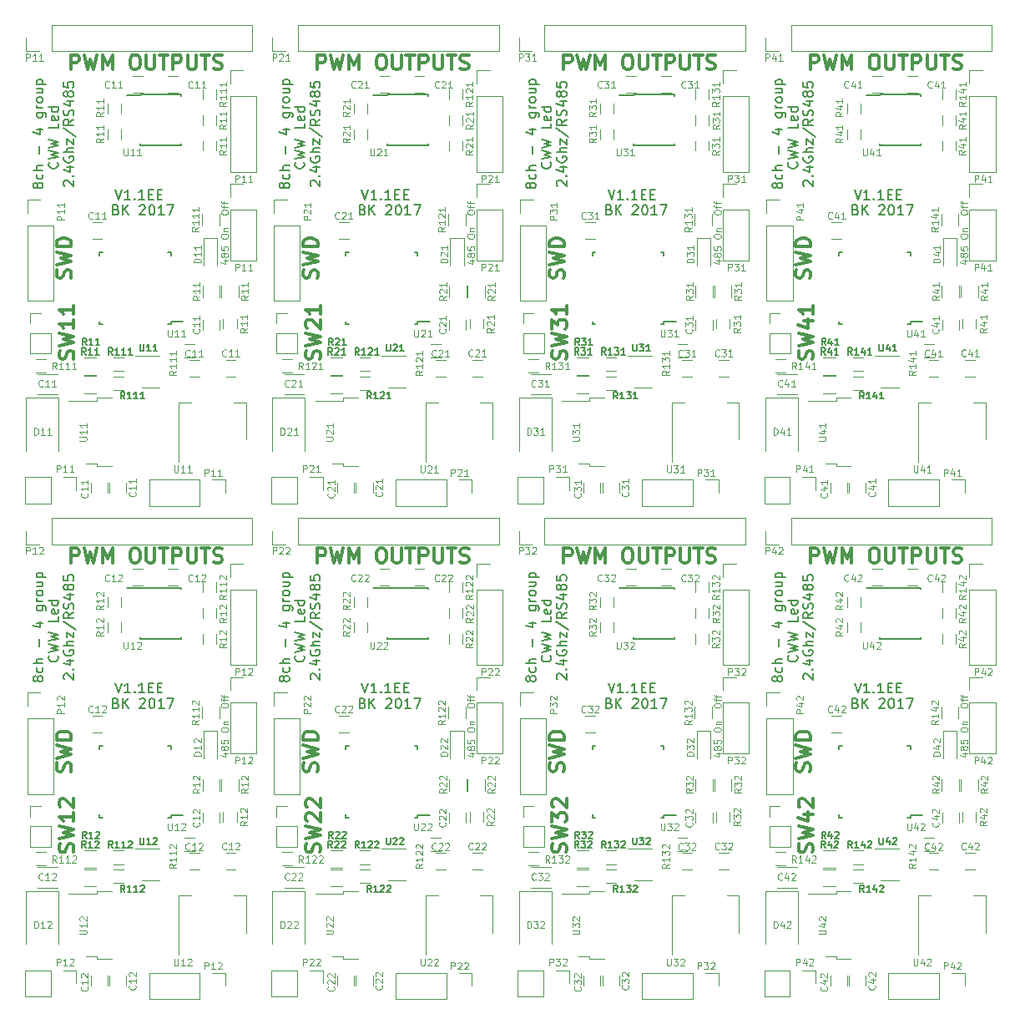
<source format=gto>
G04 #@! TF.FileFunction,Legend,Top*
%FSLAX46Y46*%
G04 Gerber Fmt 4.6, Leading zero omitted, Abs format (unit mm)*
G04 Created by KiCad (PCBNEW 4.0.2-stable) date 9/8/2017 10:59:44 PM*
%MOMM*%
G01*
G04 APERTURE LIST*
%ADD10C,0.100000*%
%ADD11C,0.150000*%
%ADD12C,0.300000*%
%ADD13C,0.120000*%
G04 APERTURE END LIST*
D10*
D11*
X177064552Y-145071534D02*
X177016933Y-145166772D01*
X176969314Y-145214391D01*
X176874076Y-145262010D01*
X176826457Y-145262010D01*
X176731219Y-145214391D01*
X176683600Y-145166772D01*
X176635981Y-145071534D01*
X176635981Y-144881057D01*
X176683600Y-144785819D01*
X176731219Y-144738200D01*
X176826457Y-144690581D01*
X176874076Y-144690581D01*
X176969314Y-144738200D01*
X177016933Y-144785819D01*
X177064552Y-144881057D01*
X177064552Y-145071534D01*
X177112171Y-145166772D01*
X177159790Y-145214391D01*
X177255029Y-145262010D01*
X177445505Y-145262010D01*
X177540743Y-145214391D01*
X177588362Y-145166772D01*
X177635981Y-145071534D01*
X177635981Y-144881057D01*
X177588362Y-144785819D01*
X177540743Y-144738200D01*
X177445505Y-144690581D01*
X177255029Y-144690581D01*
X177159790Y-144738200D01*
X177112171Y-144785819D01*
X177064552Y-144881057D01*
X177588362Y-143833438D02*
X177635981Y-143928676D01*
X177635981Y-144119153D01*
X177588362Y-144214391D01*
X177540743Y-144262010D01*
X177445505Y-144309629D01*
X177159790Y-144309629D01*
X177064552Y-144262010D01*
X177016933Y-144214391D01*
X176969314Y-144119153D01*
X176969314Y-143928676D01*
X177016933Y-143833438D01*
X177635981Y-143404867D02*
X176635981Y-143404867D01*
X177635981Y-142976295D02*
X177112171Y-142976295D01*
X177016933Y-143023914D01*
X176969314Y-143119152D01*
X176969314Y-143262010D01*
X177016933Y-143357248D01*
X177064552Y-143404867D01*
X177255029Y-141738200D02*
X177255029Y-140976295D01*
X176969314Y-139309628D02*
X177635981Y-139309628D01*
X176588362Y-139547724D02*
X177302648Y-139785819D01*
X177302648Y-139166771D01*
X176969314Y-137595342D02*
X177778838Y-137595342D01*
X177874076Y-137642961D01*
X177921695Y-137690580D01*
X177969314Y-137785819D01*
X177969314Y-137928676D01*
X177921695Y-138023914D01*
X177588362Y-137595342D02*
X177635981Y-137690580D01*
X177635981Y-137881057D01*
X177588362Y-137976295D01*
X177540743Y-138023914D01*
X177445505Y-138071533D01*
X177159790Y-138071533D01*
X177064552Y-138023914D01*
X177016933Y-137976295D01*
X176969314Y-137881057D01*
X176969314Y-137690580D01*
X177016933Y-137595342D01*
X177635981Y-137119152D02*
X176969314Y-137119152D01*
X177159790Y-137119152D02*
X177064552Y-137071533D01*
X177016933Y-137023914D01*
X176969314Y-136928676D01*
X176969314Y-136833437D01*
X177635981Y-136357247D02*
X177588362Y-136452485D01*
X177540743Y-136500104D01*
X177445505Y-136547723D01*
X177159790Y-136547723D01*
X177064552Y-136500104D01*
X177016933Y-136452485D01*
X176969314Y-136357247D01*
X176969314Y-136214389D01*
X177016933Y-136119151D01*
X177064552Y-136071532D01*
X177159790Y-136023913D01*
X177445505Y-136023913D01*
X177540743Y-136071532D01*
X177588362Y-136119151D01*
X177635981Y-136214389D01*
X177635981Y-136357247D01*
X176969314Y-135166770D02*
X177635981Y-135166770D01*
X176969314Y-135595342D02*
X177493124Y-135595342D01*
X177588362Y-135547723D01*
X177635981Y-135452485D01*
X177635981Y-135309627D01*
X177588362Y-135214389D01*
X177540743Y-135166770D01*
X176969314Y-134690580D02*
X177969314Y-134690580D01*
X177016933Y-134690580D02*
X176969314Y-134595342D01*
X176969314Y-134404865D01*
X177016933Y-134309627D01*
X177064552Y-134262008D01*
X177159790Y-134214389D01*
X177445505Y-134214389D01*
X177540743Y-134262008D01*
X177588362Y-134309627D01*
X177635981Y-134404865D01*
X177635981Y-134595342D01*
X177588362Y-134690580D01*
X179090743Y-142619152D02*
X179138362Y-142666771D01*
X179185981Y-142809628D01*
X179185981Y-142904866D01*
X179138362Y-143047724D01*
X179043124Y-143142962D01*
X178947886Y-143190581D01*
X178757410Y-143238200D01*
X178614552Y-143238200D01*
X178424076Y-143190581D01*
X178328838Y-143142962D01*
X178233600Y-143047724D01*
X178185981Y-142904866D01*
X178185981Y-142809628D01*
X178233600Y-142666771D01*
X178281219Y-142619152D01*
X178185981Y-142285819D02*
X179185981Y-142047724D01*
X178471695Y-141857247D01*
X179185981Y-141666771D01*
X178185981Y-141428676D01*
X178185981Y-141142962D02*
X179185981Y-140904867D01*
X178471695Y-140714390D01*
X179185981Y-140523914D01*
X178185981Y-140285819D01*
X179185981Y-138666771D02*
X179185981Y-139142962D01*
X178185981Y-139142962D01*
X179138362Y-137952485D02*
X179185981Y-138047723D01*
X179185981Y-138238200D01*
X179138362Y-138333438D01*
X179043124Y-138381057D01*
X178662171Y-138381057D01*
X178566933Y-138333438D01*
X178519314Y-138238200D01*
X178519314Y-138047723D01*
X178566933Y-137952485D01*
X178662171Y-137904866D01*
X178757410Y-137904866D01*
X178852648Y-138381057D01*
X179185981Y-137047723D02*
X178185981Y-137047723D01*
X179138362Y-137047723D02*
X179185981Y-137142961D01*
X179185981Y-137333438D01*
X179138362Y-137428676D01*
X179090743Y-137476295D01*
X178995505Y-137523914D01*
X178709790Y-137523914D01*
X178614552Y-137476295D01*
X178566933Y-137428676D01*
X178519314Y-137333438D01*
X178519314Y-137142961D01*
X178566933Y-137047723D01*
X179831219Y-145023914D02*
X179783600Y-144976295D01*
X179735981Y-144881057D01*
X179735981Y-144642961D01*
X179783600Y-144547723D01*
X179831219Y-144500104D01*
X179926457Y-144452485D01*
X180021695Y-144452485D01*
X180164552Y-144500104D01*
X180735981Y-145071533D01*
X180735981Y-144452485D01*
X180640743Y-144023914D02*
X180688362Y-143976295D01*
X180735981Y-144023914D01*
X180688362Y-144071533D01*
X180640743Y-144023914D01*
X180735981Y-144023914D01*
X180069314Y-143119152D02*
X180735981Y-143119152D01*
X179688362Y-143357248D02*
X180402648Y-143595343D01*
X180402648Y-142976295D01*
X179783600Y-142071533D02*
X179735981Y-142166771D01*
X179735981Y-142309628D01*
X179783600Y-142452486D01*
X179878838Y-142547724D01*
X179974076Y-142595343D01*
X180164552Y-142642962D01*
X180307410Y-142642962D01*
X180497886Y-142595343D01*
X180593124Y-142547724D01*
X180688362Y-142452486D01*
X180735981Y-142309628D01*
X180735981Y-142214390D01*
X180688362Y-142071533D01*
X180640743Y-142023914D01*
X180307410Y-142023914D01*
X180307410Y-142214390D01*
X180735981Y-141595343D02*
X179735981Y-141595343D01*
X180735981Y-141166771D02*
X180212171Y-141166771D01*
X180116933Y-141214390D01*
X180069314Y-141309628D01*
X180069314Y-141452486D01*
X180116933Y-141547724D01*
X180164552Y-141595343D01*
X180069314Y-140785819D02*
X180069314Y-140262009D01*
X180735981Y-140785819D01*
X180735981Y-140262009D01*
X179688362Y-139166771D02*
X180974076Y-140023914D01*
X180735981Y-138262009D02*
X180259790Y-138595343D01*
X180735981Y-138833438D02*
X179735981Y-138833438D01*
X179735981Y-138452485D01*
X179783600Y-138357247D01*
X179831219Y-138309628D01*
X179926457Y-138262009D01*
X180069314Y-138262009D01*
X180164552Y-138309628D01*
X180212171Y-138357247D01*
X180259790Y-138452485D01*
X180259790Y-138833438D01*
X180688362Y-137881057D02*
X180735981Y-137738200D01*
X180735981Y-137500104D01*
X180688362Y-137404866D01*
X180640743Y-137357247D01*
X180545505Y-137309628D01*
X180450267Y-137309628D01*
X180355029Y-137357247D01*
X180307410Y-137404866D01*
X180259790Y-137500104D01*
X180212171Y-137690581D01*
X180164552Y-137785819D01*
X180116933Y-137833438D01*
X180021695Y-137881057D01*
X179926457Y-137881057D01*
X179831219Y-137833438D01*
X179783600Y-137785819D01*
X179735981Y-137690581D01*
X179735981Y-137452485D01*
X179783600Y-137309628D01*
X180069314Y-136452485D02*
X180735981Y-136452485D01*
X179688362Y-136690581D02*
X180402648Y-136928676D01*
X180402648Y-136309628D01*
X180164552Y-135785819D02*
X180116933Y-135881057D01*
X180069314Y-135928676D01*
X179974076Y-135976295D01*
X179926457Y-135976295D01*
X179831219Y-135928676D01*
X179783600Y-135881057D01*
X179735981Y-135785819D01*
X179735981Y-135595342D01*
X179783600Y-135500104D01*
X179831219Y-135452485D01*
X179926457Y-135404866D01*
X179974076Y-135404866D01*
X180069314Y-135452485D01*
X180116933Y-135500104D01*
X180164552Y-135595342D01*
X180164552Y-135785819D01*
X180212171Y-135881057D01*
X180259790Y-135928676D01*
X180355029Y-135976295D01*
X180545505Y-135976295D01*
X180640743Y-135928676D01*
X180688362Y-135881057D01*
X180735981Y-135785819D01*
X180735981Y-135595342D01*
X180688362Y-135500104D01*
X180640743Y-135452485D01*
X180545505Y-135404866D01*
X180355029Y-135404866D01*
X180259790Y-135452485D01*
X180212171Y-135500104D01*
X180164552Y-135595342D01*
X179735981Y-134500104D02*
X179735981Y-134976295D01*
X180212171Y-135023914D01*
X180164552Y-134976295D01*
X180116933Y-134881057D01*
X180116933Y-134642961D01*
X180164552Y-134547723D01*
X180212171Y-134500104D01*
X180307410Y-134452485D01*
X180545505Y-134452485D01*
X180640743Y-134500104D01*
X180688362Y-134547723D01*
X180735981Y-134642961D01*
X180735981Y-134881057D01*
X180688362Y-134976295D01*
X180640743Y-135023914D01*
X152064552Y-145071534D02*
X152016933Y-145166772D01*
X151969314Y-145214391D01*
X151874076Y-145262010D01*
X151826457Y-145262010D01*
X151731219Y-145214391D01*
X151683600Y-145166772D01*
X151635981Y-145071534D01*
X151635981Y-144881057D01*
X151683600Y-144785819D01*
X151731219Y-144738200D01*
X151826457Y-144690581D01*
X151874076Y-144690581D01*
X151969314Y-144738200D01*
X152016933Y-144785819D01*
X152064552Y-144881057D01*
X152064552Y-145071534D01*
X152112171Y-145166772D01*
X152159790Y-145214391D01*
X152255029Y-145262010D01*
X152445505Y-145262010D01*
X152540743Y-145214391D01*
X152588362Y-145166772D01*
X152635981Y-145071534D01*
X152635981Y-144881057D01*
X152588362Y-144785819D01*
X152540743Y-144738200D01*
X152445505Y-144690581D01*
X152255029Y-144690581D01*
X152159790Y-144738200D01*
X152112171Y-144785819D01*
X152064552Y-144881057D01*
X152588362Y-143833438D02*
X152635981Y-143928676D01*
X152635981Y-144119153D01*
X152588362Y-144214391D01*
X152540743Y-144262010D01*
X152445505Y-144309629D01*
X152159790Y-144309629D01*
X152064552Y-144262010D01*
X152016933Y-144214391D01*
X151969314Y-144119153D01*
X151969314Y-143928676D01*
X152016933Y-143833438D01*
X152635981Y-143404867D02*
X151635981Y-143404867D01*
X152635981Y-142976295D02*
X152112171Y-142976295D01*
X152016933Y-143023914D01*
X151969314Y-143119152D01*
X151969314Y-143262010D01*
X152016933Y-143357248D01*
X152064552Y-143404867D01*
X152255029Y-141738200D02*
X152255029Y-140976295D01*
X151969314Y-139309628D02*
X152635981Y-139309628D01*
X151588362Y-139547724D02*
X152302648Y-139785819D01*
X152302648Y-139166771D01*
X151969314Y-137595342D02*
X152778838Y-137595342D01*
X152874076Y-137642961D01*
X152921695Y-137690580D01*
X152969314Y-137785819D01*
X152969314Y-137928676D01*
X152921695Y-138023914D01*
X152588362Y-137595342D02*
X152635981Y-137690580D01*
X152635981Y-137881057D01*
X152588362Y-137976295D01*
X152540743Y-138023914D01*
X152445505Y-138071533D01*
X152159790Y-138071533D01*
X152064552Y-138023914D01*
X152016933Y-137976295D01*
X151969314Y-137881057D01*
X151969314Y-137690580D01*
X152016933Y-137595342D01*
X152635981Y-137119152D02*
X151969314Y-137119152D01*
X152159790Y-137119152D02*
X152064552Y-137071533D01*
X152016933Y-137023914D01*
X151969314Y-136928676D01*
X151969314Y-136833437D01*
X152635981Y-136357247D02*
X152588362Y-136452485D01*
X152540743Y-136500104D01*
X152445505Y-136547723D01*
X152159790Y-136547723D01*
X152064552Y-136500104D01*
X152016933Y-136452485D01*
X151969314Y-136357247D01*
X151969314Y-136214389D01*
X152016933Y-136119151D01*
X152064552Y-136071532D01*
X152159790Y-136023913D01*
X152445505Y-136023913D01*
X152540743Y-136071532D01*
X152588362Y-136119151D01*
X152635981Y-136214389D01*
X152635981Y-136357247D01*
X151969314Y-135166770D02*
X152635981Y-135166770D01*
X151969314Y-135595342D02*
X152493124Y-135595342D01*
X152588362Y-135547723D01*
X152635981Y-135452485D01*
X152635981Y-135309627D01*
X152588362Y-135214389D01*
X152540743Y-135166770D01*
X151969314Y-134690580D02*
X152969314Y-134690580D01*
X152016933Y-134690580D02*
X151969314Y-134595342D01*
X151969314Y-134404865D01*
X152016933Y-134309627D01*
X152064552Y-134262008D01*
X152159790Y-134214389D01*
X152445505Y-134214389D01*
X152540743Y-134262008D01*
X152588362Y-134309627D01*
X152635981Y-134404865D01*
X152635981Y-134595342D01*
X152588362Y-134690580D01*
X154090743Y-142619152D02*
X154138362Y-142666771D01*
X154185981Y-142809628D01*
X154185981Y-142904866D01*
X154138362Y-143047724D01*
X154043124Y-143142962D01*
X153947886Y-143190581D01*
X153757410Y-143238200D01*
X153614552Y-143238200D01*
X153424076Y-143190581D01*
X153328838Y-143142962D01*
X153233600Y-143047724D01*
X153185981Y-142904866D01*
X153185981Y-142809628D01*
X153233600Y-142666771D01*
X153281219Y-142619152D01*
X153185981Y-142285819D02*
X154185981Y-142047724D01*
X153471695Y-141857247D01*
X154185981Y-141666771D01*
X153185981Y-141428676D01*
X153185981Y-141142962D02*
X154185981Y-140904867D01*
X153471695Y-140714390D01*
X154185981Y-140523914D01*
X153185981Y-140285819D01*
X154185981Y-138666771D02*
X154185981Y-139142962D01*
X153185981Y-139142962D01*
X154138362Y-137952485D02*
X154185981Y-138047723D01*
X154185981Y-138238200D01*
X154138362Y-138333438D01*
X154043124Y-138381057D01*
X153662171Y-138381057D01*
X153566933Y-138333438D01*
X153519314Y-138238200D01*
X153519314Y-138047723D01*
X153566933Y-137952485D01*
X153662171Y-137904866D01*
X153757410Y-137904866D01*
X153852648Y-138381057D01*
X154185981Y-137047723D02*
X153185981Y-137047723D01*
X154138362Y-137047723D02*
X154185981Y-137142961D01*
X154185981Y-137333438D01*
X154138362Y-137428676D01*
X154090743Y-137476295D01*
X153995505Y-137523914D01*
X153709790Y-137523914D01*
X153614552Y-137476295D01*
X153566933Y-137428676D01*
X153519314Y-137333438D01*
X153519314Y-137142961D01*
X153566933Y-137047723D01*
X154831219Y-145023914D02*
X154783600Y-144976295D01*
X154735981Y-144881057D01*
X154735981Y-144642961D01*
X154783600Y-144547723D01*
X154831219Y-144500104D01*
X154926457Y-144452485D01*
X155021695Y-144452485D01*
X155164552Y-144500104D01*
X155735981Y-145071533D01*
X155735981Y-144452485D01*
X155640743Y-144023914D02*
X155688362Y-143976295D01*
X155735981Y-144023914D01*
X155688362Y-144071533D01*
X155640743Y-144023914D01*
X155735981Y-144023914D01*
X155069314Y-143119152D02*
X155735981Y-143119152D01*
X154688362Y-143357248D02*
X155402648Y-143595343D01*
X155402648Y-142976295D01*
X154783600Y-142071533D02*
X154735981Y-142166771D01*
X154735981Y-142309628D01*
X154783600Y-142452486D01*
X154878838Y-142547724D01*
X154974076Y-142595343D01*
X155164552Y-142642962D01*
X155307410Y-142642962D01*
X155497886Y-142595343D01*
X155593124Y-142547724D01*
X155688362Y-142452486D01*
X155735981Y-142309628D01*
X155735981Y-142214390D01*
X155688362Y-142071533D01*
X155640743Y-142023914D01*
X155307410Y-142023914D01*
X155307410Y-142214390D01*
X155735981Y-141595343D02*
X154735981Y-141595343D01*
X155735981Y-141166771D02*
X155212171Y-141166771D01*
X155116933Y-141214390D01*
X155069314Y-141309628D01*
X155069314Y-141452486D01*
X155116933Y-141547724D01*
X155164552Y-141595343D01*
X155069314Y-140785819D02*
X155069314Y-140262009D01*
X155735981Y-140785819D01*
X155735981Y-140262009D01*
X154688362Y-139166771D02*
X155974076Y-140023914D01*
X155735981Y-138262009D02*
X155259790Y-138595343D01*
X155735981Y-138833438D02*
X154735981Y-138833438D01*
X154735981Y-138452485D01*
X154783600Y-138357247D01*
X154831219Y-138309628D01*
X154926457Y-138262009D01*
X155069314Y-138262009D01*
X155164552Y-138309628D01*
X155212171Y-138357247D01*
X155259790Y-138452485D01*
X155259790Y-138833438D01*
X155688362Y-137881057D02*
X155735981Y-137738200D01*
X155735981Y-137500104D01*
X155688362Y-137404866D01*
X155640743Y-137357247D01*
X155545505Y-137309628D01*
X155450267Y-137309628D01*
X155355029Y-137357247D01*
X155307410Y-137404866D01*
X155259790Y-137500104D01*
X155212171Y-137690581D01*
X155164552Y-137785819D01*
X155116933Y-137833438D01*
X155021695Y-137881057D01*
X154926457Y-137881057D01*
X154831219Y-137833438D01*
X154783600Y-137785819D01*
X154735981Y-137690581D01*
X154735981Y-137452485D01*
X154783600Y-137309628D01*
X155069314Y-136452485D02*
X155735981Y-136452485D01*
X154688362Y-136690581D02*
X155402648Y-136928676D01*
X155402648Y-136309628D01*
X155164552Y-135785819D02*
X155116933Y-135881057D01*
X155069314Y-135928676D01*
X154974076Y-135976295D01*
X154926457Y-135976295D01*
X154831219Y-135928676D01*
X154783600Y-135881057D01*
X154735981Y-135785819D01*
X154735981Y-135595342D01*
X154783600Y-135500104D01*
X154831219Y-135452485D01*
X154926457Y-135404866D01*
X154974076Y-135404866D01*
X155069314Y-135452485D01*
X155116933Y-135500104D01*
X155164552Y-135595342D01*
X155164552Y-135785819D01*
X155212171Y-135881057D01*
X155259790Y-135928676D01*
X155355029Y-135976295D01*
X155545505Y-135976295D01*
X155640743Y-135928676D01*
X155688362Y-135881057D01*
X155735981Y-135785819D01*
X155735981Y-135595342D01*
X155688362Y-135500104D01*
X155640743Y-135452485D01*
X155545505Y-135404866D01*
X155355029Y-135404866D01*
X155259790Y-135452485D01*
X155212171Y-135500104D01*
X155164552Y-135595342D01*
X154735981Y-134500104D02*
X154735981Y-134976295D01*
X155212171Y-135023914D01*
X155164552Y-134976295D01*
X155116933Y-134881057D01*
X155116933Y-134642961D01*
X155164552Y-134547723D01*
X155212171Y-134500104D01*
X155307410Y-134452485D01*
X155545505Y-134452485D01*
X155640743Y-134500104D01*
X155688362Y-134547723D01*
X155735981Y-134642961D01*
X155735981Y-134881057D01*
X155688362Y-134976295D01*
X155640743Y-135023914D01*
X127064552Y-145071534D02*
X127016933Y-145166772D01*
X126969314Y-145214391D01*
X126874076Y-145262010D01*
X126826457Y-145262010D01*
X126731219Y-145214391D01*
X126683600Y-145166772D01*
X126635981Y-145071534D01*
X126635981Y-144881057D01*
X126683600Y-144785819D01*
X126731219Y-144738200D01*
X126826457Y-144690581D01*
X126874076Y-144690581D01*
X126969314Y-144738200D01*
X127016933Y-144785819D01*
X127064552Y-144881057D01*
X127064552Y-145071534D01*
X127112171Y-145166772D01*
X127159790Y-145214391D01*
X127255029Y-145262010D01*
X127445505Y-145262010D01*
X127540743Y-145214391D01*
X127588362Y-145166772D01*
X127635981Y-145071534D01*
X127635981Y-144881057D01*
X127588362Y-144785819D01*
X127540743Y-144738200D01*
X127445505Y-144690581D01*
X127255029Y-144690581D01*
X127159790Y-144738200D01*
X127112171Y-144785819D01*
X127064552Y-144881057D01*
X127588362Y-143833438D02*
X127635981Y-143928676D01*
X127635981Y-144119153D01*
X127588362Y-144214391D01*
X127540743Y-144262010D01*
X127445505Y-144309629D01*
X127159790Y-144309629D01*
X127064552Y-144262010D01*
X127016933Y-144214391D01*
X126969314Y-144119153D01*
X126969314Y-143928676D01*
X127016933Y-143833438D01*
X127635981Y-143404867D02*
X126635981Y-143404867D01*
X127635981Y-142976295D02*
X127112171Y-142976295D01*
X127016933Y-143023914D01*
X126969314Y-143119152D01*
X126969314Y-143262010D01*
X127016933Y-143357248D01*
X127064552Y-143404867D01*
X127255029Y-141738200D02*
X127255029Y-140976295D01*
X126969314Y-139309628D02*
X127635981Y-139309628D01*
X126588362Y-139547724D02*
X127302648Y-139785819D01*
X127302648Y-139166771D01*
X126969314Y-137595342D02*
X127778838Y-137595342D01*
X127874076Y-137642961D01*
X127921695Y-137690580D01*
X127969314Y-137785819D01*
X127969314Y-137928676D01*
X127921695Y-138023914D01*
X127588362Y-137595342D02*
X127635981Y-137690580D01*
X127635981Y-137881057D01*
X127588362Y-137976295D01*
X127540743Y-138023914D01*
X127445505Y-138071533D01*
X127159790Y-138071533D01*
X127064552Y-138023914D01*
X127016933Y-137976295D01*
X126969314Y-137881057D01*
X126969314Y-137690580D01*
X127016933Y-137595342D01*
X127635981Y-137119152D02*
X126969314Y-137119152D01*
X127159790Y-137119152D02*
X127064552Y-137071533D01*
X127016933Y-137023914D01*
X126969314Y-136928676D01*
X126969314Y-136833437D01*
X127635981Y-136357247D02*
X127588362Y-136452485D01*
X127540743Y-136500104D01*
X127445505Y-136547723D01*
X127159790Y-136547723D01*
X127064552Y-136500104D01*
X127016933Y-136452485D01*
X126969314Y-136357247D01*
X126969314Y-136214389D01*
X127016933Y-136119151D01*
X127064552Y-136071532D01*
X127159790Y-136023913D01*
X127445505Y-136023913D01*
X127540743Y-136071532D01*
X127588362Y-136119151D01*
X127635981Y-136214389D01*
X127635981Y-136357247D01*
X126969314Y-135166770D02*
X127635981Y-135166770D01*
X126969314Y-135595342D02*
X127493124Y-135595342D01*
X127588362Y-135547723D01*
X127635981Y-135452485D01*
X127635981Y-135309627D01*
X127588362Y-135214389D01*
X127540743Y-135166770D01*
X126969314Y-134690580D02*
X127969314Y-134690580D01*
X127016933Y-134690580D02*
X126969314Y-134595342D01*
X126969314Y-134404865D01*
X127016933Y-134309627D01*
X127064552Y-134262008D01*
X127159790Y-134214389D01*
X127445505Y-134214389D01*
X127540743Y-134262008D01*
X127588362Y-134309627D01*
X127635981Y-134404865D01*
X127635981Y-134595342D01*
X127588362Y-134690580D01*
X129090743Y-142619152D02*
X129138362Y-142666771D01*
X129185981Y-142809628D01*
X129185981Y-142904866D01*
X129138362Y-143047724D01*
X129043124Y-143142962D01*
X128947886Y-143190581D01*
X128757410Y-143238200D01*
X128614552Y-143238200D01*
X128424076Y-143190581D01*
X128328838Y-143142962D01*
X128233600Y-143047724D01*
X128185981Y-142904866D01*
X128185981Y-142809628D01*
X128233600Y-142666771D01*
X128281219Y-142619152D01*
X128185981Y-142285819D02*
X129185981Y-142047724D01*
X128471695Y-141857247D01*
X129185981Y-141666771D01*
X128185981Y-141428676D01*
X128185981Y-141142962D02*
X129185981Y-140904867D01*
X128471695Y-140714390D01*
X129185981Y-140523914D01*
X128185981Y-140285819D01*
X129185981Y-138666771D02*
X129185981Y-139142962D01*
X128185981Y-139142962D01*
X129138362Y-137952485D02*
X129185981Y-138047723D01*
X129185981Y-138238200D01*
X129138362Y-138333438D01*
X129043124Y-138381057D01*
X128662171Y-138381057D01*
X128566933Y-138333438D01*
X128519314Y-138238200D01*
X128519314Y-138047723D01*
X128566933Y-137952485D01*
X128662171Y-137904866D01*
X128757410Y-137904866D01*
X128852648Y-138381057D01*
X129185981Y-137047723D02*
X128185981Y-137047723D01*
X129138362Y-137047723D02*
X129185981Y-137142961D01*
X129185981Y-137333438D01*
X129138362Y-137428676D01*
X129090743Y-137476295D01*
X128995505Y-137523914D01*
X128709790Y-137523914D01*
X128614552Y-137476295D01*
X128566933Y-137428676D01*
X128519314Y-137333438D01*
X128519314Y-137142961D01*
X128566933Y-137047723D01*
X129831219Y-145023914D02*
X129783600Y-144976295D01*
X129735981Y-144881057D01*
X129735981Y-144642961D01*
X129783600Y-144547723D01*
X129831219Y-144500104D01*
X129926457Y-144452485D01*
X130021695Y-144452485D01*
X130164552Y-144500104D01*
X130735981Y-145071533D01*
X130735981Y-144452485D01*
X130640743Y-144023914D02*
X130688362Y-143976295D01*
X130735981Y-144023914D01*
X130688362Y-144071533D01*
X130640743Y-144023914D01*
X130735981Y-144023914D01*
X130069314Y-143119152D02*
X130735981Y-143119152D01*
X129688362Y-143357248D02*
X130402648Y-143595343D01*
X130402648Y-142976295D01*
X129783600Y-142071533D02*
X129735981Y-142166771D01*
X129735981Y-142309628D01*
X129783600Y-142452486D01*
X129878838Y-142547724D01*
X129974076Y-142595343D01*
X130164552Y-142642962D01*
X130307410Y-142642962D01*
X130497886Y-142595343D01*
X130593124Y-142547724D01*
X130688362Y-142452486D01*
X130735981Y-142309628D01*
X130735981Y-142214390D01*
X130688362Y-142071533D01*
X130640743Y-142023914D01*
X130307410Y-142023914D01*
X130307410Y-142214390D01*
X130735981Y-141595343D02*
X129735981Y-141595343D01*
X130735981Y-141166771D02*
X130212171Y-141166771D01*
X130116933Y-141214390D01*
X130069314Y-141309628D01*
X130069314Y-141452486D01*
X130116933Y-141547724D01*
X130164552Y-141595343D01*
X130069314Y-140785819D02*
X130069314Y-140262009D01*
X130735981Y-140785819D01*
X130735981Y-140262009D01*
X129688362Y-139166771D02*
X130974076Y-140023914D01*
X130735981Y-138262009D02*
X130259790Y-138595343D01*
X130735981Y-138833438D02*
X129735981Y-138833438D01*
X129735981Y-138452485D01*
X129783600Y-138357247D01*
X129831219Y-138309628D01*
X129926457Y-138262009D01*
X130069314Y-138262009D01*
X130164552Y-138309628D01*
X130212171Y-138357247D01*
X130259790Y-138452485D01*
X130259790Y-138833438D01*
X130688362Y-137881057D02*
X130735981Y-137738200D01*
X130735981Y-137500104D01*
X130688362Y-137404866D01*
X130640743Y-137357247D01*
X130545505Y-137309628D01*
X130450267Y-137309628D01*
X130355029Y-137357247D01*
X130307410Y-137404866D01*
X130259790Y-137500104D01*
X130212171Y-137690581D01*
X130164552Y-137785819D01*
X130116933Y-137833438D01*
X130021695Y-137881057D01*
X129926457Y-137881057D01*
X129831219Y-137833438D01*
X129783600Y-137785819D01*
X129735981Y-137690581D01*
X129735981Y-137452485D01*
X129783600Y-137309628D01*
X130069314Y-136452485D02*
X130735981Y-136452485D01*
X129688362Y-136690581D02*
X130402648Y-136928676D01*
X130402648Y-136309628D01*
X130164552Y-135785819D02*
X130116933Y-135881057D01*
X130069314Y-135928676D01*
X129974076Y-135976295D01*
X129926457Y-135976295D01*
X129831219Y-135928676D01*
X129783600Y-135881057D01*
X129735981Y-135785819D01*
X129735981Y-135595342D01*
X129783600Y-135500104D01*
X129831219Y-135452485D01*
X129926457Y-135404866D01*
X129974076Y-135404866D01*
X130069314Y-135452485D01*
X130116933Y-135500104D01*
X130164552Y-135595342D01*
X130164552Y-135785819D01*
X130212171Y-135881057D01*
X130259790Y-135928676D01*
X130355029Y-135976295D01*
X130545505Y-135976295D01*
X130640743Y-135928676D01*
X130688362Y-135881057D01*
X130735981Y-135785819D01*
X130735981Y-135595342D01*
X130688362Y-135500104D01*
X130640743Y-135452485D01*
X130545505Y-135404866D01*
X130355029Y-135404866D01*
X130259790Y-135452485D01*
X130212171Y-135500104D01*
X130164552Y-135595342D01*
X129735981Y-134500104D02*
X129735981Y-134976295D01*
X130212171Y-135023914D01*
X130164552Y-134976295D01*
X130116933Y-134881057D01*
X130116933Y-134642961D01*
X130164552Y-134547723D01*
X130212171Y-134500104D01*
X130307410Y-134452485D01*
X130545505Y-134452485D01*
X130640743Y-134500104D01*
X130688362Y-134547723D01*
X130735981Y-134642961D01*
X130735981Y-134881057D01*
X130688362Y-134976295D01*
X130640743Y-135023914D01*
X102064552Y-145071534D02*
X102016933Y-145166772D01*
X101969314Y-145214391D01*
X101874076Y-145262010D01*
X101826457Y-145262010D01*
X101731219Y-145214391D01*
X101683600Y-145166772D01*
X101635981Y-145071534D01*
X101635981Y-144881057D01*
X101683600Y-144785819D01*
X101731219Y-144738200D01*
X101826457Y-144690581D01*
X101874076Y-144690581D01*
X101969314Y-144738200D01*
X102016933Y-144785819D01*
X102064552Y-144881057D01*
X102064552Y-145071534D01*
X102112171Y-145166772D01*
X102159790Y-145214391D01*
X102255029Y-145262010D01*
X102445505Y-145262010D01*
X102540743Y-145214391D01*
X102588362Y-145166772D01*
X102635981Y-145071534D01*
X102635981Y-144881057D01*
X102588362Y-144785819D01*
X102540743Y-144738200D01*
X102445505Y-144690581D01*
X102255029Y-144690581D01*
X102159790Y-144738200D01*
X102112171Y-144785819D01*
X102064552Y-144881057D01*
X102588362Y-143833438D02*
X102635981Y-143928676D01*
X102635981Y-144119153D01*
X102588362Y-144214391D01*
X102540743Y-144262010D01*
X102445505Y-144309629D01*
X102159790Y-144309629D01*
X102064552Y-144262010D01*
X102016933Y-144214391D01*
X101969314Y-144119153D01*
X101969314Y-143928676D01*
X102016933Y-143833438D01*
X102635981Y-143404867D02*
X101635981Y-143404867D01*
X102635981Y-142976295D02*
X102112171Y-142976295D01*
X102016933Y-143023914D01*
X101969314Y-143119152D01*
X101969314Y-143262010D01*
X102016933Y-143357248D01*
X102064552Y-143404867D01*
X102255029Y-141738200D02*
X102255029Y-140976295D01*
X101969314Y-139309628D02*
X102635981Y-139309628D01*
X101588362Y-139547724D02*
X102302648Y-139785819D01*
X102302648Y-139166771D01*
X101969314Y-137595342D02*
X102778838Y-137595342D01*
X102874076Y-137642961D01*
X102921695Y-137690580D01*
X102969314Y-137785819D01*
X102969314Y-137928676D01*
X102921695Y-138023914D01*
X102588362Y-137595342D02*
X102635981Y-137690580D01*
X102635981Y-137881057D01*
X102588362Y-137976295D01*
X102540743Y-138023914D01*
X102445505Y-138071533D01*
X102159790Y-138071533D01*
X102064552Y-138023914D01*
X102016933Y-137976295D01*
X101969314Y-137881057D01*
X101969314Y-137690580D01*
X102016933Y-137595342D01*
X102635981Y-137119152D02*
X101969314Y-137119152D01*
X102159790Y-137119152D02*
X102064552Y-137071533D01*
X102016933Y-137023914D01*
X101969314Y-136928676D01*
X101969314Y-136833437D01*
X102635981Y-136357247D02*
X102588362Y-136452485D01*
X102540743Y-136500104D01*
X102445505Y-136547723D01*
X102159790Y-136547723D01*
X102064552Y-136500104D01*
X102016933Y-136452485D01*
X101969314Y-136357247D01*
X101969314Y-136214389D01*
X102016933Y-136119151D01*
X102064552Y-136071532D01*
X102159790Y-136023913D01*
X102445505Y-136023913D01*
X102540743Y-136071532D01*
X102588362Y-136119151D01*
X102635981Y-136214389D01*
X102635981Y-136357247D01*
X101969314Y-135166770D02*
X102635981Y-135166770D01*
X101969314Y-135595342D02*
X102493124Y-135595342D01*
X102588362Y-135547723D01*
X102635981Y-135452485D01*
X102635981Y-135309627D01*
X102588362Y-135214389D01*
X102540743Y-135166770D01*
X101969314Y-134690580D02*
X102969314Y-134690580D01*
X102016933Y-134690580D02*
X101969314Y-134595342D01*
X101969314Y-134404865D01*
X102016933Y-134309627D01*
X102064552Y-134262008D01*
X102159790Y-134214389D01*
X102445505Y-134214389D01*
X102540743Y-134262008D01*
X102588362Y-134309627D01*
X102635981Y-134404865D01*
X102635981Y-134595342D01*
X102588362Y-134690580D01*
X104090743Y-142619152D02*
X104138362Y-142666771D01*
X104185981Y-142809628D01*
X104185981Y-142904866D01*
X104138362Y-143047724D01*
X104043124Y-143142962D01*
X103947886Y-143190581D01*
X103757410Y-143238200D01*
X103614552Y-143238200D01*
X103424076Y-143190581D01*
X103328838Y-143142962D01*
X103233600Y-143047724D01*
X103185981Y-142904866D01*
X103185981Y-142809628D01*
X103233600Y-142666771D01*
X103281219Y-142619152D01*
X103185981Y-142285819D02*
X104185981Y-142047724D01*
X103471695Y-141857247D01*
X104185981Y-141666771D01*
X103185981Y-141428676D01*
X103185981Y-141142962D02*
X104185981Y-140904867D01*
X103471695Y-140714390D01*
X104185981Y-140523914D01*
X103185981Y-140285819D01*
X104185981Y-138666771D02*
X104185981Y-139142962D01*
X103185981Y-139142962D01*
X104138362Y-137952485D02*
X104185981Y-138047723D01*
X104185981Y-138238200D01*
X104138362Y-138333438D01*
X104043124Y-138381057D01*
X103662171Y-138381057D01*
X103566933Y-138333438D01*
X103519314Y-138238200D01*
X103519314Y-138047723D01*
X103566933Y-137952485D01*
X103662171Y-137904866D01*
X103757410Y-137904866D01*
X103852648Y-138381057D01*
X104185981Y-137047723D02*
X103185981Y-137047723D01*
X104138362Y-137047723D02*
X104185981Y-137142961D01*
X104185981Y-137333438D01*
X104138362Y-137428676D01*
X104090743Y-137476295D01*
X103995505Y-137523914D01*
X103709790Y-137523914D01*
X103614552Y-137476295D01*
X103566933Y-137428676D01*
X103519314Y-137333438D01*
X103519314Y-137142961D01*
X103566933Y-137047723D01*
X104831219Y-145023914D02*
X104783600Y-144976295D01*
X104735981Y-144881057D01*
X104735981Y-144642961D01*
X104783600Y-144547723D01*
X104831219Y-144500104D01*
X104926457Y-144452485D01*
X105021695Y-144452485D01*
X105164552Y-144500104D01*
X105735981Y-145071533D01*
X105735981Y-144452485D01*
X105640743Y-144023914D02*
X105688362Y-143976295D01*
X105735981Y-144023914D01*
X105688362Y-144071533D01*
X105640743Y-144023914D01*
X105735981Y-144023914D01*
X105069314Y-143119152D02*
X105735981Y-143119152D01*
X104688362Y-143357248D02*
X105402648Y-143595343D01*
X105402648Y-142976295D01*
X104783600Y-142071533D02*
X104735981Y-142166771D01*
X104735981Y-142309628D01*
X104783600Y-142452486D01*
X104878838Y-142547724D01*
X104974076Y-142595343D01*
X105164552Y-142642962D01*
X105307410Y-142642962D01*
X105497886Y-142595343D01*
X105593124Y-142547724D01*
X105688362Y-142452486D01*
X105735981Y-142309628D01*
X105735981Y-142214390D01*
X105688362Y-142071533D01*
X105640743Y-142023914D01*
X105307410Y-142023914D01*
X105307410Y-142214390D01*
X105735981Y-141595343D02*
X104735981Y-141595343D01*
X105735981Y-141166771D02*
X105212171Y-141166771D01*
X105116933Y-141214390D01*
X105069314Y-141309628D01*
X105069314Y-141452486D01*
X105116933Y-141547724D01*
X105164552Y-141595343D01*
X105069314Y-140785819D02*
X105069314Y-140262009D01*
X105735981Y-140785819D01*
X105735981Y-140262009D01*
X104688362Y-139166771D02*
X105974076Y-140023914D01*
X105735981Y-138262009D02*
X105259790Y-138595343D01*
X105735981Y-138833438D02*
X104735981Y-138833438D01*
X104735981Y-138452485D01*
X104783600Y-138357247D01*
X104831219Y-138309628D01*
X104926457Y-138262009D01*
X105069314Y-138262009D01*
X105164552Y-138309628D01*
X105212171Y-138357247D01*
X105259790Y-138452485D01*
X105259790Y-138833438D01*
X105688362Y-137881057D02*
X105735981Y-137738200D01*
X105735981Y-137500104D01*
X105688362Y-137404866D01*
X105640743Y-137357247D01*
X105545505Y-137309628D01*
X105450267Y-137309628D01*
X105355029Y-137357247D01*
X105307410Y-137404866D01*
X105259790Y-137500104D01*
X105212171Y-137690581D01*
X105164552Y-137785819D01*
X105116933Y-137833438D01*
X105021695Y-137881057D01*
X104926457Y-137881057D01*
X104831219Y-137833438D01*
X104783600Y-137785819D01*
X104735981Y-137690581D01*
X104735981Y-137452485D01*
X104783600Y-137309628D01*
X105069314Y-136452485D02*
X105735981Y-136452485D01*
X104688362Y-136690581D02*
X105402648Y-136928676D01*
X105402648Y-136309628D01*
X105164552Y-135785819D02*
X105116933Y-135881057D01*
X105069314Y-135928676D01*
X104974076Y-135976295D01*
X104926457Y-135976295D01*
X104831219Y-135928676D01*
X104783600Y-135881057D01*
X104735981Y-135785819D01*
X104735981Y-135595342D01*
X104783600Y-135500104D01*
X104831219Y-135452485D01*
X104926457Y-135404866D01*
X104974076Y-135404866D01*
X105069314Y-135452485D01*
X105116933Y-135500104D01*
X105164552Y-135595342D01*
X105164552Y-135785819D01*
X105212171Y-135881057D01*
X105259790Y-135928676D01*
X105355029Y-135976295D01*
X105545505Y-135976295D01*
X105640743Y-135928676D01*
X105688362Y-135881057D01*
X105735981Y-135785819D01*
X105735981Y-135595342D01*
X105688362Y-135500104D01*
X105640743Y-135452485D01*
X105545505Y-135404866D01*
X105355029Y-135404866D01*
X105259790Y-135452485D01*
X105212171Y-135500104D01*
X105164552Y-135595342D01*
X104735981Y-134500104D02*
X104735981Y-134976295D01*
X105212171Y-135023914D01*
X105164552Y-134976295D01*
X105116933Y-134881057D01*
X105116933Y-134642961D01*
X105164552Y-134547723D01*
X105212171Y-134500104D01*
X105307410Y-134452485D01*
X105545505Y-134452485D01*
X105640743Y-134500104D01*
X105688362Y-134547723D01*
X105735981Y-134642961D01*
X105735981Y-134881057D01*
X105688362Y-134976295D01*
X105640743Y-135023914D01*
X177064552Y-95071534D02*
X177016933Y-95166772D01*
X176969314Y-95214391D01*
X176874076Y-95262010D01*
X176826457Y-95262010D01*
X176731219Y-95214391D01*
X176683600Y-95166772D01*
X176635981Y-95071534D01*
X176635981Y-94881057D01*
X176683600Y-94785819D01*
X176731219Y-94738200D01*
X176826457Y-94690581D01*
X176874076Y-94690581D01*
X176969314Y-94738200D01*
X177016933Y-94785819D01*
X177064552Y-94881057D01*
X177064552Y-95071534D01*
X177112171Y-95166772D01*
X177159790Y-95214391D01*
X177255029Y-95262010D01*
X177445505Y-95262010D01*
X177540743Y-95214391D01*
X177588362Y-95166772D01*
X177635981Y-95071534D01*
X177635981Y-94881057D01*
X177588362Y-94785819D01*
X177540743Y-94738200D01*
X177445505Y-94690581D01*
X177255029Y-94690581D01*
X177159790Y-94738200D01*
X177112171Y-94785819D01*
X177064552Y-94881057D01*
X177588362Y-93833438D02*
X177635981Y-93928676D01*
X177635981Y-94119153D01*
X177588362Y-94214391D01*
X177540743Y-94262010D01*
X177445505Y-94309629D01*
X177159790Y-94309629D01*
X177064552Y-94262010D01*
X177016933Y-94214391D01*
X176969314Y-94119153D01*
X176969314Y-93928676D01*
X177016933Y-93833438D01*
X177635981Y-93404867D02*
X176635981Y-93404867D01*
X177635981Y-92976295D02*
X177112171Y-92976295D01*
X177016933Y-93023914D01*
X176969314Y-93119152D01*
X176969314Y-93262010D01*
X177016933Y-93357248D01*
X177064552Y-93404867D01*
X177255029Y-91738200D02*
X177255029Y-90976295D01*
X176969314Y-89309628D02*
X177635981Y-89309628D01*
X176588362Y-89547724D02*
X177302648Y-89785819D01*
X177302648Y-89166771D01*
X176969314Y-87595342D02*
X177778838Y-87595342D01*
X177874076Y-87642961D01*
X177921695Y-87690580D01*
X177969314Y-87785819D01*
X177969314Y-87928676D01*
X177921695Y-88023914D01*
X177588362Y-87595342D02*
X177635981Y-87690580D01*
X177635981Y-87881057D01*
X177588362Y-87976295D01*
X177540743Y-88023914D01*
X177445505Y-88071533D01*
X177159790Y-88071533D01*
X177064552Y-88023914D01*
X177016933Y-87976295D01*
X176969314Y-87881057D01*
X176969314Y-87690580D01*
X177016933Y-87595342D01*
X177635981Y-87119152D02*
X176969314Y-87119152D01*
X177159790Y-87119152D02*
X177064552Y-87071533D01*
X177016933Y-87023914D01*
X176969314Y-86928676D01*
X176969314Y-86833437D01*
X177635981Y-86357247D02*
X177588362Y-86452485D01*
X177540743Y-86500104D01*
X177445505Y-86547723D01*
X177159790Y-86547723D01*
X177064552Y-86500104D01*
X177016933Y-86452485D01*
X176969314Y-86357247D01*
X176969314Y-86214389D01*
X177016933Y-86119151D01*
X177064552Y-86071532D01*
X177159790Y-86023913D01*
X177445505Y-86023913D01*
X177540743Y-86071532D01*
X177588362Y-86119151D01*
X177635981Y-86214389D01*
X177635981Y-86357247D01*
X176969314Y-85166770D02*
X177635981Y-85166770D01*
X176969314Y-85595342D02*
X177493124Y-85595342D01*
X177588362Y-85547723D01*
X177635981Y-85452485D01*
X177635981Y-85309627D01*
X177588362Y-85214389D01*
X177540743Y-85166770D01*
X176969314Y-84690580D02*
X177969314Y-84690580D01*
X177016933Y-84690580D02*
X176969314Y-84595342D01*
X176969314Y-84404865D01*
X177016933Y-84309627D01*
X177064552Y-84262008D01*
X177159790Y-84214389D01*
X177445505Y-84214389D01*
X177540743Y-84262008D01*
X177588362Y-84309627D01*
X177635981Y-84404865D01*
X177635981Y-84595342D01*
X177588362Y-84690580D01*
X179090743Y-92619152D02*
X179138362Y-92666771D01*
X179185981Y-92809628D01*
X179185981Y-92904866D01*
X179138362Y-93047724D01*
X179043124Y-93142962D01*
X178947886Y-93190581D01*
X178757410Y-93238200D01*
X178614552Y-93238200D01*
X178424076Y-93190581D01*
X178328838Y-93142962D01*
X178233600Y-93047724D01*
X178185981Y-92904866D01*
X178185981Y-92809628D01*
X178233600Y-92666771D01*
X178281219Y-92619152D01*
X178185981Y-92285819D02*
X179185981Y-92047724D01*
X178471695Y-91857247D01*
X179185981Y-91666771D01*
X178185981Y-91428676D01*
X178185981Y-91142962D02*
X179185981Y-90904867D01*
X178471695Y-90714390D01*
X179185981Y-90523914D01*
X178185981Y-90285819D01*
X179185981Y-88666771D02*
X179185981Y-89142962D01*
X178185981Y-89142962D01*
X179138362Y-87952485D02*
X179185981Y-88047723D01*
X179185981Y-88238200D01*
X179138362Y-88333438D01*
X179043124Y-88381057D01*
X178662171Y-88381057D01*
X178566933Y-88333438D01*
X178519314Y-88238200D01*
X178519314Y-88047723D01*
X178566933Y-87952485D01*
X178662171Y-87904866D01*
X178757410Y-87904866D01*
X178852648Y-88381057D01*
X179185981Y-87047723D02*
X178185981Y-87047723D01*
X179138362Y-87047723D02*
X179185981Y-87142961D01*
X179185981Y-87333438D01*
X179138362Y-87428676D01*
X179090743Y-87476295D01*
X178995505Y-87523914D01*
X178709790Y-87523914D01*
X178614552Y-87476295D01*
X178566933Y-87428676D01*
X178519314Y-87333438D01*
X178519314Y-87142961D01*
X178566933Y-87047723D01*
X179831219Y-95023914D02*
X179783600Y-94976295D01*
X179735981Y-94881057D01*
X179735981Y-94642961D01*
X179783600Y-94547723D01*
X179831219Y-94500104D01*
X179926457Y-94452485D01*
X180021695Y-94452485D01*
X180164552Y-94500104D01*
X180735981Y-95071533D01*
X180735981Y-94452485D01*
X180640743Y-94023914D02*
X180688362Y-93976295D01*
X180735981Y-94023914D01*
X180688362Y-94071533D01*
X180640743Y-94023914D01*
X180735981Y-94023914D01*
X180069314Y-93119152D02*
X180735981Y-93119152D01*
X179688362Y-93357248D02*
X180402648Y-93595343D01*
X180402648Y-92976295D01*
X179783600Y-92071533D02*
X179735981Y-92166771D01*
X179735981Y-92309628D01*
X179783600Y-92452486D01*
X179878838Y-92547724D01*
X179974076Y-92595343D01*
X180164552Y-92642962D01*
X180307410Y-92642962D01*
X180497886Y-92595343D01*
X180593124Y-92547724D01*
X180688362Y-92452486D01*
X180735981Y-92309628D01*
X180735981Y-92214390D01*
X180688362Y-92071533D01*
X180640743Y-92023914D01*
X180307410Y-92023914D01*
X180307410Y-92214390D01*
X180735981Y-91595343D02*
X179735981Y-91595343D01*
X180735981Y-91166771D02*
X180212171Y-91166771D01*
X180116933Y-91214390D01*
X180069314Y-91309628D01*
X180069314Y-91452486D01*
X180116933Y-91547724D01*
X180164552Y-91595343D01*
X180069314Y-90785819D02*
X180069314Y-90262009D01*
X180735981Y-90785819D01*
X180735981Y-90262009D01*
X179688362Y-89166771D02*
X180974076Y-90023914D01*
X180735981Y-88262009D02*
X180259790Y-88595343D01*
X180735981Y-88833438D02*
X179735981Y-88833438D01*
X179735981Y-88452485D01*
X179783600Y-88357247D01*
X179831219Y-88309628D01*
X179926457Y-88262009D01*
X180069314Y-88262009D01*
X180164552Y-88309628D01*
X180212171Y-88357247D01*
X180259790Y-88452485D01*
X180259790Y-88833438D01*
X180688362Y-87881057D02*
X180735981Y-87738200D01*
X180735981Y-87500104D01*
X180688362Y-87404866D01*
X180640743Y-87357247D01*
X180545505Y-87309628D01*
X180450267Y-87309628D01*
X180355029Y-87357247D01*
X180307410Y-87404866D01*
X180259790Y-87500104D01*
X180212171Y-87690581D01*
X180164552Y-87785819D01*
X180116933Y-87833438D01*
X180021695Y-87881057D01*
X179926457Y-87881057D01*
X179831219Y-87833438D01*
X179783600Y-87785819D01*
X179735981Y-87690581D01*
X179735981Y-87452485D01*
X179783600Y-87309628D01*
X180069314Y-86452485D02*
X180735981Y-86452485D01*
X179688362Y-86690581D02*
X180402648Y-86928676D01*
X180402648Y-86309628D01*
X180164552Y-85785819D02*
X180116933Y-85881057D01*
X180069314Y-85928676D01*
X179974076Y-85976295D01*
X179926457Y-85976295D01*
X179831219Y-85928676D01*
X179783600Y-85881057D01*
X179735981Y-85785819D01*
X179735981Y-85595342D01*
X179783600Y-85500104D01*
X179831219Y-85452485D01*
X179926457Y-85404866D01*
X179974076Y-85404866D01*
X180069314Y-85452485D01*
X180116933Y-85500104D01*
X180164552Y-85595342D01*
X180164552Y-85785819D01*
X180212171Y-85881057D01*
X180259790Y-85928676D01*
X180355029Y-85976295D01*
X180545505Y-85976295D01*
X180640743Y-85928676D01*
X180688362Y-85881057D01*
X180735981Y-85785819D01*
X180735981Y-85595342D01*
X180688362Y-85500104D01*
X180640743Y-85452485D01*
X180545505Y-85404866D01*
X180355029Y-85404866D01*
X180259790Y-85452485D01*
X180212171Y-85500104D01*
X180164552Y-85595342D01*
X179735981Y-84500104D02*
X179735981Y-84976295D01*
X180212171Y-85023914D01*
X180164552Y-84976295D01*
X180116933Y-84881057D01*
X180116933Y-84642961D01*
X180164552Y-84547723D01*
X180212171Y-84500104D01*
X180307410Y-84452485D01*
X180545505Y-84452485D01*
X180640743Y-84500104D01*
X180688362Y-84547723D01*
X180735981Y-84642961D01*
X180735981Y-84881057D01*
X180688362Y-84976295D01*
X180640743Y-85023914D01*
X152064552Y-95071534D02*
X152016933Y-95166772D01*
X151969314Y-95214391D01*
X151874076Y-95262010D01*
X151826457Y-95262010D01*
X151731219Y-95214391D01*
X151683600Y-95166772D01*
X151635981Y-95071534D01*
X151635981Y-94881057D01*
X151683600Y-94785819D01*
X151731219Y-94738200D01*
X151826457Y-94690581D01*
X151874076Y-94690581D01*
X151969314Y-94738200D01*
X152016933Y-94785819D01*
X152064552Y-94881057D01*
X152064552Y-95071534D01*
X152112171Y-95166772D01*
X152159790Y-95214391D01*
X152255029Y-95262010D01*
X152445505Y-95262010D01*
X152540743Y-95214391D01*
X152588362Y-95166772D01*
X152635981Y-95071534D01*
X152635981Y-94881057D01*
X152588362Y-94785819D01*
X152540743Y-94738200D01*
X152445505Y-94690581D01*
X152255029Y-94690581D01*
X152159790Y-94738200D01*
X152112171Y-94785819D01*
X152064552Y-94881057D01*
X152588362Y-93833438D02*
X152635981Y-93928676D01*
X152635981Y-94119153D01*
X152588362Y-94214391D01*
X152540743Y-94262010D01*
X152445505Y-94309629D01*
X152159790Y-94309629D01*
X152064552Y-94262010D01*
X152016933Y-94214391D01*
X151969314Y-94119153D01*
X151969314Y-93928676D01*
X152016933Y-93833438D01*
X152635981Y-93404867D02*
X151635981Y-93404867D01*
X152635981Y-92976295D02*
X152112171Y-92976295D01*
X152016933Y-93023914D01*
X151969314Y-93119152D01*
X151969314Y-93262010D01*
X152016933Y-93357248D01*
X152064552Y-93404867D01*
X152255029Y-91738200D02*
X152255029Y-90976295D01*
X151969314Y-89309628D02*
X152635981Y-89309628D01*
X151588362Y-89547724D02*
X152302648Y-89785819D01*
X152302648Y-89166771D01*
X151969314Y-87595342D02*
X152778838Y-87595342D01*
X152874076Y-87642961D01*
X152921695Y-87690580D01*
X152969314Y-87785819D01*
X152969314Y-87928676D01*
X152921695Y-88023914D01*
X152588362Y-87595342D02*
X152635981Y-87690580D01*
X152635981Y-87881057D01*
X152588362Y-87976295D01*
X152540743Y-88023914D01*
X152445505Y-88071533D01*
X152159790Y-88071533D01*
X152064552Y-88023914D01*
X152016933Y-87976295D01*
X151969314Y-87881057D01*
X151969314Y-87690580D01*
X152016933Y-87595342D01*
X152635981Y-87119152D02*
X151969314Y-87119152D01*
X152159790Y-87119152D02*
X152064552Y-87071533D01*
X152016933Y-87023914D01*
X151969314Y-86928676D01*
X151969314Y-86833437D01*
X152635981Y-86357247D02*
X152588362Y-86452485D01*
X152540743Y-86500104D01*
X152445505Y-86547723D01*
X152159790Y-86547723D01*
X152064552Y-86500104D01*
X152016933Y-86452485D01*
X151969314Y-86357247D01*
X151969314Y-86214389D01*
X152016933Y-86119151D01*
X152064552Y-86071532D01*
X152159790Y-86023913D01*
X152445505Y-86023913D01*
X152540743Y-86071532D01*
X152588362Y-86119151D01*
X152635981Y-86214389D01*
X152635981Y-86357247D01*
X151969314Y-85166770D02*
X152635981Y-85166770D01*
X151969314Y-85595342D02*
X152493124Y-85595342D01*
X152588362Y-85547723D01*
X152635981Y-85452485D01*
X152635981Y-85309627D01*
X152588362Y-85214389D01*
X152540743Y-85166770D01*
X151969314Y-84690580D02*
X152969314Y-84690580D01*
X152016933Y-84690580D02*
X151969314Y-84595342D01*
X151969314Y-84404865D01*
X152016933Y-84309627D01*
X152064552Y-84262008D01*
X152159790Y-84214389D01*
X152445505Y-84214389D01*
X152540743Y-84262008D01*
X152588362Y-84309627D01*
X152635981Y-84404865D01*
X152635981Y-84595342D01*
X152588362Y-84690580D01*
X154090743Y-92619152D02*
X154138362Y-92666771D01*
X154185981Y-92809628D01*
X154185981Y-92904866D01*
X154138362Y-93047724D01*
X154043124Y-93142962D01*
X153947886Y-93190581D01*
X153757410Y-93238200D01*
X153614552Y-93238200D01*
X153424076Y-93190581D01*
X153328838Y-93142962D01*
X153233600Y-93047724D01*
X153185981Y-92904866D01*
X153185981Y-92809628D01*
X153233600Y-92666771D01*
X153281219Y-92619152D01*
X153185981Y-92285819D02*
X154185981Y-92047724D01*
X153471695Y-91857247D01*
X154185981Y-91666771D01*
X153185981Y-91428676D01*
X153185981Y-91142962D02*
X154185981Y-90904867D01*
X153471695Y-90714390D01*
X154185981Y-90523914D01*
X153185981Y-90285819D01*
X154185981Y-88666771D02*
X154185981Y-89142962D01*
X153185981Y-89142962D01*
X154138362Y-87952485D02*
X154185981Y-88047723D01*
X154185981Y-88238200D01*
X154138362Y-88333438D01*
X154043124Y-88381057D01*
X153662171Y-88381057D01*
X153566933Y-88333438D01*
X153519314Y-88238200D01*
X153519314Y-88047723D01*
X153566933Y-87952485D01*
X153662171Y-87904866D01*
X153757410Y-87904866D01*
X153852648Y-88381057D01*
X154185981Y-87047723D02*
X153185981Y-87047723D01*
X154138362Y-87047723D02*
X154185981Y-87142961D01*
X154185981Y-87333438D01*
X154138362Y-87428676D01*
X154090743Y-87476295D01*
X153995505Y-87523914D01*
X153709790Y-87523914D01*
X153614552Y-87476295D01*
X153566933Y-87428676D01*
X153519314Y-87333438D01*
X153519314Y-87142961D01*
X153566933Y-87047723D01*
X154831219Y-95023914D02*
X154783600Y-94976295D01*
X154735981Y-94881057D01*
X154735981Y-94642961D01*
X154783600Y-94547723D01*
X154831219Y-94500104D01*
X154926457Y-94452485D01*
X155021695Y-94452485D01*
X155164552Y-94500104D01*
X155735981Y-95071533D01*
X155735981Y-94452485D01*
X155640743Y-94023914D02*
X155688362Y-93976295D01*
X155735981Y-94023914D01*
X155688362Y-94071533D01*
X155640743Y-94023914D01*
X155735981Y-94023914D01*
X155069314Y-93119152D02*
X155735981Y-93119152D01*
X154688362Y-93357248D02*
X155402648Y-93595343D01*
X155402648Y-92976295D01*
X154783600Y-92071533D02*
X154735981Y-92166771D01*
X154735981Y-92309628D01*
X154783600Y-92452486D01*
X154878838Y-92547724D01*
X154974076Y-92595343D01*
X155164552Y-92642962D01*
X155307410Y-92642962D01*
X155497886Y-92595343D01*
X155593124Y-92547724D01*
X155688362Y-92452486D01*
X155735981Y-92309628D01*
X155735981Y-92214390D01*
X155688362Y-92071533D01*
X155640743Y-92023914D01*
X155307410Y-92023914D01*
X155307410Y-92214390D01*
X155735981Y-91595343D02*
X154735981Y-91595343D01*
X155735981Y-91166771D02*
X155212171Y-91166771D01*
X155116933Y-91214390D01*
X155069314Y-91309628D01*
X155069314Y-91452486D01*
X155116933Y-91547724D01*
X155164552Y-91595343D01*
X155069314Y-90785819D02*
X155069314Y-90262009D01*
X155735981Y-90785819D01*
X155735981Y-90262009D01*
X154688362Y-89166771D02*
X155974076Y-90023914D01*
X155735981Y-88262009D02*
X155259790Y-88595343D01*
X155735981Y-88833438D02*
X154735981Y-88833438D01*
X154735981Y-88452485D01*
X154783600Y-88357247D01*
X154831219Y-88309628D01*
X154926457Y-88262009D01*
X155069314Y-88262009D01*
X155164552Y-88309628D01*
X155212171Y-88357247D01*
X155259790Y-88452485D01*
X155259790Y-88833438D01*
X155688362Y-87881057D02*
X155735981Y-87738200D01*
X155735981Y-87500104D01*
X155688362Y-87404866D01*
X155640743Y-87357247D01*
X155545505Y-87309628D01*
X155450267Y-87309628D01*
X155355029Y-87357247D01*
X155307410Y-87404866D01*
X155259790Y-87500104D01*
X155212171Y-87690581D01*
X155164552Y-87785819D01*
X155116933Y-87833438D01*
X155021695Y-87881057D01*
X154926457Y-87881057D01*
X154831219Y-87833438D01*
X154783600Y-87785819D01*
X154735981Y-87690581D01*
X154735981Y-87452485D01*
X154783600Y-87309628D01*
X155069314Y-86452485D02*
X155735981Y-86452485D01*
X154688362Y-86690581D02*
X155402648Y-86928676D01*
X155402648Y-86309628D01*
X155164552Y-85785819D02*
X155116933Y-85881057D01*
X155069314Y-85928676D01*
X154974076Y-85976295D01*
X154926457Y-85976295D01*
X154831219Y-85928676D01*
X154783600Y-85881057D01*
X154735981Y-85785819D01*
X154735981Y-85595342D01*
X154783600Y-85500104D01*
X154831219Y-85452485D01*
X154926457Y-85404866D01*
X154974076Y-85404866D01*
X155069314Y-85452485D01*
X155116933Y-85500104D01*
X155164552Y-85595342D01*
X155164552Y-85785819D01*
X155212171Y-85881057D01*
X155259790Y-85928676D01*
X155355029Y-85976295D01*
X155545505Y-85976295D01*
X155640743Y-85928676D01*
X155688362Y-85881057D01*
X155735981Y-85785819D01*
X155735981Y-85595342D01*
X155688362Y-85500104D01*
X155640743Y-85452485D01*
X155545505Y-85404866D01*
X155355029Y-85404866D01*
X155259790Y-85452485D01*
X155212171Y-85500104D01*
X155164552Y-85595342D01*
X154735981Y-84500104D02*
X154735981Y-84976295D01*
X155212171Y-85023914D01*
X155164552Y-84976295D01*
X155116933Y-84881057D01*
X155116933Y-84642961D01*
X155164552Y-84547723D01*
X155212171Y-84500104D01*
X155307410Y-84452485D01*
X155545505Y-84452485D01*
X155640743Y-84500104D01*
X155688362Y-84547723D01*
X155735981Y-84642961D01*
X155735981Y-84881057D01*
X155688362Y-84976295D01*
X155640743Y-85023914D01*
X127064552Y-95071534D02*
X127016933Y-95166772D01*
X126969314Y-95214391D01*
X126874076Y-95262010D01*
X126826457Y-95262010D01*
X126731219Y-95214391D01*
X126683600Y-95166772D01*
X126635981Y-95071534D01*
X126635981Y-94881057D01*
X126683600Y-94785819D01*
X126731219Y-94738200D01*
X126826457Y-94690581D01*
X126874076Y-94690581D01*
X126969314Y-94738200D01*
X127016933Y-94785819D01*
X127064552Y-94881057D01*
X127064552Y-95071534D01*
X127112171Y-95166772D01*
X127159790Y-95214391D01*
X127255029Y-95262010D01*
X127445505Y-95262010D01*
X127540743Y-95214391D01*
X127588362Y-95166772D01*
X127635981Y-95071534D01*
X127635981Y-94881057D01*
X127588362Y-94785819D01*
X127540743Y-94738200D01*
X127445505Y-94690581D01*
X127255029Y-94690581D01*
X127159790Y-94738200D01*
X127112171Y-94785819D01*
X127064552Y-94881057D01*
X127588362Y-93833438D02*
X127635981Y-93928676D01*
X127635981Y-94119153D01*
X127588362Y-94214391D01*
X127540743Y-94262010D01*
X127445505Y-94309629D01*
X127159790Y-94309629D01*
X127064552Y-94262010D01*
X127016933Y-94214391D01*
X126969314Y-94119153D01*
X126969314Y-93928676D01*
X127016933Y-93833438D01*
X127635981Y-93404867D02*
X126635981Y-93404867D01*
X127635981Y-92976295D02*
X127112171Y-92976295D01*
X127016933Y-93023914D01*
X126969314Y-93119152D01*
X126969314Y-93262010D01*
X127016933Y-93357248D01*
X127064552Y-93404867D01*
X127255029Y-91738200D02*
X127255029Y-90976295D01*
X126969314Y-89309628D02*
X127635981Y-89309628D01*
X126588362Y-89547724D02*
X127302648Y-89785819D01*
X127302648Y-89166771D01*
X126969314Y-87595342D02*
X127778838Y-87595342D01*
X127874076Y-87642961D01*
X127921695Y-87690580D01*
X127969314Y-87785819D01*
X127969314Y-87928676D01*
X127921695Y-88023914D01*
X127588362Y-87595342D02*
X127635981Y-87690580D01*
X127635981Y-87881057D01*
X127588362Y-87976295D01*
X127540743Y-88023914D01*
X127445505Y-88071533D01*
X127159790Y-88071533D01*
X127064552Y-88023914D01*
X127016933Y-87976295D01*
X126969314Y-87881057D01*
X126969314Y-87690580D01*
X127016933Y-87595342D01*
X127635981Y-87119152D02*
X126969314Y-87119152D01*
X127159790Y-87119152D02*
X127064552Y-87071533D01*
X127016933Y-87023914D01*
X126969314Y-86928676D01*
X126969314Y-86833437D01*
X127635981Y-86357247D02*
X127588362Y-86452485D01*
X127540743Y-86500104D01*
X127445505Y-86547723D01*
X127159790Y-86547723D01*
X127064552Y-86500104D01*
X127016933Y-86452485D01*
X126969314Y-86357247D01*
X126969314Y-86214389D01*
X127016933Y-86119151D01*
X127064552Y-86071532D01*
X127159790Y-86023913D01*
X127445505Y-86023913D01*
X127540743Y-86071532D01*
X127588362Y-86119151D01*
X127635981Y-86214389D01*
X127635981Y-86357247D01*
X126969314Y-85166770D02*
X127635981Y-85166770D01*
X126969314Y-85595342D02*
X127493124Y-85595342D01*
X127588362Y-85547723D01*
X127635981Y-85452485D01*
X127635981Y-85309627D01*
X127588362Y-85214389D01*
X127540743Y-85166770D01*
X126969314Y-84690580D02*
X127969314Y-84690580D01*
X127016933Y-84690580D02*
X126969314Y-84595342D01*
X126969314Y-84404865D01*
X127016933Y-84309627D01*
X127064552Y-84262008D01*
X127159790Y-84214389D01*
X127445505Y-84214389D01*
X127540743Y-84262008D01*
X127588362Y-84309627D01*
X127635981Y-84404865D01*
X127635981Y-84595342D01*
X127588362Y-84690580D01*
X129090743Y-92619152D02*
X129138362Y-92666771D01*
X129185981Y-92809628D01*
X129185981Y-92904866D01*
X129138362Y-93047724D01*
X129043124Y-93142962D01*
X128947886Y-93190581D01*
X128757410Y-93238200D01*
X128614552Y-93238200D01*
X128424076Y-93190581D01*
X128328838Y-93142962D01*
X128233600Y-93047724D01*
X128185981Y-92904866D01*
X128185981Y-92809628D01*
X128233600Y-92666771D01*
X128281219Y-92619152D01*
X128185981Y-92285819D02*
X129185981Y-92047724D01*
X128471695Y-91857247D01*
X129185981Y-91666771D01*
X128185981Y-91428676D01*
X128185981Y-91142962D02*
X129185981Y-90904867D01*
X128471695Y-90714390D01*
X129185981Y-90523914D01*
X128185981Y-90285819D01*
X129185981Y-88666771D02*
X129185981Y-89142962D01*
X128185981Y-89142962D01*
X129138362Y-87952485D02*
X129185981Y-88047723D01*
X129185981Y-88238200D01*
X129138362Y-88333438D01*
X129043124Y-88381057D01*
X128662171Y-88381057D01*
X128566933Y-88333438D01*
X128519314Y-88238200D01*
X128519314Y-88047723D01*
X128566933Y-87952485D01*
X128662171Y-87904866D01*
X128757410Y-87904866D01*
X128852648Y-88381057D01*
X129185981Y-87047723D02*
X128185981Y-87047723D01*
X129138362Y-87047723D02*
X129185981Y-87142961D01*
X129185981Y-87333438D01*
X129138362Y-87428676D01*
X129090743Y-87476295D01*
X128995505Y-87523914D01*
X128709790Y-87523914D01*
X128614552Y-87476295D01*
X128566933Y-87428676D01*
X128519314Y-87333438D01*
X128519314Y-87142961D01*
X128566933Y-87047723D01*
X129831219Y-95023914D02*
X129783600Y-94976295D01*
X129735981Y-94881057D01*
X129735981Y-94642961D01*
X129783600Y-94547723D01*
X129831219Y-94500104D01*
X129926457Y-94452485D01*
X130021695Y-94452485D01*
X130164552Y-94500104D01*
X130735981Y-95071533D01*
X130735981Y-94452485D01*
X130640743Y-94023914D02*
X130688362Y-93976295D01*
X130735981Y-94023914D01*
X130688362Y-94071533D01*
X130640743Y-94023914D01*
X130735981Y-94023914D01*
X130069314Y-93119152D02*
X130735981Y-93119152D01*
X129688362Y-93357248D02*
X130402648Y-93595343D01*
X130402648Y-92976295D01*
X129783600Y-92071533D02*
X129735981Y-92166771D01*
X129735981Y-92309628D01*
X129783600Y-92452486D01*
X129878838Y-92547724D01*
X129974076Y-92595343D01*
X130164552Y-92642962D01*
X130307410Y-92642962D01*
X130497886Y-92595343D01*
X130593124Y-92547724D01*
X130688362Y-92452486D01*
X130735981Y-92309628D01*
X130735981Y-92214390D01*
X130688362Y-92071533D01*
X130640743Y-92023914D01*
X130307410Y-92023914D01*
X130307410Y-92214390D01*
X130735981Y-91595343D02*
X129735981Y-91595343D01*
X130735981Y-91166771D02*
X130212171Y-91166771D01*
X130116933Y-91214390D01*
X130069314Y-91309628D01*
X130069314Y-91452486D01*
X130116933Y-91547724D01*
X130164552Y-91595343D01*
X130069314Y-90785819D02*
X130069314Y-90262009D01*
X130735981Y-90785819D01*
X130735981Y-90262009D01*
X129688362Y-89166771D02*
X130974076Y-90023914D01*
X130735981Y-88262009D02*
X130259790Y-88595343D01*
X130735981Y-88833438D02*
X129735981Y-88833438D01*
X129735981Y-88452485D01*
X129783600Y-88357247D01*
X129831219Y-88309628D01*
X129926457Y-88262009D01*
X130069314Y-88262009D01*
X130164552Y-88309628D01*
X130212171Y-88357247D01*
X130259790Y-88452485D01*
X130259790Y-88833438D01*
X130688362Y-87881057D02*
X130735981Y-87738200D01*
X130735981Y-87500104D01*
X130688362Y-87404866D01*
X130640743Y-87357247D01*
X130545505Y-87309628D01*
X130450267Y-87309628D01*
X130355029Y-87357247D01*
X130307410Y-87404866D01*
X130259790Y-87500104D01*
X130212171Y-87690581D01*
X130164552Y-87785819D01*
X130116933Y-87833438D01*
X130021695Y-87881057D01*
X129926457Y-87881057D01*
X129831219Y-87833438D01*
X129783600Y-87785819D01*
X129735981Y-87690581D01*
X129735981Y-87452485D01*
X129783600Y-87309628D01*
X130069314Y-86452485D02*
X130735981Y-86452485D01*
X129688362Y-86690581D02*
X130402648Y-86928676D01*
X130402648Y-86309628D01*
X130164552Y-85785819D02*
X130116933Y-85881057D01*
X130069314Y-85928676D01*
X129974076Y-85976295D01*
X129926457Y-85976295D01*
X129831219Y-85928676D01*
X129783600Y-85881057D01*
X129735981Y-85785819D01*
X129735981Y-85595342D01*
X129783600Y-85500104D01*
X129831219Y-85452485D01*
X129926457Y-85404866D01*
X129974076Y-85404866D01*
X130069314Y-85452485D01*
X130116933Y-85500104D01*
X130164552Y-85595342D01*
X130164552Y-85785819D01*
X130212171Y-85881057D01*
X130259790Y-85928676D01*
X130355029Y-85976295D01*
X130545505Y-85976295D01*
X130640743Y-85928676D01*
X130688362Y-85881057D01*
X130735981Y-85785819D01*
X130735981Y-85595342D01*
X130688362Y-85500104D01*
X130640743Y-85452485D01*
X130545505Y-85404866D01*
X130355029Y-85404866D01*
X130259790Y-85452485D01*
X130212171Y-85500104D01*
X130164552Y-85595342D01*
X129735981Y-84500104D02*
X129735981Y-84976295D01*
X130212171Y-85023914D01*
X130164552Y-84976295D01*
X130116933Y-84881057D01*
X130116933Y-84642961D01*
X130164552Y-84547723D01*
X130212171Y-84500104D01*
X130307410Y-84452485D01*
X130545505Y-84452485D01*
X130640743Y-84500104D01*
X130688362Y-84547723D01*
X130735981Y-84642961D01*
X130735981Y-84881057D01*
X130688362Y-84976295D01*
X130640743Y-85023914D01*
D12*
X180463343Y-133228571D02*
X180463343Y-131728571D01*
X181034771Y-131728571D01*
X181177629Y-131800000D01*
X181249057Y-131871429D01*
X181320486Y-132014286D01*
X181320486Y-132228571D01*
X181249057Y-132371429D01*
X181177629Y-132442857D01*
X181034771Y-132514286D01*
X180463343Y-132514286D01*
X181820486Y-131728571D02*
X182177629Y-133228571D01*
X182463343Y-132157143D01*
X182749057Y-133228571D01*
X183106200Y-131728571D01*
X183677629Y-133228571D02*
X183677629Y-131728571D01*
X184177629Y-132800000D01*
X184677629Y-131728571D01*
X184677629Y-133228571D01*
X186820486Y-131728571D02*
X187106200Y-131728571D01*
X187249058Y-131800000D01*
X187391915Y-131942857D01*
X187463343Y-132228571D01*
X187463343Y-132728571D01*
X187391915Y-133014286D01*
X187249058Y-133157143D01*
X187106200Y-133228571D01*
X186820486Y-133228571D01*
X186677629Y-133157143D01*
X186534772Y-133014286D01*
X186463343Y-132728571D01*
X186463343Y-132228571D01*
X186534772Y-131942857D01*
X186677629Y-131800000D01*
X186820486Y-131728571D01*
X188106201Y-131728571D02*
X188106201Y-132942857D01*
X188177629Y-133085714D01*
X188249058Y-133157143D01*
X188391915Y-133228571D01*
X188677629Y-133228571D01*
X188820487Y-133157143D01*
X188891915Y-133085714D01*
X188963344Y-132942857D01*
X188963344Y-131728571D01*
X189463344Y-131728571D02*
X190320487Y-131728571D01*
X189891916Y-133228571D02*
X189891916Y-131728571D01*
X190820487Y-133228571D02*
X190820487Y-131728571D01*
X191391915Y-131728571D01*
X191534773Y-131800000D01*
X191606201Y-131871429D01*
X191677630Y-132014286D01*
X191677630Y-132228571D01*
X191606201Y-132371429D01*
X191534773Y-132442857D01*
X191391915Y-132514286D01*
X190820487Y-132514286D01*
X192320487Y-131728571D02*
X192320487Y-132942857D01*
X192391915Y-133085714D01*
X192463344Y-133157143D01*
X192606201Y-133228571D01*
X192891915Y-133228571D01*
X193034773Y-133157143D01*
X193106201Y-133085714D01*
X193177630Y-132942857D01*
X193177630Y-131728571D01*
X193677630Y-131728571D02*
X194534773Y-131728571D01*
X194106202Y-133228571D02*
X194106202Y-131728571D01*
X194963344Y-133157143D02*
X195177630Y-133228571D01*
X195534773Y-133228571D01*
X195677630Y-133157143D01*
X195749059Y-133085714D01*
X195820487Y-132942857D01*
X195820487Y-132800000D01*
X195749059Y-132657143D01*
X195677630Y-132585714D01*
X195534773Y-132514286D01*
X195249059Y-132442857D01*
X195106201Y-132371429D01*
X195034773Y-132300000D01*
X194963344Y-132157143D01*
X194963344Y-132014286D01*
X195034773Y-131871429D01*
X195106201Y-131800000D01*
X195249059Y-131728571D01*
X195606201Y-131728571D01*
X195820487Y-131800000D01*
X155463343Y-133228571D02*
X155463343Y-131728571D01*
X156034771Y-131728571D01*
X156177629Y-131800000D01*
X156249057Y-131871429D01*
X156320486Y-132014286D01*
X156320486Y-132228571D01*
X156249057Y-132371429D01*
X156177629Y-132442857D01*
X156034771Y-132514286D01*
X155463343Y-132514286D01*
X156820486Y-131728571D02*
X157177629Y-133228571D01*
X157463343Y-132157143D01*
X157749057Y-133228571D01*
X158106200Y-131728571D01*
X158677629Y-133228571D02*
X158677629Y-131728571D01*
X159177629Y-132800000D01*
X159677629Y-131728571D01*
X159677629Y-133228571D01*
X161820486Y-131728571D02*
X162106200Y-131728571D01*
X162249058Y-131800000D01*
X162391915Y-131942857D01*
X162463343Y-132228571D01*
X162463343Y-132728571D01*
X162391915Y-133014286D01*
X162249058Y-133157143D01*
X162106200Y-133228571D01*
X161820486Y-133228571D01*
X161677629Y-133157143D01*
X161534772Y-133014286D01*
X161463343Y-132728571D01*
X161463343Y-132228571D01*
X161534772Y-131942857D01*
X161677629Y-131800000D01*
X161820486Y-131728571D01*
X163106201Y-131728571D02*
X163106201Y-132942857D01*
X163177629Y-133085714D01*
X163249058Y-133157143D01*
X163391915Y-133228571D01*
X163677629Y-133228571D01*
X163820487Y-133157143D01*
X163891915Y-133085714D01*
X163963344Y-132942857D01*
X163963344Y-131728571D01*
X164463344Y-131728571D02*
X165320487Y-131728571D01*
X164891916Y-133228571D02*
X164891916Y-131728571D01*
X165820487Y-133228571D02*
X165820487Y-131728571D01*
X166391915Y-131728571D01*
X166534773Y-131800000D01*
X166606201Y-131871429D01*
X166677630Y-132014286D01*
X166677630Y-132228571D01*
X166606201Y-132371429D01*
X166534773Y-132442857D01*
X166391915Y-132514286D01*
X165820487Y-132514286D01*
X167320487Y-131728571D02*
X167320487Y-132942857D01*
X167391915Y-133085714D01*
X167463344Y-133157143D01*
X167606201Y-133228571D01*
X167891915Y-133228571D01*
X168034773Y-133157143D01*
X168106201Y-133085714D01*
X168177630Y-132942857D01*
X168177630Y-131728571D01*
X168677630Y-131728571D02*
X169534773Y-131728571D01*
X169106202Y-133228571D02*
X169106202Y-131728571D01*
X169963344Y-133157143D02*
X170177630Y-133228571D01*
X170534773Y-133228571D01*
X170677630Y-133157143D01*
X170749059Y-133085714D01*
X170820487Y-132942857D01*
X170820487Y-132800000D01*
X170749059Y-132657143D01*
X170677630Y-132585714D01*
X170534773Y-132514286D01*
X170249059Y-132442857D01*
X170106201Y-132371429D01*
X170034773Y-132300000D01*
X169963344Y-132157143D01*
X169963344Y-132014286D01*
X170034773Y-131871429D01*
X170106201Y-131800000D01*
X170249059Y-131728571D01*
X170606201Y-131728571D01*
X170820487Y-131800000D01*
X130463343Y-133228571D02*
X130463343Y-131728571D01*
X131034771Y-131728571D01*
X131177629Y-131800000D01*
X131249057Y-131871429D01*
X131320486Y-132014286D01*
X131320486Y-132228571D01*
X131249057Y-132371429D01*
X131177629Y-132442857D01*
X131034771Y-132514286D01*
X130463343Y-132514286D01*
X131820486Y-131728571D02*
X132177629Y-133228571D01*
X132463343Y-132157143D01*
X132749057Y-133228571D01*
X133106200Y-131728571D01*
X133677629Y-133228571D02*
X133677629Y-131728571D01*
X134177629Y-132800000D01*
X134677629Y-131728571D01*
X134677629Y-133228571D01*
X136820486Y-131728571D02*
X137106200Y-131728571D01*
X137249058Y-131800000D01*
X137391915Y-131942857D01*
X137463343Y-132228571D01*
X137463343Y-132728571D01*
X137391915Y-133014286D01*
X137249058Y-133157143D01*
X137106200Y-133228571D01*
X136820486Y-133228571D01*
X136677629Y-133157143D01*
X136534772Y-133014286D01*
X136463343Y-132728571D01*
X136463343Y-132228571D01*
X136534772Y-131942857D01*
X136677629Y-131800000D01*
X136820486Y-131728571D01*
X138106201Y-131728571D02*
X138106201Y-132942857D01*
X138177629Y-133085714D01*
X138249058Y-133157143D01*
X138391915Y-133228571D01*
X138677629Y-133228571D01*
X138820487Y-133157143D01*
X138891915Y-133085714D01*
X138963344Y-132942857D01*
X138963344Y-131728571D01*
X139463344Y-131728571D02*
X140320487Y-131728571D01*
X139891916Y-133228571D02*
X139891916Y-131728571D01*
X140820487Y-133228571D02*
X140820487Y-131728571D01*
X141391915Y-131728571D01*
X141534773Y-131800000D01*
X141606201Y-131871429D01*
X141677630Y-132014286D01*
X141677630Y-132228571D01*
X141606201Y-132371429D01*
X141534773Y-132442857D01*
X141391915Y-132514286D01*
X140820487Y-132514286D01*
X142320487Y-131728571D02*
X142320487Y-132942857D01*
X142391915Y-133085714D01*
X142463344Y-133157143D01*
X142606201Y-133228571D01*
X142891915Y-133228571D01*
X143034773Y-133157143D01*
X143106201Y-133085714D01*
X143177630Y-132942857D01*
X143177630Y-131728571D01*
X143677630Y-131728571D02*
X144534773Y-131728571D01*
X144106202Y-133228571D02*
X144106202Y-131728571D01*
X144963344Y-133157143D02*
X145177630Y-133228571D01*
X145534773Y-133228571D01*
X145677630Y-133157143D01*
X145749059Y-133085714D01*
X145820487Y-132942857D01*
X145820487Y-132800000D01*
X145749059Y-132657143D01*
X145677630Y-132585714D01*
X145534773Y-132514286D01*
X145249059Y-132442857D01*
X145106201Y-132371429D01*
X145034773Y-132300000D01*
X144963344Y-132157143D01*
X144963344Y-132014286D01*
X145034773Y-131871429D01*
X145106201Y-131800000D01*
X145249059Y-131728571D01*
X145606201Y-131728571D01*
X145820487Y-131800000D01*
X105463343Y-133228571D02*
X105463343Y-131728571D01*
X106034771Y-131728571D01*
X106177629Y-131800000D01*
X106249057Y-131871429D01*
X106320486Y-132014286D01*
X106320486Y-132228571D01*
X106249057Y-132371429D01*
X106177629Y-132442857D01*
X106034771Y-132514286D01*
X105463343Y-132514286D01*
X106820486Y-131728571D02*
X107177629Y-133228571D01*
X107463343Y-132157143D01*
X107749057Y-133228571D01*
X108106200Y-131728571D01*
X108677629Y-133228571D02*
X108677629Y-131728571D01*
X109177629Y-132800000D01*
X109677629Y-131728571D01*
X109677629Y-133228571D01*
X111820486Y-131728571D02*
X112106200Y-131728571D01*
X112249058Y-131800000D01*
X112391915Y-131942857D01*
X112463343Y-132228571D01*
X112463343Y-132728571D01*
X112391915Y-133014286D01*
X112249058Y-133157143D01*
X112106200Y-133228571D01*
X111820486Y-133228571D01*
X111677629Y-133157143D01*
X111534772Y-133014286D01*
X111463343Y-132728571D01*
X111463343Y-132228571D01*
X111534772Y-131942857D01*
X111677629Y-131800000D01*
X111820486Y-131728571D01*
X113106201Y-131728571D02*
X113106201Y-132942857D01*
X113177629Y-133085714D01*
X113249058Y-133157143D01*
X113391915Y-133228571D01*
X113677629Y-133228571D01*
X113820487Y-133157143D01*
X113891915Y-133085714D01*
X113963344Y-132942857D01*
X113963344Y-131728571D01*
X114463344Y-131728571D02*
X115320487Y-131728571D01*
X114891916Y-133228571D02*
X114891916Y-131728571D01*
X115820487Y-133228571D02*
X115820487Y-131728571D01*
X116391915Y-131728571D01*
X116534773Y-131800000D01*
X116606201Y-131871429D01*
X116677630Y-132014286D01*
X116677630Y-132228571D01*
X116606201Y-132371429D01*
X116534773Y-132442857D01*
X116391915Y-132514286D01*
X115820487Y-132514286D01*
X117320487Y-131728571D02*
X117320487Y-132942857D01*
X117391915Y-133085714D01*
X117463344Y-133157143D01*
X117606201Y-133228571D01*
X117891915Y-133228571D01*
X118034773Y-133157143D01*
X118106201Y-133085714D01*
X118177630Y-132942857D01*
X118177630Y-131728571D01*
X118677630Y-131728571D02*
X119534773Y-131728571D01*
X119106202Y-133228571D02*
X119106202Y-131728571D01*
X119963344Y-133157143D02*
X120177630Y-133228571D01*
X120534773Y-133228571D01*
X120677630Y-133157143D01*
X120749059Y-133085714D01*
X120820487Y-132942857D01*
X120820487Y-132800000D01*
X120749059Y-132657143D01*
X120677630Y-132585714D01*
X120534773Y-132514286D01*
X120249059Y-132442857D01*
X120106201Y-132371429D01*
X120034773Y-132300000D01*
X119963344Y-132157143D01*
X119963344Y-132014286D01*
X120034773Y-131871429D01*
X120106201Y-131800000D01*
X120249059Y-131728571D01*
X120606201Y-131728571D01*
X120820487Y-131800000D01*
X180463343Y-83228571D02*
X180463343Y-81728571D01*
X181034771Y-81728571D01*
X181177629Y-81800000D01*
X181249057Y-81871429D01*
X181320486Y-82014286D01*
X181320486Y-82228571D01*
X181249057Y-82371429D01*
X181177629Y-82442857D01*
X181034771Y-82514286D01*
X180463343Y-82514286D01*
X181820486Y-81728571D02*
X182177629Y-83228571D01*
X182463343Y-82157143D01*
X182749057Y-83228571D01*
X183106200Y-81728571D01*
X183677629Y-83228571D02*
X183677629Y-81728571D01*
X184177629Y-82800000D01*
X184677629Y-81728571D01*
X184677629Y-83228571D01*
X186820486Y-81728571D02*
X187106200Y-81728571D01*
X187249058Y-81800000D01*
X187391915Y-81942857D01*
X187463343Y-82228571D01*
X187463343Y-82728571D01*
X187391915Y-83014286D01*
X187249058Y-83157143D01*
X187106200Y-83228571D01*
X186820486Y-83228571D01*
X186677629Y-83157143D01*
X186534772Y-83014286D01*
X186463343Y-82728571D01*
X186463343Y-82228571D01*
X186534772Y-81942857D01*
X186677629Y-81800000D01*
X186820486Y-81728571D01*
X188106201Y-81728571D02*
X188106201Y-82942857D01*
X188177629Y-83085714D01*
X188249058Y-83157143D01*
X188391915Y-83228571D01*
X188677629Y-83228571D01*
X188820487Y-83157143D01*
X188891915Y-83085714D01*
X188963344Y-82942857D01*
X188963344Y-81728571D01*
X189463344Y-81728571D02*
X190320487Y-81728571D01*
X189891916Y-83228571D02*
X189891916Y-81728571D01*
X190820487Y-83228571D02*
X190820487Y-81728571D01*
X191391915Y-81728571D01*
X191534773Y-81800000D01*
X191606201Y-81871429D01*
X191677630Y-82014286D01*
X191677630Y-82228571D01*
X191606201Y-82371429D01*
X191534773Y-82442857D01*
X191391915Y-82514286D01*
X190820487Y-82514286D01*
X192320487Y-81728571D02*
X192320487Y-82942857D01*
X192391915Y-83085714D01*
X192463344Y-83157143D01*
X192606201Y-83228571D01*
X192891915Y-83228571D01*
X193034773Y-83157143D01*
X193106201Y-83085714D01*
X193177630Y-82942857D01*
X193177630Y-81728571D01*
X193677630Y-81728571D02*
X194534773Y-81728571D01*
X194106202Y-83228571D02*
X194106202Y-81728571D01*
X194963344Y-83157143D02*
X195177630Y-83228571D01*
X195534773Y-83228571D01*
X195677630Y-83157143D01*
X195749059Y-83085714D01*
X195820487Y-82942857D01*
X195820487Y-82800000D01*
X195749059Y-82657143D01*
X195677630Y-82585714D01*
X195534773Y-82514286D01*
X195249059Y-82442857D01*
X195106201Y-82371429D01*
X195034773Y-82300000D01*
X194963344Y-82157143D01*
X194963344Y-82014286D01*
X195034773Y-81871429D01*
X195106201Y-81800000D01*
X195249059Y-81728571D01*
X195606201Y-81728571D01*
X195820487Y-81800000D01*
X155463343Y-83228571D02*
X155463343Y-81728571D01*
X156034771Y-81728571D01*
X156177629Y-81800000D01*
X156249057Y-81871429D01*
X156320486Y-82014286D01*
X156320486Y-82228571D01*
X156249057Y-82371429D01*
X156177629Y-82442857D01*
X156034771Y-82514286D01*
X155463343Y-82514286D01*
X156820486Y-81728571D02*
X157177629Y-83228571D01*
X157463343Y-82157143D01*
X157749057Y-83228571D01*
X158106200Y-81728571D01*
X158677629Y-83228571D02*
X158677629Y-81728571D01*
X159177629Y-82800000D01*
X159677629Y-81728571D01*
X159677629Y-83228571D01*
X161820486Y-81728571D02*
X162106200Y-81728571D01*
X162249058Y-81800000D01*
X162391915Y-81942857D01*
X162463343Y-82228571D01*
X162463343Y-82728571D01*
X162391915Y-83014286D01*
X162249058Y-83157143D01*
X162106200Y-83228571D01*
X161820486Y-83228571D01*
X161677629Y-83157143D01*
X161534772Y-83014286D01*
X161463343Y-82728571D01*
X161463343Y-82228571D01*
X161534772Y-81942857D01*
X161677629Y-81800000D01*
X161820486Y-81728571D01*
X163106201Y-81728571D02*
X163106201Y-82942857D01*
X163177629Y-83085714D01*
X163249058Y-83157143D01*
X163391915Y-83228571D01*
X163677629Y-83228571D01*
X163820487Y-83157143D01*
X163891915Y-83085714D01*
X163963344Y-82942857D01*
X163963344Y-81728571D01*
X164463344Y-81728571D02*
X165320487Y-81728571D01*
X164891916Y-83228571D02*
X164891916Y-81728571D01*
X165820487Y-83228571D02*
X165820487Y-81728571D01*
X166391915Y-81728571D01*
X166534773Y-81800000D01*
X166606201Y-81871429D01*
X166677630Y-82014286D01*
X166677630Y-82228571D01*
X166606201Y-82371429D01*
X166534773Y-82442857D01*
X166391915Y-82514286D01*
X165820487Y-82514286D01*
X167320487Y-81728571D02*
X167320487Y-82942857D01*
X167391915Y-83085714D01*
X167463344Y-83157143D01*
X167606201Y-83228571D01*
X167891915Y-83228571D01*
X168034773Y-83157143D01*
X168106201Y-83085714D01*
X168177630Y-82942857D01*
X168177630Y-81728571D01*
X168677630Y-81728571D02*
X169534773Y-81728571D01*
X169106202Y-83228571D02*
X169106202Y-81728571D01*
X169963344Y-83157143D02*
X170177630Y-83228571D01*
X170534773Y-83228571D01*
X170677630Y-83157143D01*
X170749059Y-83085714D01*
X170820487Y-82942857D01*
X170820487Y-82800000D01*
X170749059Y-82657143D01*
X170677630Y-82585714D01*
X170534773Y-82514286D01*
X170249059Y-82442857D01*
X170106201Y-82371429D01*
X170034773Y-82300000D01*
X169963344Y-82157143D01*
X169963344Y-82014286D01*
X170034773Y-81871429D01*
X170106201Y-81800000D01*
X170249059Y-81728571D01*
X170606201Y-81728571D01*
X170820487Y-81800000D01*
X130463343Y-83228571D02*
X130463343Y-81728571D01*
X131034771Y-81728571D01*
X131177629Y-81800000D01*
X131249057Y-81871429D01*
X131320486Y-82014286D01*
X131320486Y-82228571D01*
X131249057Y-82371429D01*
X131177629Y-82442857D01*
X131034771Y-82514286D01*
X130463343Y-82514286D01*
X131820486Y-81728571D02*
X132177629Y-83228571D01*
X132463343Y-82157143D01*
X132749057Y-83228571D01*
X133106200Y-81728571D01*
X133677629Y-83228571D02*
X133677629Y-81728571D01*
X134177629Y-82800000D01*
X134677629Y-81728571D01*
X134677629Y-83228571D01*
X136820486Y-81728571D02*
X137106200Y-81728571D01*
X137249058Y-81800000D01*
X137391915Y-81942857D01*
X137463343Y-82228571D01*
X137463343Y-82728571D01*
X137391915Y-83014286D01*
X137249058Y-83157143D01*
X137106200Y-83228571D01*
X136820486Y-83228571D01*
X136677629Y-83157143D01*
X136534772Y-83014286D01*
X136463343Y-82728571D01*
X136463343Y-82228571D01*
X136534772Y-81942857D01*
X136677629Y-81800000D01*
X136820486Y-81728571D01*
X138106201Y-81728571D02*
X138106201Y-82942857D01*
X138177629Y-83085714D01*
X138249058Y-83157143D01*
X138391915Y-83228571D01*
X138677629Y-83228571D01*
X138820487Y-83157143D01*
X138891915Y-83085714D01*
X138963344Y-82942857D01*
X138963344Y-81728571D01*
X139463344Y-81728571D02*
X140320487Y-81728571D01*
X139891916Y-83228571D02*
X139891916Y-81728571D01*
X140820487Y-83228571D02*
X140820487Y-81728571D01*
X141391915Y-81728571D01*
X141534773Y-81800000D01*
X141606201Y-81871429D01*
X141677630Y-82014286D01*
X141677630Y-82228571D01*
X141606201Y-82371429D01*
X141534773Y-82442857D01*
X141391915Y-82514286D01*
X140820487Y-82514286D01*
X142320487Y-81728571D02*
X142320487Y-82942857D01*
X142391915Y-83085714D01*
X142463344Y-83157143D01*
X142606201Y-83228571D01*
X142891915Y-83228571D01*
X143034773Y-83157143D01*
X143106201Y-83085714D01*
X143177630Y-82942857D01*
X143177630Y-81728571D01*
X143677630Y-81728571D02*
X144534773Y-81728571D01*
X144106202Y-83228571D02*
X144106202Y-81728571D01*
X144963344Y-83157143D02*
X145177630Y-83228571D01*
X145534773Y-83228571D01*
X145677630Y-83157143D01*
X145749059Y-83085714D01*
X145820487Y-82942857D01*
X145820487Y-82800000D01*
X145749059Y-82657143D01*
X145677630Y-82585714D01*
X145534773Y-82514286D01*
X145249059Y-82442857D01*
X145106201Y-82371429D01*
X145034773Y-82300000D01*
X144963344Y-82157143D01*
X144963344Y-82014286D01*
X145034773Y-81871429D01*
X145106201Y-81800000D01*
X145249059Y-81728571D01*
X145606201Y-81728571D01*
X145820487Y-81800000D01*
D10*
X195931800Y-152554532D02*
X196398467Y-152554532D01*
X195665133Y-152721199D02*
X196165133Y-152887866D01*
X196165133Y-152454532D01*
X195998467Y-152087865D02*
X195965133Y-152154532D01*
X195931800Y-152187865D01*
X195865133Y-152221199D01*
X195831800Y-152221199D01*
X195765133Y-152187865D01*
X195731800Y-152154532D01*
X195698467Y-152087865D01*
X195698467Y-151954532D01*
X195731800Y-151887865D01*
X195765133Y-151854532D01*
X195831800Y-151821199D01*
X195865133Y-151821199D01*
X195931800Y-151854532D01*
X195965133Y-151887865D01*
X195998467Y-151954532D01*
X195998467Y-152087865D01*
X196031800Y-152154532D01*
X196065133Y-152187865D01*
X196131800Y-152221199D01*
X196265133Y-152221199D01*
X196331800Y-152187865D01*
X196365133Y-152154532D01*
X196398467Y-152087865D01*
X196398467Y-151954532D01*
X196365133Y-151887865D01*
X196331800Y-151854532D01*
X196265133Y-151821199D01*
X196131800Y-151821199D01*
X196065133Y-151854532D01*
X196031800Y-151887865D01*
X195998467Y-151954532D01*
X195698467Y-151187865D02*
X195698467Y-151521198D01*
X196031800Y-151554532D01*
X195998467Y-151521198D01*
X195965133Y-151454532D01*
X195965133Y-151287865D01*
X195998467Y-151221198D01*
X196031800Y-151187865D01*
X196098467Y-151154532D01*
X196265133Y-151154532D01*
X196331800Y-151187865D01*
X196365133Y-151221198D01*
X196398467Y-151287865D01*
X196398467Y-151454532D01*
X196365133Y-151521198D01*
X196331800Y-151554532D01*
X195698467Y-150187865D02*
X195698467Y-150054532D01*
X195731800Y-149987865D01*
X195798467Y-149921198D01*
X195931800Y-149887865D01*
X196165133Y-149887865D01*
X196298467Y-149921198D01*
X196365133Y-149987865D01*
X196398467Y-150054532D01*
X196398467Y-150187865D01*
X196365133Y-150254532D01*
X196298467Y-150321198D01*
X196165133Y-150354532D01*
X195931800Y-150354532D01*
X195798467Y-150321198D01*
X195731800Y-150254532D01*
X195698467Y-150187865D01*
X195931800Y-149587865D02*
X196398467Y-149587865D01*
X195998467Y-149587865D02*
X195965133Y-149554532D01*
X195931800Y-149487865D01*
X195931800Y-149387865D01*
X195965133Y-149321199D01*
X196031800Y-149287865D01*
X196398467Y-149287865D01*
X195698467Y-147754533D02*
X195698467Y-147621200D01*
X195731800Y-147554533D01*
X195798467Y-147487866D01*
X195931800Y-147454533D01*
X196165133Y-147454533D01*
X196298467Y-147487866D01*
X196365133Y-147554533D01*
X196398467Y-147621200D01*
X196398467Y-147754533D01*
X196365133Y-147821200D01*
X196298467Y-147887866D01*
X196165133Y-147921200D01*
X195931800Y-147921200D01*
X195798467Y-147887866D01*
X195731800Y-147821200D01*
X195698467Y-147754533D01*
X195931800Y-147254533D02*
X195931800Y-146987867D01*
X196398467Y-147154533D02*
X195798467Y-147154533D01*
X195731800Y-147121200D01*
X195698467Y-147054533D01*
X195698467Y-146987867D01*
X195931800Y-146854533D02*
X195931800Y-146587867D01*
X196398467Y-146754533D02*
X195798467Y-146754533D01*
X195731800Y-146721200D01*
X195698467Y-146654533D01*
X195698467Y-146587867D01*
X170931800Y-152554532D02*
X171398467Y-152554532D01*
X170665133Y-152721199D02*
X171165133Y-152887866D01*
X171165133Y-152454532D01*
X170998467Y-152087865D02*
X170965133Y-152154532D01*
X170931800Y-152187865D01*
X170865133Y-152221199D01*
X170831800Y-152221199D01*
X170765133Y-152187865D01*
X170731800Y-152154532D01*
X170698467Y-152087865D01*
X170698467Y-151954532D01*
X170731800Y-151887865D01*
X170765133Y-151854532D01*
X170831800Y-151821199D01*
X170865133Y-151821199D01*
X170931800Y-151854532D01*
X170965133Y-151887865D01*
X170998467Y-151954532D01*
X170998467Y-152087865D01*
X171031800Y-152154532D01*
X171065133Y-152187865D01*
X171131800Y-152221199D01*
X171265133Y-152221199D01*
X171331800Y-152187865D01*
X171365133Y-152154532D01*
X171398467Y-152087865D01*
X171398467Y-151954532D01*
X171365133Y-151887865D01*
X171331800Y-151854532D01*
X171265133Y-151821199D01*
X171131800Y-151821199D01*
X171065133Y-151854532D01*
X171031800Y-151887865D01*
X170998467Y-151954532D01*
X170698467Y-151187865D02*
X170698467Y-151521198D01*
X171031800Y-151554532D01*
X170998467Y-151521198D01*
X170965133Y-151454532D01*
X170965133Y-151287865D01*
X170998467Y-151221198D01*
X171031800Y-151187865D01*
X171098467Y-151154532D01*
X171265133Y-151154532D01*
X171331800Y-151187865D01*
X171365133Y-151221198D01*
X171398467Y-151287865D01*
X171398467Y-151454532D01*
X171365133Y-151521198D01*
X171331800Y-151554532D01*
X170698467Y-150187865D02*
X170698467Y-150054532D01*
X170731800Y-149987865D01*
X170798467Y-149921198D01*
X170931800Y-149887865D01*
X171165133Y-149887865D01*
X171298467Y-149921198D01*
X171365133Y-149987865D01*
X171398467Y-150054532D01*
X171398467Y-150187865D01*
X171365133Y-150254532D01*
X171298467Y-150321198D01*
X171165133Y-150354532D01*
X170931800Y-150354532D01*
X170798467Y-150321198D01*
X170731800Y-150254532D01*
X170698467Y-150187865D01*
X170931800Y-149587865D02*
X171398467Y-149587865D01*
X170998467Y-149587865D02*
X170965133Y-149554532D01*
X170931800Y-149487865D01*
X170931800Y-149387865D01*
X170965133Y-149321199D01*
X171031800Y-149287865D01*
X171398467Y-149287865D01*
X170698467Y-147754533D02*
X170698467Y-147621200D01*
X170731800Y-147554533D01*
X170798467Y-147487866D01*
X170931800Y-147454533D01*
X171165133Y-147454533D01*
X171298467Y-147487866D01*
X171365133Y-147554533D01*
X171398467Y-147621200D01*
X171398467Y-147754533D01*
X171365133Y-147821200D01*
X171298467Y-147887866D01*
X171165133Y-147921200D01*
X170931800Y-147921200D01*
X170798467Y-147887866D01*
X170731800Y-147821200D01*
X170698467Y-147754533D01*
X170931800Y-147254533D02*
X170931800Y-146987867D01*
X171398467Y-147154533D02*
X170798467Y-147154533D01*
X170731800Y-147121200D01*
X170698467Y-147054533D01*
X170698467Y-146987867D01*
X170931800Y-146854533D02*
X170931800Y-146587867D01*
X171398467Y-146754533D02*
X170798467Y-146754533D01*
X170731800Y-146721200D01*
X170698467Y-146654533D01*
X170698467Y-146587867D01*
X145931800Y-152554532D02*
X146398467Y-152554532D01*
X145665133Y-152721199D02*
X146165133Y-152887866D01*
X146165133Y-152454532D01*
X145998467Y-152087865D02*
X145965133Y-152154532D01*
X145931800Y-152187865D01*
X145865133Y-152221199D01*
X145831800Y-152221199D01*
X145765133Y-152187865D01*
X145731800Y-152154532D01*
X145698467Y-152087865D01*
X145698467Y-151954532D01*
X145731800Y-151887865D01*
X145765133Y-151854532D01*
X145831800Y-151821199D01*
X145865133Y-151821199D01*
X145931800Y-151854532D01*
X145965133Y-151887865D01*
X145998467Y-151954532D01*
X145998467Y-152087865D01*
X146031800Y-152154532D01*
X146065133Y-152187865D01*
X146131800Y-152221199D01*
X146265133Y-152221199D01*
X146331800Y-152187865D01*
X146365133Y-152154532D01*
X146398467Y-152087865D01*
X146398467Y-151954532D01*
X146365133Y-151887865D01*
X146331800Y-151854532D01*
X146265133Y-151821199D01*
X146131800Y-151821199D01*
X146065133Y-151854532D01*
X146031800Y-151887865D01*
X145998467Y-151954532D01*
X145698467Y-151187865D02*
X145698467Y-151521198D01*
X146031800Y-151554532D01*
X145998467Y-151521198D01*
X145965133Y-151454532D01*
X145965133Y-151287865D01*
X145998467Y-151221198D01*
X146031800Y-151187865D01*
X146098467Y-151154532D01*
X146265133Y-151154532D01*
X146331800Y-151187865D01*
X146365133Y-151221198D01*
X146398467Y-151287865D01*
X146398467Y-151454532D01*
X146365133Y-151521198D01*
X146331800Y-151554532D01*
X145698467Y-150187865D02*
X145698467Y-150054532D01*
X145731800Y-149987865D01*
X145798467Y-149921198D01*
X145931800Y-149887865D01*
X146165133Y-149887865D01*
X146298467Y-149921198D01*
X146365133Y-149987865D01*
X146398467Y-150054532D01*
X146398467Y-150187865D01*
X146365133Y-150254532D01*
X146298467Y-150321198D01*
X146165133Y-150354532D01*
X145931800Y-150354532D01*
X145798467Y-150321198D01*
X145731800Y-150254532D01*
X145698467Y-150187865D01*
X145931800Y-149587865D02*
X146398467Y-149587865D01*
X145998467Y-149587865D02*
X145965133Y-149554532D01*
X145931800Y-149487865D01*
X145931800Y-149387865D01*
X145965133Y-149321199D01*
X146031800Y-149287865D01*
X146398467Y-149287865D01*
X145698467Y-147754533D02*
X145698467Y-147621200D01*
X145731800Y-147554533D01*
X145798467Y-147487866D01*
X145931800Y-147454533D01*
X146165133Y-147454533D01*
X146298467Y-147487866D01*
X146365133Y-147554533D01*
X146398467Y-147621200D01*
X146398467Y-147754533D01*
X146365133Y-147821200D01*
X146298467Y-147887866D01*
X146165133Y-147921200D01*
X145931800Y-147921200D01*
X145798467Y-147887866D01*
X145731800Y-147821200D01*
X145698467Y-147754533D01*
X145931800Y-147254533D02*
X145931800Y-146987867D01*
X146398467Y-147154533D02*
X145798467Y-147154533D01*
X145731800Y-147121200D01*
X145698467Y-147054533D01*
X145698467Y-146987867D01*
X145931800Y-146854533D02*
X145931800Y-146587867D01*
X146398467Y-146754533D02*
X145798467Y-146754533D01*
X145731800Y-146721200D01*
X145698467Y-146654533D01*
X145698467Y-146587867D01*
X120931800Y-152554532D02*
X121398467Y-152554532D01*
X120665133Y-152721199D02*
X121165133Y-152887866D01*
X121165133Y-152454532D01*
X120998467Y-152087865D02*
X120965133Y-152154532D01*
X120931800Y-152187865D01*
X120865133Y-152221199D01*
X120831800Y-152221199D01*
X120765133Y-152187865D01*
X120731800Y-152154532D01*
X120698467Y-152087865D01*
X120698467Y-151954532D01*
X120731800Y-151887865D01*
X120765133Y-151854532D01*
X120831800Y-151821199D01*
X120865133Y-151821199D01*
X120931800Y-151854532D01*
X120965133Y-151887865D01*
X120998467Y-151954532D01*
X120998467Y-152087865D01*
X121031800Y-152154532D01*
X121065133Y-152187865D01*
X121131800Y-152221199D01*
X121265133Y-152221199D01*
X121331800Y-152187865D01*
X121365133Y-152154532D01*
X121398467Y-152087865D01*
X121398467Y-151954532D01*
X121365133Y-151887865D01*
X121331800Y-151854532D01*
X121265133Y-151821199D01*
X121131800Y-151821199D01*
X121065133Y-151854532D01*
X121031800Y-151887865D01*
X120998467Y-151954532D01*
X120698467Y-151187865D02*
X120698467Y-151521198D01*
X121031800Y-151554532D01*
X120998467Y-151521198D01*
X120965133Y-151454532D01*
X120965133Y-151287865D01*
X120998467Y-151221198D01*
X121031800Y-151187865D01*
X121098467Y-151154532D01*
X121265133Y-151154532D01*
X121331800Y-151187865D01*
X121365133Y-151221198D01*
X121398467Y-151287865D01*
X121398467Y-151454532D01*
X121365133Y-151521198D01*
X121331800Y-151554532D01*
X120698467Y-150187865D02*
X120698467Y-150054532D01*
X120731800Y-149987865D01*
X120798467Y-149921198D01*
X120931800Y-149887865D01*
X121165133Y-149887865D01*
X121298467Y-149921198D01*
X121365133Y-149987865D01*
X121398467Y-150054532D01*
X121398467Y-150187865D01*
X121365133Y-150254532D01*
X121298467Y-150321198D01*
X121165133Y-150354532D01*
X120931800Y-150354532D01*
X120798467Y-150321198D01*
X120731800Y-150254532D01*
X120698467Y-150187865D01*
X120931800Y-149587865D02*
X121398467Y-149587865D01*
X120998467Y-149587865D02*
X120965133Y-149554532D01*
X120931800Y-149487865D01*
X120931800Y-149387865D01*
X120965133Y-149321199D01*
X121031800Y-149287865D01*
X121398467Y-149287865D01*
X120698467Y-147754533D02*
X120698467Y-147621200D01*
X120731800Y-147554533D01*
X120798467Y-147487866D01*
X120931800Y-147454533D01*
X121165133Y-147454533D01*
X121298467Y-147487866D01*
X121365133Y-147554533D01*
X121398467Y-147621200D01*
X121398467Y-147754533D01*
X121365133Y-147821200D01*
X121298467Y-147887866D01*
X121165133Y-147921200D01*
X120931800Y-147921200D01*
X120798467Y-147887866D01*
X120731800Y-147821200D01*
X120698467Y-147754533D01*
X120931800Y-147254533D02*
X120931800Y-146987867D01*
X121398467Y-147154533D02*
X120798467Y-147154533D01*
X120731800Y-147121200D01*
X120698467Y-147054533D01*
X120698467Y-146987867D01*
X120931800Y-146854533D02*
X120931800Y-146587867D01*
X121398467Y-146754533D02*
X120798467Y-146754533D01*
X120731800Y-146721200D01*
X120698467Y-146654533D01*
X120698467Y-146587867D01*
X195931800Y-102554532D02*
X196398467Y-102554532D01*
X195665133Y-102721199D02*
X196165133Y-102887866D01*
X196165133Y-102454532D01*
X195998467Y-102087865D02*
X195965133Y-102154532D01*
X195931800Y-102187865D01*
X195865133Y-102221199D01*
X195831800Y-102221199D01*
X195765133Y-102187865D01*
X195731800Y-102154532D01*
X195698467Y-102087865D01*
X195698467Y-101954532D01*
X195731800Y-101887865D01*
X195765133Y-101854532D01*
X195831800Y-101821199D01*
X195865133Y-101821199D01*
X195931800Y-101854532D01*
X195965133Y-101887865D01*
X195998467Y-101954532D01*
X195998467Y-102087865D01*
X196031800Y-102154532D01*
X196065133Y-102187865D01*
X196131800Y-102221199D01*
X196265133Y-102221199D01*
X196331800Y-102187865D01*
X196365133Y-102154532D01*
X196398467Y-102087865D01*
X196398467Y-101954532D01*
X196365133Y-101887865D01*
X196331800Y-101854532D01*
X196265133Y-101821199D01*
X196131800Y-101821199D01*
X196065133Y-101854532D01*
X196031800Y-101887865D01*
X195998467Y-101954532D01*
X195698467Y-101187865D02*
X195698467Y-101521198D01*
X196031800Y-101554532D01*
X195998467Y-101521198D01*
X195965133Y-101454532D01*
X195965133Y-101287865D01*
X195998467Y-101221198D01*
X196031800Y-101187865D01*
X196098467Y-101154532D01*
X196265133Y-101154532D01*
X196331800Y-101187865D01*
X196365133Y-101221198D01*
X196398467Y-101287865D01*
X196398467Y-101454532D01*
X196365133Y-101521198D01*
X196331800Y-101554532D01*
X195698467Y-100187865D02*
X195698467Y-100054532D01*
X195731800Y-99987865D01*
X195798467Y-99921198D01*
X195931800Y-99887865D01*
X196165133Y-99887865D01*
X196298467Y-99921198D01*
X196365133Y-99987865D01*
X196398467Y-100054532D01*
X196398467Y-100187865D01*
X196365133Y-100254532D01*
X196298467Y-100321198D01*
X196165133Y-100354532D01*
X195931800Y-100354532D01*
X195798467Y-100321198D01*
X195731800Y-100254532D01*
X195698467Y-100187865D01*
X195931800Y-99587865D02*
X196398467Y-99587865D01*
X195998467Y-99587865D02*
X195965133Y-99554532D01*
X195931800Y-99487865D01*
X195931800Y-99387865D01*
X195965133Y-99321199D01*
X196031800Y-99287865D01*
X196398467Y-99287865D01*
X195698467Y-97754533D02*
X195698467Y-97621200D01*
X195731800Y-97554533D01*
X195798467Y-97487866D01*
X195931800Y-97454533D01*
X196165133Y-97454533D01*
X196298467Y-97487866D01*
X196365133Y-97554533D01*
X196398467Y-97621200D01*
X196398467Y-97754533D01*
X196365133Y-97821200D01*
X196298467Y-97887866D01*
X196165133Y-97921200D01*
X195931800Y-97921200D01*
X195798467Y-97887866D01*
X195731800Y-97821200D01*
X195698467Y-97754533D01*
X195931800Y-97254533D02*
X195931800Y-96987867D01*
X196398467Y-97154533D02*
X195798467Y-97154533D01*
X195731800Y-97121200D01*
X195698467Y-97054533D01*
X195698467Y-96987867D01*
X195931800Y-96854533D02*
X195931800Y-96587867D01*
X196398467Y-96754533D02*
X195798467Y-96754533D01*
X195731800Y-96721200D01*
X195698467Y-96654533D01*
X195698467Y-96587867D01*
X170931800Y-102554532D02*
X171398467Y-102554532D01*
X170665133Y-102721199D02*
X171165133Y-102887866D01*
X171165133Y-102454532D01*
X170998467Y-102087865D02*
X170965133Y-102154532D01*
X170931800Y-102187865D01*
X170865133Y-102221199D01*
X170831800Y-102221199D01*
X170765133Y-102187865D01*
X170731800Y-102154532D01*
X170698467Y-102087865D01*
X170698467Y-101954532D01*
X170731800Y-101887865D01*
X170765133Y-101854532D01*
X170831800Y-101821199D01*
X170865133Y-101821199D01*
X170931800Y-101854532D01*
X170965133Y-101887865D01*
X170998467Y-101954532D01*
X170998467Y-102087865D01*
X171031800Y-102154532D01*
X171065133Y-102187865D01*
X171131800Y-102221199D01*
X171265133Y-102221199D01*
X171331800Y-102187865D01*
X171365133Y-102154532D01*
X171398467Y-102087865D01*
X171398467Y-101954532D01*
X171365133Y-101887865D01*
X171331800Y-101854532D01*
X171265133Y-101821199D01*
X171131800Y-101821199D01*
X171065133Y-101854532D01*
X171031800Y-101887865D01*
X170998467Y-101954532D01*
X170698467Y-101187865D02*
X170698467Y-101521198D01*
X171031800Y-101554532D01*
X170998467Y-101521198D01*
X170965133Y-101454532D01*
X170965133Y-101287865D01*
X170998467Y-101221198D01*
X171031800Y-101187865D01*
X171098467Y-101154532D01*
X171265133Y-101154532D01*
X171331800Y-101187865D01*
X171365133Y-101221198D01*
X171398467Y-101287865D01*
X171398467Y-101454532D01*
X171365133Y-101521198D01*
X171331800Y-101554532D01*
X170698467Y-100187865D02*
X170698467Y-100054532D01*
X170731800Y-99987865D01*
X170798467Y-99921198D01*
X170931800Y-99887865D01*
X171165133Y-99887865D01*
X171298467Y-99921198D01*
X171365133Y-99987865D01*
X171398467Y-100054532D01*
X171398467Y-100187865D01*
X171365133Y-100254532D01*
X171298467Y-100321198D01*
X171165133Y-100354532D01*
X170931800Y-100354532D01*
X170798467Y-100321198D01*
X170731800Y-100254532D01*
X170698467Y-100187865D01*
X170931800Y-99587865D02*
X171398467Y-99587865D01*
X170998467Y-99587865D02*
X170965133Y-99554532D01*
X170931800Y-99487865D01*
X170931800Y-99387865D01*
X170965133Y-99321199D01*
X171031800Y-99287865D01*
X171398467Y-99287865D01*
X170698467Y-97754533D02*
X170698467Y-97621200D01*
X170731800Y-97554533D01*
X170798467Y-97487866D01*
X170931800Y-97454533D01*
X171165133Y-97454533D01*
X171298467Y-97487866D01*
X171365133Y-97554533D01*
X171398467Y-97621200D01*
X171398467Y-97754533D01*
X171365133Y-97821200D01*
X171298467Y-97887866D01*
X171165133Y-97921200D01*
X170931800Y-97921200D01*
X170798467Y-97887866D01*
X170731800Y-97821200D01*
X170698467Y-97754533D01*
X170931800Y-97254533D02*
X170931800Y-96987867D01*
X171398467Y-97154533D02*
X170798467Y-97154533D01*
X170731800Y-97121200D01*
X170698467Y-97054533D01*
X170698467Y-96987867D01*
X170931800Y-96854533D02*
X170931800Y-96587867D01*
X171398467Y-96754533D02*
X170798467Y-96754533D01*
X170731800Y-96721200D01*
X170698467Y-96654533D01*
X170698467Y-96587867D01*
X145931800Y-102554532D02*
X146398467Y-102554532D01*
X145665133Y-102721199D02*
X146165133Y-102887866D01*
X146165133Y-102454532D01*
X145998467Y-102087865D02*
X145965133Y-102154532D01*
X145931800Y-102187865D01*
X145865133Y-102221199D01*
X145831800Y-102221199D01*
X145765133Y-102187865D01*
X145731800Y-102154532D01*
X145698467Y-102087865D01*
X145698467Y-101954532D01*
X145731800Y-101887865D01*
X145765133Y-101854532D01*
X145831800Y-101821199D01*
X145865133Y-101821199D01*
X145931800Y-101854532D01*
X145965133Y-101887865D01*
X145998467Y-101954532D01*
X145998467Y-102087865D01*
X146031800Y-102154532D01*
X146065133Y-102187865D01*
X146131800Y-102221199D01*
X146265133Y-102221199D01*
X146331800Y-102187865D01*
X146365133Y-102154532D01*
X146398467Y-102087865D01*
X146398467Y-101954532D01*
X146365133Y-101887865D01*
X146331800Y-101854532D01*
X146265133Y-101821199D01*
X146131800Y-101821199D01*
X146065133Y-101854532D01*
X146031800Y-101887865D01*
X145998467Y-101954532D01*
X145698467Y-101187865D02*
X145698467Y-101521198D01*
X146031800Y-101554532D01*
X145998467Y-101521198D01*
X145965133Y-101454532D01*
X145965133Y-101287865D01*
X145998467Y-101221198D01*
X146031800Y-101187865D01*
X146098467Y-101154532D01*
X146265133Y-101154532D01*
X146331800Y-101187865D01*
X146365133Y-101221198D01*
X146398467Y-101287865D01*
X146398467Y-101454532D01*
X146365133Y-101521198D01*
X146331800Y-101554532D01*
X145698467Y-100187865D02*
X145698467Y-100054532D01*
X145731800Y-99987865D01*
X145798467Y-99921198D01*
X145931800Y-99887865D01*
X146165133Y-99887865D01*
X146298467Y-99921198D01*
X146365133Y-99987865D01*
X146398467Y-100054532D01*
X146398467Y-100187865D01*
X146365133Y-100254532D01*
X146298467Y-100321198D01*
X146165133Y-100354532D01*
X145931800Y-100354532D01*
X145798467Y-100321198D01*
X145731800Y-100254532D01*
X145698467Y-100187865D01*
X145931800Y-99587865D02*
X146398467Y-99587865D01*
X145998467Y-99587865D02*
X145965133Y-99554532D01*
X145931800Y-99487865D01*
X145931800Y-99387865D01*
X145965133Y-99321199D01*
X146031800Y-99287865D01*
X146398467Y-99287865D01*
X145698467Y-97754533D02*
X145698467Y-97621200D01*
X145731800Y-97554533D01*
X145798467Y-97487866D01*
X145931800Y-97454533D01*
X146165133Y-97454533D01*
X146298467Y-97487866D01*
X146365133Y-97554533D01*
X146398467Y-97621200D01*
X146398467Y-97754533D01*
X146365133Y-97821200D01*
X146298467Y-97887866D01*
X146165133Y-97921200D01*
X145931800Y-97921200D01*
X145798467Y-97887866D01*
X145731800Y-97821200D01*
X145698467Y-97754533D01*
X145931800Y-97254533D02*
X145931800Y-96987867D01*
X146398467Y-97154533D02*
X145798467Y-97154533D01*
X145731800Y-97121200D01*
X145698467Y-97054533D01*
X145698467Y-96987867D01*
X145931800Y-96854533D02*
X145931800Y-96587867D01*
X146398467Y-96754533D02*
X145798467Y-96754533D01*
X145731800Y-96721200D01*
X145698467Y-96654533D01*
X145698467Y-96587867D01*
D11*
X184966476Y-145400581D02*
X185299809Y-146400581D01*
X185633143Y-145400581D01*
X186490286Y-146400581D02*
X185918857Y-146400581D01*
X186204571Y-146400581D02*
X186204571Y-145400581D01*
X186109333Y-145543438D01*
X186014095Y-145638676D01*
X185918857Y-145686295D01*
X186918857Y-146305343D02*
X186966476Y-146352962D01*
X186918857Y-146400581D01*
X186871238Y-146352962D01*
X186918857Y-146305343D01*
X186918857Y-146400581D01*
X187918857Y-146400581D02*
X187347428Y-146400581D01*
X187633142Y-146400581D02*
X187633142Y-145400581D01*
X187537904Y-145543438D01*
X187442666Y-145638676D01*
X187347428Y-145686295D01*
X188347428Y-145876771D02*
X188680762Y-145876771D01*
X188823619Y-146400581D02*
X188347428Y-146400581D01*
X188347428Y-145400581D01*
X188823619Y-145400581D01*
X189252190Y-145876771D02*
X189585524Y-145876771D01*
X189728381Y-146400581D02*
X189252190Y-146400581D01*
X189252190Y-145400581D01*
X189728381Y-145400581D01*
X185061715Y-147426771D02*
X185204572Y-147474390D01*
X185252191Y-147522010D01*
X185299810Y-147617248D01*
X185299810Y-147760105D01*
X185252191Y-147855343D01*
X185204572Y-147902962D01*
X185109334Y-147950581D01*
X184728381Y-147950581D01*
X184728381Y-146950581D01*
X185061715Y-146950581D01*
X185156953Y-146998200D01*
X185204572Y-147045819D01*
X185252191Y-147141057D01*
X185252191Y-147236295D01*
X185204572Y-147331533D01*
X185156953Y-147379152D01*
X185061715Y-147426771D01*
X184728381Y-147426771D01*
X185728381Y-147950581D02*
X185728381Y-146950581D01*
X186299810Y-147950581D02*
X185871238Y-147379152D01*
X186299810Y-146950581D02*
X185728381Y-147522010D01*
X187442667Y-147045819D02*
X187490286Y-146998200D01*
X187585524Y-146950581D01*
X187823620Y-146950581D01*
X187918858Y-146998200D01*
X187966477Y-147045819D01*
X188014096Y-147141057D01*
X188014096Y-147236295D01*
X187966477Y-147379152D01*
X187395048Y-147950581D01*
X188014096Y-147950581D01*
X188633143Y-146950581D02*
X188728382Y-146950581D01*
X188823620Y-146998200D01*
X188871239Y-147045819D01*
X188918858Y-147141057D01*
X188966477Y-147331533D01*
X188966477Y-147569629D01*
X188918858Y-147760105D01*
X188871239Y-147855343D01*
X188823620Y-147902962D01*
X188728382Y-147950581D01*
X188633143Y-147950581D01*
X188537905Y-147902962D01*
X188490286Y-147855343D01*
X188442667Y-147760105D01*
X188395048Y-147569629D01*
X188395048Y-147331533D01*
X188442667Y-147141057D01*
X188490286Y-147045819D01*
X188537905Y-146998200D01*
X188633143Y-146950581D01*
X189918858Y-147950581D02*
X189347429Y-147950581D01*
X189633143Y-147950581D02*
X189633143Y-146950581D01*
X189537905Y-147093438D01*
X189442667Y-147188676D01*
X189347429Y-147236295D01*
X190252191Y-146950581D02*
X190918858Y-146950581D01*
X190490286Y-147950581D01*
X159966476Y-145400581D02*
X160299809Y-146400581D01*
X160633143Y-145400581D01*
X161490286Y-146400581D02*
X160918857Y-146400581D01*
X161204571Y-146400581D02*
X161204571Y-145400581D01*
X161109333Y-145543438D01*
X161014095Y-145638676D01*
X160918857Y-145686295D01*
X161918857Y-146305343D02*
X161966476Y-146352962D01*
X161918857Y-146400581D01*
X161871238Y-146352962D01*
X161918857Y-146305343D01*
X161918857Y-146400581D01*
X162918857Y-146400581D02*
X162347428Y-146400581D01*
X162633142Y-146400581D02*
X162633142Y-145400581D01*
X162537904Y-145543438D01*
X162442666Y-145638676D01*
X162347428Y-145686295D01*
X163347428Y-145876771D02*
X163680762Y-145876771D01*
X163823619Y-146400581D02*
X163347428Y-146400581D01*
X163347428Y-145400581D01*
X163823619Y-145400581D01*
X164252190Y-145876771D02*
X164585524Y-145876771D01*
X164728381Y-146400581D02*
X164252190Y-146400581D01*
X164252190Y-145400581D01*
X164728381Y-145400581D01*
X160061715Y-147426771D02*
X160204572Y-147474390D01*
X160252191Y-147522010D01*
X160299810Y-147617248D01*
X160299810Y-147760105D01*
X160252191Y-147855343D01*
X160204572Y-147902962D01*
X160109334Y-147950581D01*
X159728381Y-147950581D01*
X159728381Y-146950581D01*
X160061715Y-146950581D01*
X160156953Y-146998200D01*
X160204572Y-147045819D01*
X160252191Y-147141057D01*
X160252191Y-147236295D01*
X160204572Y-147331533D01*
X160156953Y-147379152D01*
X160061715Y-147426771D01*
X159728381Y-147426771D01*
X160728381Y-147950581D02*
X160728381Y-146950581D01*
X161299810Y-147950581D02*
X160871238Y-147379152D01*
X161299810Y-146950581D02*
X160728381Y-147522010D01*
X162442667Y-147045819D02*
X162490286Y-146998200D01*
X162585524Y-146950581D01*
X162823620Y-146950581D01*
X162918858Y-146998200D01*
X162966477Y-147045819D01*
X163014096Y-147141057D01*
X163014096Y-147236295D01*
X162966477Y-147379152D01*
X162395048Y-147950581D01*
X163014096Y-147950581D01*
X163633143Y-146950581D02*
X163728382Y-146950581D01*
X163823620Y-146998200D01*
X163871239Y-147045819D01*
X163918858Y-147141057D01*
X163966477Y-147331533D01*
X163966477Y-147569629D01*
X163918858Y-147760105D01*
X163871239Y-147855343D01*
X163823620Y-147902962D01*
X163728382Y-147950581D01*
X163633143Y-147950581D01*
X163537905Y-147902962D01*
X163490286Y-147855343D01*
X163442667Y-147760105D01*
X163395048Y-147569629D01*
X163395048Y-147331533D01*
X163442667Y-147141057D01*
X163490286Y-147045819D01*
X163537905Y-146998200D01*
X163633143Y-146950581D01*
X164918858Y-147950581D02*
X164347429Y-147950581D01*
X164633143Y-147950581D02*
X164633143Y-146950581D01*
X164537905Y-147093438D01*
X164442667Y-147188676D01*
X164347429Y-147236295D01*
X165252191Y-146950581D02*
X165918858Y-146950581D01*
X165490286Y-147950581D01*
X134966476Y-145400581D02*
X135299809Y-146400581D01*
X135633143Y-145400581D01*
X136490286Y-146400581D02*
X135918857Y-146400581D01*
X136204571Y-146400581D02*
X136204571Y-145400581D01*
X136109333Y-145543438D01*
X136014095Y-145638676D01*
X135918857Y-145686295D01*
X136918857Y-146305343D02*
X136966476Y-146352962D01*
X136918857Y-146400581D01*
X136871238Y-146352962D01*
X136918857Y-146305343D01*
X136918857Y-146400581D01*
X137918857Y-146400581D02*
X137347428Y-146400581D01*
X137633142Y-146400581D02*
X137633142Y-145400581D01*
X137537904Y-145543438D01*
X137442666Y-145638676D01*
X137347428Y-145686295D01*
X138347428Y-145876771D02*
X138680762Y-145876771D01*
X138823619Y-146400581D02*
X138347428Y-146400581D01*
X138347428Y-145400581D01*
X138823619Y-145400581D01*
X139252190Y-145876771D02*
X139585524Y-145876771D01*
X139728381Y-146400581D02*
X139252190Y-146400581D01*
X139252190Y-145400581D01*
X139728381Y-145400581D01*
X135061715Y-147426771D02*
X135204572Y-147474390D01*
X135252191Y-147522010D01*
X135299810Y-147617248D01*
X135299810Y-147760105D01*
X135252191Y-147855343D01*
X135204572Y-147902962D01*
X135109334Y-147950581D01*
X134728381Y-147950581D01*
X134728381Y-146950581D01*
X135061715Y-146950581D01*
X135156953Y-146998200D01*
X135204572Y-147045819D01*
X135252191Y-147141057D01*
X135252191Y-147236295D01*
X135204572Y-147331533D01*
X135156953Y-147379152D01*
X135061715Y-147426771D01*
X134728381Y-147426771D01*
X135728381Y-147950581D02*
X135728381Y-146950581D01*
X136299810Y-147950581D02*
X135871238Y-147379152D01*
X136299810Y-146950581D02*
X135728381Y-147522010D01*
X137442667Y-147045819D02*
X137490286Y-146998200D01*
X137585524Y-146950581D01*
X137823620Y-146950581D01*
X137918858Y-146998200D01*
X137966477Y-147045819D01*
X138014096Y-147141057D01*
X138014096Y-147236295D01*
X137966477Y-147379152D01*
X137395048Y-147950581D01*
X138014096Y-147950581D01*
X138633143Y-146950581D02*
X138728382Y-146950581D01*
X138823620Y-146998200D01*
X138871239Y-147045819D01*
X138918858Y-147141057D01*
X138966477Y-147331533D01*
X138966477Y-147569629D01*
X138918858Y-147760105D01*
X138871239Y-147855343D01*
X138823620Y-147902962D01*
X138728382Y-147950581D01*
X138633143Y-147950581D01*
X138537905Y-147902962D01*
X138490286Y-147855343D01*
X138442667Y-147760105D01*
X138395048Y-147569629D01*
X138395048Y-147331533D01*
X138442667Y-147141057D01*
X138490286Y-147045819D01*
X138537905Y-146998200D01*
X138633143Y-146950581D01*
X139918858Y-147950581D02*
X139347429Y-147950581D01*
X139633143Y-147950581D02*
X139633143Y-146950581D01*
X139537905Y-147093438D01*
X139442667Y-147188676D01*
X139347429Y-147236295D01*
X140252191Y-146950581D02*
X140918858Y-146950581D01*
X140490286Y-147950581D01*
X109966476Y-145400581D02*
X110299809Y-146400581D01*
X110633143Y-145400581D01*
X111490286Y-146400581D02*
X110918857Y-146400581D01*
X111204571Y-146400581D02*
X111204571Y-145400581D01*
X111109333Y-145543438D01*
X111014095Y-145638676D01*
X110918857Y-145686295D01*
X111918857Y-146305343D02*
X111966476Y-146352962D01*
X111918857Y-146400581D01*
X111871238Y-146352962D01*
X111918857Y-146305343D01*
X111918857Y-146400581D01*
X112918857Y-146400581D02*
X112347428Y-146400581D01*
X112633142Y-146400581D02*
X112633142Y-145400581D01*
X112537904Y-145543438D01*
X112442666Y-145638676D01*
X112347428Y-145686295D01*
X113347428Y-145876771D02*
X113680762Y-145876771D01*
X113823619Y-146400581D02*
X113347428Y-146400581D01*
X113347428Y-145400581D01*
X113823619Y-145400581D01*
X114252190Y-145876771D02*
X114585524Y-145876771D01*
X114728381Y-146400581D02*
X114252190Y-146400581D01*
X114252190Y-145400581D01*
X114728381Y-145400581D01*
X110061715Y-147426771D02*
X110204572Y-147474390D01*
X110252191Y-147522010D01*
X110299810Y-147617248D01*
X110299810Y-147760105D01*
X110252191Y-147855343D01*
X110204572Y-147902962D01*
X110109334Y-147950581D01*
X109728381Y-147950581D01*
X109728381Y-146950581D01*
X110061715Y-146950581D01*
X110156953Y-146998200D01*
X110204572Y-147045819D01*
X110252191Y-147141057D01*
X110252191Y-147236295D01*
X110204572Y-147331533D01*
X110156953Y-147379152D01*
X110061715Y-147426771D01*
X109728381Y-147426771D01*
X110728381Y-147950581D02*
X110728381Y-146950581D01*
X111299810Y-147950581D02*
X110871238Y-147379152D01*
X111299810Y-146950581D02*
X110728381Y-147522010D01*
X112442667Y-147045819D02*
X112490286Y-146998200D01*
X112585524Y-146950581D01*
X112823620Y-146950581D01*
X112918858Y-146998200D01*
X112966477Y-147045819D01*
X113014096Y-147141057D01*
X113014096Y-147236295D01*
X112966477Y-147379152D01*
X112395048Y-147950581D01*
X113014096Y-147950581D01*
X113633143Y-146950581D02*
X113728382Y-146950581D01*
X113823620Y-146998200D01*
X113871239Y-147045819D01*
X113918858Y-147141057D01*
X113966477Y-147331533D01*
X113966477Y-147569629D01*
X113918858Y-147760105D01*
X113871239Y-147855343D01*
X113823620Y-147902962D01*
X113728382Y-147950581D01*
X113633143Y-147950581D01*
X113537905Y-147902962D01*
X113490286Y-147855343D01*
X113442667Y-147760105D01*
X113395048Y-147569629D01*
X113395048Y-147331533D01*
X113442667Y-147141057D01*
X113490286Y-147045819D01*
X113537905Y-146998200D01*
X113633143Y-146950581D01*
X114918858Y-147950581D02*
X114347429Y-147950581D01*
X114633143Y-147950581D02*
X114633143Y-146950581D01*
X114537905Y-147093438D01*
X114442667Y-147188676D01*
X114347429Y-147236295D01*
X115252191Y-146950581D02*
X115918858Y-146950581D01*
X115490286Y-147950581D01*
X184966476Y-95400581D02*
X185299809Y-96400581D01*
X185633143Y-95400581D01*
X186490286Y-96400581D02*
X185918857Y-96400581D01*
X186204571Y-96400581D02*
X186204571Y-95400581D01*
X186109333Y-95543438D01*
X186014095Y-95638676D01*
X185918857Y-95686295D01*
X186918857Y-96305343D02*
X186966476Y-96352962D01*
X186918857Y-96400581D01*
X186871238Y-96352962D01*
X186918857Y-96305343D01*
X186918857Y-96400581D01*
X187918857Y-96400581D02*
X187347428Y-96400581D01*
X187633142Y-96400581D02*
X187633142Y-95400581D01*
X187537904Y-95543438D01*
X187442666Y-95638676D01*
X187347428Y-95686295D01*
X188347428Y-95876771D02*
X188680762Y-95876771D01*
X188823619Y-96400581D02*
X188347428Y-96400581D01*
X188347428Y-95400581D01*
X188823619Y-95400581D01*
X189252190Y-95876771D02*
X189585524Y-95876771D01*
X189728381Y-96400581D02*
X189252190Y-96400581D01*
X189252190Y-95400581D01*
X189728381Y-95400581D01*
X185061715Y-97426771D02*
X185204572Y-97474390D01*
X185252191Y-97522010D01*
X185299810Y-97617248D01*
X185299810Y-97760105D01*
X185252191Y-97855343D01*
X185204572Y-97902962D01*
X185109334Y-97950581D01*
X184728381Y-97950581D01*
X184728381Y-96950581D01*
X185061715Y-96950581D01*
X185156953Y-96998200D01*
X185204572Y-97045819D01*
X185252191Y-97141057D01*
X185252191Y-97236295D01*
X185204572Y-97331533D01*
X185156953Y-97379152D01*
X185061715Y-97426771D01*
X184728381Y-97426771D01*
X185728381Y-97950581D02*
X185728381Y-96950581D01*
X186299810Y-97950581D02*
X185871238Y-97379152D01*
X186299810Y-96950581D02*
X185728381Y-97522010D01*
X187442667Y-97045819D02*
X187490286Y-96998200D01*
X187585524Y-96950581D01*
X187823620Y-96950581D01*
X187918858Y-96998200D01*
X187966477Y-97045819D01*
X188014096Y-97141057D01*
X188014096Y-97236295D01*
X187966477Y-97379152D01*
X187395048Y-97950581D01*
X188014096Y-97950581D01*
X188633143Y-96950581D02*
X188728382Y-96950581D01*
X188823620Y-96998200D01*
X188871239Y-97045819D01*
X188918858Y-97141057D01*
X188966477Y-97331533D01*
X188966477Y-97569629D01*
X188918858Y-97760105D01*
X188871239Y-97855343D01*
X188823620Y-97902962D01*
X188728382Y-97950581D01*
X188633143Y-97950581D01*
X188537905Y-97902962D01*
X188490286Y-97855343D01*
X188442667Y-97760105D01*
X188395048Y-97569629D01*
X188395048Y-97331533D01*
X188442667Y-97141057D01*
X188490286Y-97045819D01*
X188537905Y-96998200D01*
X188633143Y-96950581D01*
X189918858Y-97950581D02*
X189347429Y-97950581D01*
X189633143Y-97950581D02*
X189633143Y-96950581D01*
X189537905Y-97093438D01*
X189442667Y-97188676D01*
X189347429Y-97236295D01*
X190252191Y-96950581D02*
X190918858Y-96950581D01*
X190490286Y-97950581D01*
X159966476Y-95400581D02*
X160299809Y-96400581D01*
X160633143Y-95400581D01*
X161490286Y-96400581D02*
X160918857Y-96400581D01*
X161204571Y-96400581D02*
X161204571Y-95400581D01*
X161109333Y-95543438D01*
X161014095Y-95638676D01*
X160918857Y-95686295D01*
X161918857Y-96305343D02*
X161966476Y-96352962D01*
X161918857Y-96400581D01*
X161871238Y-96352962D01*
X161918857Y-96305343D01*
X161918857Y-96400581D01*
X162918857Y-96400581D02*
X162347428Y-96400581D01*
X162633142Y-96400581D02*
X162633142Y-95400581D01*
X162537904Y-95543438D01*
X162442666Y-95638676D01*
X162347428Y-95686295D01*
X163347428Y-95876771D02*
X163680762Y-95876771D01*
X163823619Y-96400581D02*
X163347428Y-96400581D01*
X163347428Y-95400581D01*
X163823619Y-95400581D01*
X164252190Y-95876771D02*
X164585524Y-95876771D01*
X164728381Y-96400581D02*
X164252190Y-96400581D01*
X164252190Y-95400581D01*
X164728381Y-95400581D01*
X160061715Y-97426771D02*
X160204572Y-97474390D01*
X160252191Y-97522010D01*
X160299810Y-97617248D01*
X160299810Y-97760105D01*
X160252191Y-97855343D01*
X160204572Y-97902962D01*
X160109334Y-97950581D01*
X159728381Y-97950581D01*
X159728381Y-96950581D01*
X160061715Y-96950581D01*
X160156953Y-96998200D01*
X160204572Y-97045819D01*
X160252191Y-97141057D01*
X160252191Y-97236295D01*
X160204572Y-97331533D01*
X160156953Y-97379152D01*
X160061715Y-97426771D01*
X159728381Y-97426771D01*
X160728381Y-97950581D02*
X160728381Y-96950581D01*
X161299810Y-97950581D02*
X160871238Y-97379152D01*
X161299810Y-96950581D02*
X160728381Y-97522010D01*
X162442667Y-97045819D02*
X162490286Y-96998200D01*
X162585524Y-96950581D01*
X162823620Y-96950581D01*
X162918858Y-96998200D01*
X162966477Y-97045819D01*
X163014096Y-97141057D01*
X163014096Y-97236295D01*
X162966477Y-97379152D01*
X162395048Y-97950581D01*
X163014096Y-97950581D01*
X163633143Y-96950581D02*
X163728382Y-96950581D01*
X163823620Y-96998200D01*
X163871239Y-97045819D01*
X163918858Y-97141057D01*
X163966477Y-97331533D01*
X163966477Y-97569629D01*
X163918858Y-97760105D01*
X163871239Y-97855343D01*
X163823620Y-97902962D01*
X163728382Y-97950581D01*
X163633143Y-97950581D01*
X163537905Y-97902962D01*
X163490286Y-97855343D01*
X163442667Y-97760105D01*
X163395048Y-97569629D01*
X163395048Y-97331533D01*
X163442667Y-97141057D01*
X163490286Y-97045819D01*
X163537905Y-96998200D01*
X163633143Y-96950581D01*
X164918858Y-97950581D02*
X164347429Y-97950581D01*
X164633143Y-97950581D02*
X164633143Y-96950581D01*
X164537905Y-97093438D01*
X164442667Y-97188676D01*
X164347429Y-97236295D01*
X165252191Y-96950581D02*
X165918858Y-96950581D01*
X165490286Y-97950581D01*
X134966476Y-95400581D02*
X135299809Y-96400581D01*
X135633143Y-95400581D01*
X136490286Y-96400581D02*
X135918857Y-96400581D01*
X136204571Y-96400581D02*
X136204571Y-95400581D01*
X136109333Y-95543438D01*
X136014095Y-95638676D01*
X135918857Y-95686295D01*
X136918857Y-96305343D02*
X136966476Y-96352962D01*
X136918857Y-96400581D01*
X136871238Y-96352962D01*
X136918857Y-96305343D01*
X136918857Y-96400581D01*
X137918857Y-96400581D02*
X137347428Y-96400581D01*
X137633142Y-96400581D02*
X137633142Y-95400581D01*
X137537904Y-95543438D01*
X137442666Y-95638676D01*
X137347428Y-95686295D01*
X138347428Y-95876771D02*
X138680762Y-95876771D01*
X138823619Y-96400581D02*
X138347428Y-96400581D01*
X138347428Y-95400581D01*
X138823619Y-95400581D01*
X139252190Y-95876771D02*
X139585524Y-95876771D01*
X139728381Y-96400581D02*
X139252190Y-96400581D01*
X139252190Y-95400581D01*
X139728381Y-95400581D01*
X135061715Y-97426771D02*
X135204572Y-97474390D01*
X135252191Y-97522010D01*
X135299810Y-97617248D01*
X135299810Y-97760105D01*
X135252191Y-97855343D01*
X135204572Y-97902962D01*
X135109334Y-97950581D01*
X134728381Y-97950581D01*
X134728381Y-96950581D01*
X135061715Y-96950581D01*
X135156953Y-96998200D01*
X135204572Y-97045819D01*
X135252191Y-97141057D01*
X135252191Y-97236295D01*
X135204572Y-97331533D01*
X135156953Y-97379152D01*
X135061715Y-97426771D01*
X134728381Y-97426771D01*
X135728381Y-97950581D02*
X135728381Y-96950581D01*
X136299810Y-97950581D02*
X135871238Y-97379152D01*
X136299810Y-96950581D02*
X135728381Y-97522010D01*
X137442667Y-97045819D02*
X137490286Y-96998200D01*
X137585524Y-96950581D01*
X137823620Y-96950581D01*
X137918858Y-96998200D01*
X137966477Y-97045819D01*
X138014096Y-97141057D01*
X138014096Y-97236295D01*
X137966477Y-97379152D01*
X137395048Y-97950581D01*
X138014096Y-97950581D01*
X138633143Y-96950581D02*
X138728382Y-96950581D01*
X138823620Y-96998200D01*
X138871239Y-97045819D01*
X138918858Y-97141057D01*
X138966477Y-97331533D01*
X138966477Y-97569629D01*
X138918858Y-97760105D01*
X138871239Y-97855343D01*
X138823620Y-97902962D01*
X138728382Y-97950581D01*
X138633143Y-97950581D01*
X138537905Y-97902962D01*
X138490286Y-97855343D01*
X138442667Y-97760105D01*
X138395048Y-97569629D01*
X138395048Y-97331533D01*
X138442667Y-97141057D01*
X138490286Y-97045819D01*
X138537905Y-96998200D01*
X138633143Y-96950581D01*
X139918858Y-97950581D02*
X139347429Y-97950581D01*
X139633143Y-97950581D02*
X139633143Y-96950581D01*
X139537905Y-97093438D01*
X139442667Y-97188676D01*
X139347429Y-97236295D01*
X140252191Y-96950581D02*
X140918858Y-96950581D01*
X140490286Y-97950581D01*
D12*
X180432943Y-154372314D02*
X180504371Y-154158028D01*
X180504371Y-153800885D01*
X180432943Y-153658028D01*
X180361514Y-153586599D01*
X180218657Y-153515171D01*
X180075800Y-153515171D01*
X179932943Y-153586599D01*
X179861514Y-153658028D01*
X179790086Y-153800885D01*
X179718657Y-154086599D01*
X179647229Y-154229457D01*
X179575800Y-154300885D01*
X179432943Y-154372314D01*
X179290086Y-154372314D01*
X179147229Y-154300885D01*
X179075800Y-154229457D01*
X179004371Y-154086599D01*
X179004371Y-153729457D01*
X179075800Y-153515171D01*
X179004371Y-153015171D02*
X180504371Y-152658028D01*
X179432943Y-152372314D01*
X180504371Y-152086600D01*
X179004371Y-151729457D01*
X180504371Y-151158028D02*
X179004371Y-151158028D01*
X179004371Y-150800885D01*
X179075800Y-150586600D01*
X179218657Y-150443742D01*
X179361514Y-150372314D01*
X179647229Y-150300885D01*
X179861514Y-150300885D01*
X180147229Y-150372314D01*
X180290086Y-150443742D01*
X180432943Y-150586600D01*
X180504371Y-150800885D01*
X180504371Y-151158028D01*
X155432943Y-154372314D02*
X155504371Y-154158028D01*
X155504371Y-153800885D01*
X155432943Y-153658028D01*
X155361514Y-153586599D01*
X155218657Y-153515171D01*
X155075800Y-153515171D01*
X154932943Y-153586599D01*
X154861514Y-153658028D01*
X154790086Y-153800885D01*
X154718657Y-154086599D01*
X154647229Y-154229457D01*
X154575800Y-154300885D01*
X154432943Y-154372314D01*
X154290086Y-154372314D01*
X154147229Y-154300885D01*
X154075800Y-154229457D01*
X154004371Y-154086599D01*
X154004371Y-153729457D01*
X154075800Y-153515171D01*
X154004371Y-153015171D02*
X155504371Y-152658028D01*
X154432943Y-152372314D01*
X155504371Y-152086600D01*
X154004371Y-151729457D01*
X155504371Y-151158028D02*
X154004371Y-151158028D01*
X154004371Y-150800885D01*
X154075800Y-150586600D01*
X154218657Y-150443742D01*
X154361514Y-150372314D01*
X154647229Y-150300885D01*
X154861514Y-150300885D01*
X155147229Y-150372314D01*
X155290086Y-150443742D01*
X155432943Y-150586600D01*
X155504371Y-150800885D01*
X155504371Y-151158028D01*
X130432943Y-154372314D02*
X130504371Y-154158028D01*
X130504371Y-153800885D01*
X130432943Y-153658028D01*
X130361514Y-153586599D01*
X130218657Y-153515171D01*
X130075800Y-153515171D01*
X129932943Y-153586599D01*
X129861514Y-153658028D01*
X129790086Y-153800885D01*
X129718657Y-154086599D01*
X129647229Y-154229457D01*
X129575800Y-154300885D01*
X129432943Y-154372314D01*
X129290086Y-154372314D01*
X129147229Y-154300885D01*
X129075800Y-154229457D01*
X129004371Y-154086599D01*
X129004371Y-153729457D01*
X129075800Y-153515171D01*
X129004371Y-153015171D02*
X130504371Y-152658028D01*
X129432943Y-152372314D01*
X130504371Y-152086600D01*
X129004371Y-151729457D01*
X130504371Y-151158028D02*
X129004371Y-151158028D01*
X129004371Y-150800885D01*
X129075800Y-150586600D01*
X129218657Y-150443742D01*
X129361514Y-150372314D01*
X129647229Y-150300885D01*
X129861514Y-150300885D01*
X130147229Y-150372314D01*
X130290086Y-150443742D01*
X130432943Y-150586600D01*
X130504371Y-150800885D01*
X130504371Y-151158028D01*
X105432943Y-154372314D02*
X105504371Y-154158028D01*
X105504371Y-153800885D01*
X105432943Y-153658028D01*
X105361514Y-153586599D01*
X105218657Y-153515171D01*
X105075800Y-153515171D01*
X104932943Y-153586599D01*
X104861514Y-153658028D01*
X104790086Y-153800885D01*
X104718657Y-154086599D01*
X104647229Y-154229457D01*
X104575800Y-154300885D01*
X104432943Y-154372314D01*
X104290086Y-154372314D01*
X104147229Y-154300885D01*
X104075800Y-154229457D01*
X104004371Y-154086599D01*
X104004371Y-153729457D01*
X104075800Y-153515171D01*
X104004371Y-153015171D02*
X105504371Y-152658028D01*
X104432943Y-152372314D01*
X105504371Y-152086600D01*
X104004371Y-151729457D01*
X105504371Y-151158028D02*
X104004371Y-151158028D01*
X104004371Y-150800885D01*
X104075800Y-150586600D01*
X104218657Y-150443742D01*
X104361514Y-150372314D01*
X104647229Y-150300885D01*
X104861514Y-150300885D01*
X105147229Y-150372314D01*
X105290086Y-150443742D01*
X105432943Y-150586600D01*
X105504371Y-150800885D01*
X105504371Y-151158028D01*
X180432943Y-104372314D02*
X180504371Y-104158028D01*
X180504371Y-103800885D01*
X180432943Y-103658028D01*
X180361514Y-103586599D01*
X180218657Y-103515171D01*
X180075800Y-103515171D01*
X179932943Y-103586599D01*
X179861514Y-103658028D01*
X179790086Y-103800885D01*
X179718657Y-104086599D01*
X179647229Y-104229457D01*
X179575800Y-104300885D01*
X179432943Y-104372314D01*
X179290086Y-104372314D01*
X179147229Y-104300885D01*
X179075800Y-104229457D01*
X179004371Y-104086599D01*
X179004371Y-103729457D01*
X179075800Y-103515171D01*
X179004371Y-103015171D02*
X180504371Y-102658028D01*
X179432943Y-102372314D01*
X180504371Y-102086600D01*
X179004371Y-101729457D01*
X180504371Y-101158028D02*
X179004371Y-101158028D01*
X179004371Y-100800885D01*
X179075800Y-100586600D01*
X179218657Y-100443742D01*
X179361514Y-100372314D01*
X179647229Y-100300885D01*
X179861514Y-100300885D01*
X180147229Y-100372314D01*
X180290086Y-100443742D01*
X180432943Y-100586600D01*
X180504371Y-100800885D01*
X180504371Y-101158028D01*
X155432943Y-104372314D02*
X155504371Y-104158028D01*
X155504371Y-103800885D01*
X155432943Y-103658028D01*
X155361514Y-103586599D01*
X155218657Y-103515171D01*
X155075800Y-103515171D01*
X154932943Y-103586599D01*
X154861514Y-103658028D01*
X154790086Y-103800885D01*
X154718657Y-104086599D01*
X154647229Y-104229457D01*
X154575800Y-104300885D01*
X154432943Y-104372314D01*
X154290086Y-104372314D01*
X154147229Y-104300885D01*
X154075800Y-104229457D01*
X154004371Y-104086599D01*
X154004371Y-103729457D01*
X154075800Y-103515171D01*
X154004371Y-103015171D02*
X155504371Y-102658028D01*
X154432943Y-102372314D01*
X155504371Y-102086600D01*
X154004371Y-101729457D01*
X155504371Y-101158028D02*
X154004371Y-101158028D01*
X154004371Y-100800885D01*
X154075800Y-100586600D01*
X154218657Y-100443742D01*
X154361514Y-100372314D01*
X154647229Y-100300885D01*
X154861514Y-100300885D01*
X155147229Y-100372314D01*
X155290086Y-100443742D01*
X155432943Y-100586600D01*
X155504371Y-100800885D01*
X155504371Y-101158028D01*
X130432943Y-104372314D02*
X130504371Y-104158028D01*
X130504371Y-103800885D01*
X130432943Y-103658028D01*
X130361514Y-103586599D01*
X130218657Y-103515171D01*
X130075800Y-103515171D01*
X129932943Y-103586599D01*
X129861514Y-103658028D01*
X129790086Y-103800885D01*
X129718657Y-104086599D01*
X129647229Y-104229457D01*
X129575800Y-104300885D01*
X129432943Y-104372314D01*
X129290086Y-104372314D01*
X129147229Y-104300885D01*
X129075800Y-104229457D01*
X129004371Y-104086599D01*
X129004371Y-103729457D01*
X129075800Y-103515171D01*
X129004371Y-103015171D02*
X130504371Y-102658028D01*
X129432943Y-102372314D01*
X130504371Y-102086600D01*
X129004371Y-101729457D01*
X130504371Y-101158028D02*
X129004371Y-101158028D01*
X129004371Y-100800885D01*
X129075800Y-100586600D01*
X129218657Y-100443742D01*
X129361514Y-100372314D01*
X129647229Y-100300885D01*
X129861514Y-100300885D01*
X130147229Y-100372314D01*
X130290086Y-100443742D01*
X130432943Y-100586600D01*
X130504371Y-100800885D01*
X130504371Y-101158028D01*
D11*
X109966476Y-95400581D02*
X110299809Y-96400581D01*
X110633143Y-95400581D01*
X111490286Y-96400581D02*
X110918857Y-96400581D01*
X111204571Y-96400581D02*
X111204571Y-95400581D01*
X111109333Y-95543438D01*
X111014095Y-95638676D01*
X110918857Y-95686295D01*
X111918857Y-96305343D02*
X111966476Y-96352962D01*
X111918857Y-96400581D01*
X111871238Y-96352962D01*
X111918857Y-96305343D01*
X111918857Y-96400581D01*
X112918857Y-96400581D02*
X112347428Y-96400581D01*
X112633142Y-96400581D02*
X112633142Y-95400581D01*
X112537904Y-95543438D01*
X112442666Y-95638676D01*
X112347428Y-95686295D01*
X113347428Y-95876771D02*
X113680762Y-95876771D01*
X113823619Y-96400581D02*
X113347428Y-96400581D01*
X113347428Y-95400581D01*
X113823619Y-95400581D01*
X114252190Y-95876771D02*
X114585524Y-95876771D01*
X114728381Y-96400581D02*
X114252190Y-96400581D01*
X114252190Y-95400581D01*
X114728381Y-95400581D01*
X110061715Y-97426771D02*
X110204572Y-97474390D01*
X110252191Y-97522010D01*
X110299810Y-97617248D01*
X110299810Y-97760105D01*
X110252191Y-97855343D01*
X110204572Y-97902962D01*
X110109334Y-97950581D01*
X109728381Y-97950581D01*
X109728381Y-96950581D01*
X110061715Y-96950581D01*
X110156953Y-96998200D01*
X110204572Y-97045819D01*
X110252191Y-97141057D01*
X110252191Y-97236295D01*
X110204572Y-97331533D01*
X110156953Y-97379152D01*
X110061715Y-97426771D01*
X109728381Y-97426771D01*
X110728381Y-97950581D02*
X110728381Y-96950581D01*
X111299810Y-97950581D02*
X110871238Y-97379152D01*
X111299810Y-96950581D02*
X110728381Y-97522010D01*
X112442667Y-97045819D02*
X112490286Y-96998200D01*
X112585524Y-96950581D01*
X112823620Y-96950581D01*
X112918858Y-96998200D01*
X112966477Y-97045819D01*
X113014096Y-97141057D01*
X113014096Y-97236295D01*
X112966477Y-97379152D01*
X112395048Y-97950581D01*
X113014096Y-97950581D01*
X113633143Y-96950581D02*
X113728382Y-96950581D01*
X113823620Y-96998200D01*
X113871239Y-97045819D01*
X113918858Y-97141057D01*
X113966477Y-97331533D01*
X113966477Y-97569629D01*
X113918858Y-97760105D01*
X113871239Y-97855343D01*
X113823620Y-97902962D01*
X113728382Y-97950581D01*
X113633143Y-97950581D01*
X113537905Y-97902962D01*
X113490286Y-97855343D01*
X113442667Y-97760105D01*
X113395048Y-97569629D01*
X113395048Y-97331533D01*
X113442667Y-97141057D01*
X113490286Y-97045819D01*
X113537905Y-96998200D01*
X113633143Y-96950581D01*
X114918858Y-97950581D02*
X114347429Y-97950581D01*
X114633143Y-97950581D02*
X114633143Y-96950581D01*
X114537905Y-97093438D01*
X114442667Y-97188676D01*
X114347429Y-97236295D01*
X115252191Y-96950581D02*
X115918858Y-96950581D01*
X115490286Y-97950581D01*
X102064552Y-95071534D02*
X102016933Y-95166772D01*
X101969314Y-95214391D01*
X101874076Y-95262010D01*
X101826457Y-95262010D01*
X101731219Y-95214391D01*
X101683600Y-95166772D01*
X101635981Y-95071534D01*
X101635981Y-94881057D01*
X101683600Y-94785819D01*
X101731219Y-94738200D01*
X101826457Y-94690581D01*
X101874076Y-94690581D01*
X101969314Y-94738200D01*
X102016933Y-94785819D01*
X102064552Y-94881057D01*
X102064552Y-95071534D01*
X102112171Y-95166772D01*
X102159790Y-95214391D01*
X102255029Y-95262010D01*
X102445505Y-95262010D01*
X102540743Y-95214391D01*
X102588362Y-95166772D01*
X102635981Y-95071534D01*
X102635981Y-94881057D01*
X102588362Y-94785819D01*
X102540743Y-94738200D01*
X102445505Y-94690581D01*
X102255029Y-94690581D01*
X102159790Y-94738200D01*
X102112171Y-94785819D01*
X102064552Y-94881057D01*
X102588362Y-93833438D02*
X102635981Y-93928676D01*
X102635981Y-94119153D01*
X102588362Y-94214391D01*
X102540743Y-94262010D01*
X102445505Y-94309629D01*
X102159790Y-94309629D01*
X102064552Y-94262010D01*
X102016933Y-94214391D01*
X101969314Y-94119153D01*
X101969314Y-93928676D01*
X102016933Y-93833438D01*
X102635981Y-93404867D02*
X101635981Y-93404867D01*
X102635981Y-92976295D02*
X102112171Y-92976295D01*
X102016933Y-93023914D01*
X101969314Y-93119152D01*
X101969314Y-93262010D01*
X102016933Y-93357248D01*
X102064552Y-93404867D01*
X102255029Y-91738200D02*
X102255029Y-90976295D01*
X101969314Y-89309628D02*
X102635981Y-89309628D01*
X101588362Y-89547724D02*
X102302648Y-89785819D01*
X102302648Y-89166771D01*
X101969314Y-87595342D02*
X102778838Y-87595342D01*
X102874076Y-87642961D01*
X102921695Y-87690580D01*
X102969314Y-87785819D01*
X102969314Y-87928676D01*
X102921695Y-88023914D01*
X102588362Y-87595342D02*
X102635981Y-87690580D01*
X102635981Y-87881057D01*
X102588362Y-87976295D01*
X102540743Y-88023914D01*
X102445505Y-88071533D01*
X102159790Y-88071533D01*
X102064552Y-88023914D01*
X102016933Y-87976295D01*
X101969314Y-87881057D01*
X101969314Y-87690580D01*
X102016933Y-87595342D01*
X102635981Y-87119152D02*
X101969314Y-87119152D01*
X102159790Y-87119152D02*
X102064552Y-87071533D01*
X102016933Y-87023914D01*
X101969314Y-86928676D01*
X101969314Y-86833437D01*
X102635981Y-86357247D02*
X102588362Y-86452485D01*
X102540743Y-86500104D01*
X102445505Y-86547723D01*
X102159790Y-86547723D01*
X102064552Y-86500104D01*
X102016933Y-86452485D01*
X101969314Y-86357247D01*
X101969314Y-86214389D01*
X102016933Y-86119151D01*
X102064552Y-86071532D01*
X102159790Y-86023913D01*
X102445505Y-86023913D01*
X102540743Y-86071532D01*
X102588362Y-86119151D01*
X102635981Y-86214389D01*
X102635981Y-86357247D01*
X101969314Y-85166770D02*
X102635981Y-85166770D01*
X101969314Y-85595342D02*
X102493124Y-85595342D01*
X102588362Y-85547723D01*
X102635981Y-85452485D01*
X102635981Y-85309627D01*
X102588362Y-85214389D01*
X102540743Y-85166770D01*
X101969314Y-84690580D02*
X102969314Y-84690580D01*
X102016933Y-84690580D02*
X101969314Y-84595342D01*
X101969314Y-84404865D01*
X102016933Y-84309627D01*
X102064552Y-84262008D01*
X102159790Y-84214389D01*
X102445505Y-84214389D01*
X102540743Y-84262008D01*
X102588362Y-84309627D01*
X102635981Y-84404865D01*
X102635981Y-84595342D01*
X102588362Y-84690580D01*
X104090743Y-92619152D02*
X104138362Y-92666771D01*
X104185981Y-92809628D01*
X104185981Y-92904866D01*
X104138362Y-93047724D01*
X104043124Y-93142962D01*
X103947886Y-93190581D01*
X103757410Y-93238200D01*
X103614552Y-93238200D01*
X103424076Y-93190581D01*
X103328838Y-93142962D01*
X103233600Y-93047724D01*
X103185981Y-92904866D01*
X103185981Y-92809628D01*
X103233600Y-92666771D01*
X103281219Y-92619152D01*
X103185981Y-92285819D02*
X104185981Y-92047724D01*
X103471695Y-91857247D01*
X104185981Y-91666771D01*
X103185981Y-91428676D01*
X103185981Y-91142962D02*
X104185981Y-90904867D01*
X103471695Y-90714390D01*
X104185981Y-90523914D01*
X103185981Y-90285819D01*
X104185981Y-88666771D02*
X104185981Y-89142962D01*
X103185981Y-89142962D01*
X104138362Y-87952485D02*
X104185981Y-88047723D01*
X104185981Y-88238200D01*
X104138362Y-88333438D01*
X104043124Y-88381057D01*
X103662171Y-88381057D01*
X103566933Y-88333438D01*
X103519314Y-88238200D01*
X103519314Y-88047723D01*
X103566933Y-87952485D01*
X103662171Y-87904866D01*
X103757410Y-87904866D01*
X103852648Y-88381057D01*
X104185981Y-87047723D02*
X103185981Y-87047723D01*
X104138362Y-87047723D02*
X104185981Y-87142961D01*
X104185981Y-87333438D01*
X104138362Y-87428676D01*
X104090743Y-87476295D01*
X103995505Y-87523914D01*
X103709790Y-87523914D01*
X103614552Y-87476295D01*
X103566933Y-87428676D01*
X103519314Y-87333438D01*
X103519314Y-87142961D01*
X103566933Y-87047723D01*
X104831219Y-95023914D02*
X104783600Y-94976295D01*
X104735981Y-94881057D01*
X104735981Y-94642961D01*
X104783600Y-94547723D01*
X104831219Y-94500104D01*
X104926457Y-94452485D01*
X105021695Y-94452485D01*
X105164552Y-94500104D01*
X105735981Y-95071533D01*
X105735981Y-94452485D01*
X105640743Y-94023914D02*
X105688362Y-93976295D01*
X105735981Y-94023914D01*
X105688362Y-94071533D01*
X105640743Y-94023914D01*
X105735981Y-94023914D01*
X105069314Y-93119152D02*
X105735981Y-93119152D01*
X104688362Y-93357248D02*
X105402648Y-93595343D01*
X105402648Y-92976295D01*
X104783600Y-92071533D02*
X104735981Y-92166771D01*
X104735981Y-92309628D01*
X104783600Y-92452486D01*
X104878838Y-92547724D01*
X104974076Y-92595343D01*
X105164552Y-92642962D01*
X105307410Y-92642962D01*
X105497886Y-92595343D01*
X105593124Y-92547724D01*
X105688362Y-92452486D01*
X105735981Y-92309628D01*
X105735981Y-92214390D01*
X105688362Y-92071533D01*
X105640743Y-92023914D01*
X105307410Y-92023914D01*
X105307410Y-92214390D01*
X105735981Y-91595343D02*
X104735981Y-91595343D01*
X105735981Y-91166771D02*
X105212171Y-91166771D01*
X105116933Y-91214390D01*
X105069314Y-91309628D01*
X105069314Y-91452486D01*
X105116933Y-91547724D01*
X105164552Y-91595343D01*
X105069314Y-90785819D02*
X105069314Y-90262009D01*
X105735981Y-90785819D01*
X105735981Y-90262009D01*
X104688362Y-89166771D02*
X105974076Y-90023914D01*
X105735981Y-88262009D02*
X105259790Y-88595343D01*
X105735981Y-88833438D02*
X104735981Y-88833438D01*
X104735981Y-88452485D01*
X104783600Y-88357247D01*
X104831219Y-88309628D01*
X104926457Y-88262009D01*
X105069314Y-88262009D01*
X105164552Y-88309628D01*
X105212171Y-88357247D01*
X105259790Y-88452485D01*
X105259790Y-88833438D01*
X105688362Y-87881057D02*
X105735981Y-87738200D01*
X105735981Y-87500104D01*
X105688362Y-87404866D01*
X105640743Y-87357247D01*
X105545505Y-87309628D01*
X105450267Y-87309628D01*
X105355029Y-87357247D01*
X105307410Y-87404866D01*
X105259790Y-87500104D01*
X105212171Y-87690581D01*
X105164552Y-87785819D01*
X105116933Y-87833438D01*
X105021695Y-87881057D01*
X104926457Y-87881057D01*
X104831219Y-87833438D01*
X104783600Y-87785819D01*
X104735981Y-87690581D01*
X104735981Y-87452485D01*
X104783600Y-87309628D01*
X105069314Y-86452485D02*
X105735981Y-86452485D01*
X104688362Y-86690581D02*
X105402648Y-86928676D01*
X105402648Y-86309628D01*
X105164552Y-85785819D02*
X105116933Y-85881057D01*
X105069314Y-85928676D01*
X104974076Y-85976295D01*
X104926457Y-85976295D01*
X104831219Y-85928676D01*
X104783600Y-85881057D01*
X104735981Y-85785819D01*
X104735981Y-85595342D01*
X104783600Y-85500104D01*
X104831219Y-85452485D01*
X104926457Y-85404866D01*
X104974076Y-85404866D01*
X105069314Y-85452485D01*
X105116933Y-85500104D01*
X105164552Y-85595342D01*
X105164552Y-85785819D01*
X105212171Y-85881057D01*
X105259790Y-85928676D01*
X105355029Y-85976295D01*
X105545505Y-85976295D01*
X105640743Y-85928676D01*
X105688362Y-85881057D01*
X105735981Y-85785819D01*
X105735981Y-85595342D01*
X105688362Y-85500104D01*
X105640743Y-85452485D01*
X105545505Y-85404866D01*
X105355029Y-85404866D01*
X105259790Y-85452485D01*
X105212171Y-85500104D01*
X105164552Y-85595342D01*
X104735981Y-84500104D02*
X104735981Y-84976295D01*
X105212171Y-85023914D01*
X105164552Y-84976295D01*
X105116933Y-84881057D01*
X105116933Y-84642961D01*
X105164552Y-84547723D01*
X105212171Y-84500104D01*
X105307410Y-84452485D01*
X105545505Y-84452485D01*
X105640743Y-84500104D01*
X105688362Y-84547723D01*
X105735981Y-84642961D01*
X105735981Y-84881057D01*
X105688362Y-84976295D01*
X105640743Y-85023914D01*
D12*
X105432943Y-104372314D02*
X105504371Y-104158028D01*
X105504371Y-103800885D01*
X105432943Y-103658028D01*
X105361514Y-103586599D01*
X105218657Y-103515171D01*
X105075800Y-103515171D01*
X104932943Y-103586599D01*
X104861514Y-103658028D01*
X104790086Y-103800885D01*
X104718657Y-104086599D01*
X104647229Y-104229457D01*
X104575800Y-104300885D01*
X104432943Y-104372314D01*
X104290086Y-104372314D01*
X104147229Y-104300885D01*
X104075800Y-104229457D01*
X104004371Y-104086599D01*
X104004371Y-103729457D01*
X104075800Y-103515171D01*
X104004371Y-103015171D02*
X105504371Y-102658028D01*
X104432943Y-102372314D01*
X105504371Y-102086600D01*
X104004371Y-101729457D01*
X105504371Y-101158028D02*
X104004371Y-101158028D01*
X104004371Y-100800885D01*
X104075800Y-100586600D01*
X104218657Y-100443742D01*
X104361514Y-100372314D01*
X104647229Y-100300885D01*
X104861514Y-100300885D01*
X105147229Y-100372314D01*
X105290086Y-100443742D01*
X105432943Y-100586600D01*
X105504371Y-100800885D01*
X105504371Y-101158028D01*
X105463343Y-83228571D02*
X105463343Y-81728571D01*
X106034771Y-81728571D01*
X106177629Y-81800000D01*
X106249057Y-81871429D01*
X106320486Y-82014286D01*
X106320486Y-82228571D01*
X106249057Y-82371429D01*
X106177629Y-82442857D01*
X106034771Y-82514286D01*
X105463343Y-82514286D01*
X106820486Y-81728571D02*
X107177629Y-83228571D01*
X107463343Y-82157143D01*
X107749057Y-83228571D01*
X108106200Y-81728571D01*
X108677629Y-83228571D02*
X108677629Y-81728571D01*
X109177629Y-82800000D01*
X109677629Y-81728571D01*
X109677629Y-83228571D01*
X111820486Y-81728571D02*
X112106200Y-81728571D01*
X112249058Y-81800000D01*
X112391915Y-81942857D01*
X112463343Y-82228571D01*
X112463343Y-82728571D01*
X112391915Y-83014286D01*
X112249058Y-83157143D01*
X112106200Y-83228571D01*
X111820486Y-83228571D01*
X111677629Y-83157143D01*
X111534772Y-83014286D01*
X111463343Y-82728571D01*
X111463343Y-82228571D01*
X111534772Y-81942857D01*
X111677629Y-81800000D01*
X111820486Y-81728571D01*
X113106201Y-81728571D02*
X113106201Y-82942857D01*
X113177629Y-83085714D01*
X113249058Y-83157143D01*
X113391915Y-83228571D01*
X113677629Y-83228571D01*
X113820487Y-83157143D01*
X113891915Y-83085714D01*
X113963344Y-82942857D01*
X113963344Y-81728571D01*
X114463344Y-81728571D02*
X115320487Y-81728571D01*
X114891916Y-83228571D02*
X114891916Y-81728571D01*
X115820487Y-83228571D02*
X115820487Y-81728571D01*
X116391915Y-81728571D01*
X116534773Y-81800000D01*
X116606201Y-81871429D01*
X116677630Y-82014286D01*
X116677630Y-82228571D01*
X116606201Y-82371429D01*
X116534773Y-82442857D01*
X116391915Y-82514286D01*
X115820487Y-82514286D01*
X117320487Y-81728571D02*
X117320487Y-82942857D01*
X117391915Y-83085714D01*
X117463344Y-83157143D01*
X117606201Y-83228571D01*
X117891915Y-83228571D01*
X118034773Y-83157143D01*
X118106201Y-83085714D01*
X118177630Y-82942857D01*
X118177630Y-81728571D01*
X118677630Y-81728571D02*
X119534773Y-81728571D01*
X119106202Y-83228571D02*
X119106202Y-81728571D01*
X119963344Y-83157143D02*
X120177630Y-83228571D01*
X120534773Y-83228571D01*
X120677630Y-83157143D01*
X120749059Y-83085714D01*
X120820487Y-82942857D01*
X120820487Y-82800000D01*
X120749059Y-82657143D01*
X120677630Y-82585714D01*
X120534773Y-82514286D01*
X120249059Y-82442857D01*
X120106201Y-82371429D01*
X120034773Y-82300000D01*
X119963344Y-82157143D01*
X119963344Y-82014286D01*
X120034773Y-81871429D01*
X120106201Y-81800000D01*
X120249059Y-81728571D01*
X120606201Y-81728571D01*
X120820487Y-81800000D01*
D10*
X120931800Y-102554532D02*
X121398467Y-102554532D01*
X120665133Y-102721199D02*
X121165133Y-102887866D01*
X121165133Y-102454532D01*
X120998467Y-102087865D02*
X120965133Y-102154532D01*
X120931800Y-102187865D01*
X120865133Y-102221199D01*
X120831800Y-102221199D01*
X120765133Y-102187865D01*
X120731800Y-102154532D01*
X120698467Y-102087865D01*
X120698467Y-101954532D01*
X120731800Y-101887865D01*
X120765133Y-101854532D01*
X120831800Y-101821199D01*
X120865133Y-101821199D01*
X120931800Y-101854532D01*
X120965133Y-101887865D01*
X120998467Y-101954532D01*
X120998467Y-102087865D01*
X121031800Y-102154532D01*
X121065133Y-102187865D01*
X121131800Y-102221199D01*
X121265133Y-102221199D01*
X121331800Y-102187865D01*
X121365133Y-102154532D01*
X121398467Y-102087865D01*
X121398467Y-101954532D01*
X121365133Y-101887865D01*
X121331800Y-101854532D01*
X121265133Y-101821199D01*
X121131800Y-101821199D01*
X121065133Y-101854532D01*
X121031800Y-101887865D01*
X120998467Y-101954532D01*
X120698467Y-101187865D02*
X120698467Y-101521198D01*
X121031800Y-101554532D01*
X120998467Y-101521198D01*
X120965133Y-101454532D01*
X120965133Y-101287865D01*
X120998467Y-101221198D01*
X121031800Y-101187865D01*
X121098467Y-101154532D01*
X121265133Y-101154532D01*
X121331800Y-101187865D01*
X121365133Y-101221198D01*
X121398467Y-101287865D01*
X121398467Y-101454532D01*
X121365133Y-101521198D01*
X121331800Y-101554532D01*
X120698467Y-100187865D02*
X120698467Y-100054532D01*
X120731800Y-99987865D01*
X120798467Y-99921198D01*
X120931800Y-99887865D01*
X121165133Y-99887865D01*
X121298467Y-99921198D01*
X121365133Y-99987865D01*
X121398467Y-100054532D01*
X121398467Y-100187865D01*
X121365133Y-100254532D01*
X121298467Y-100321198D01*
X121165133Y-100354532D01*
X120931800Y-100354532D01*
X120798467Y-100321198D01*
X120731800Y-100254532D01*
X120698467Y-100187865D01*
X120931800Y-99587865D02*
X121398467Y-99587865D01*
X120998467Y-99587865D02*
X120965133Y-99554532D01*
X120931800Y-99487865D01*
X120931800Y-99387865D01*
X120965133Y-99321199D01*
X121031800Y-99287865D01*
X121398467Y-99287865D01*
X120698467Y-97754533D02*
X120698467Y-97621200D01*
X120731800Y-97554533D01*
X120798467Y-97487866D01*
X120931800Y-97454533D01*
X121165133Y-97454533D01*
X121298467Y-97487866D01*
X121365133Y-97554533D01*
X121398467Y-97621200D01*
X121398467Y-97754533D01*
X121365133Y-97821200D01*
X121298467Y-97887866D01*
X121165133Y-97921200D01*
X120931800Y-97921200D01*
X120798467Y-97887866D01*
X120731800Y-97821200D01*
X120698467Y-97754533D01*
X120931800Y-97254533D02*
X120931800Y-96987867D01*
X121398467Y-97154533D02*
X120798467Y-97154533D01*
X120731800Y-97121200D01*
X120698467Y-97054533D01*
X120698467Y-96987867D01*
X120931800Y-96854533D02*
X120931800Y-96587867D01*
X121398467Y-96754533D02*
X120798467Y-96754533D01*
X120731800Y-96721200D01*
X120698467Y-96654533D01*
X120698467Y-96587867D01*
D13*
X178403600Y-174527200D02*
X175803600Y-174527200D01*
X175803600Y-174527200D02*
X175803600Y-177187200D01*
X175803600Y-177187200D02*
X178403600Y-177187200D01*
X178403600Y-177187200D02*
X178403600Y-174527200D01*
X179673600Y-174527200D02*
X181003600Y-174527200D01*
X181003600Y-174527200D02*
X181003600Y-175857200D01*
X153403600Y-174527200D02*
X150803600Y-174527200D01*
X150803600Y-174527200D02*
X150803600Y-177187200D01*
X150803600Y-177187200D02*
X153403600Y-177187200D01*
X153403600Y-177187200D02*
X153403600Y-174527200D01*
X154673600Y-174527200D02*
X156003600Y-174527200D01*
X156003600Y-174527200D02*
X156003600Y-175857200D01*
X128403600Y-174527200D02*
X125803600Y-174527200D01*
X125803600Y-174527200D02*
X125803600Y-177187200D01*
X125803600Y-177187200D02*
X128403600Y-177187200D01*
X128403600Y-177187200D02*
X128403600Y-174527200D01*
X129673600Y-174527200D02*
X131003600Y-174527200D01*
X131003600Y-174527200D02*
X131003600Y-175857200D01*
X103403600Y-174527200D02*
X100803600Y-174527200D01*
X100803600Y-174527200D02*
X100803600Y-177187200D01*
X100803600Y-177187200D02*
X103403600Y-177187200D01*
X103403600Y-177187200D02*
X103403600Y-174527200D01*
X104673600Y-174527200D02*
X106003600Y-174527200D01*
X106003600Y-174527200D02*
X106003600Y-175857200D01*
X178403600Y-124527200D02*
X175803600Y-124527200D01*
X175803600Y-124527200D02*
X175803600Y-127187200D01*
X175803600Y-127187200D02*
X178403600Y-127187200D01*
X178403600Y-127187200D02*
X178403600Y-124527200D01*
X179673600Y-124527200D02*
X181003600Y-124527200D01*
X181003600Y-124527200D02*
X181003600Y-125857200D01*
X153403600Y-124527200D02*
X150803600Y-124527200D01*
X150803600Y-124527200D02*
X150803600Y-127187200D01*
X150803600Y-127187200D02*
X153403600Y-127187200D01*
X153403600Y-127187200D02*
X153403600Y-124527200D01*
X154673600Y-124527200D02*
X156003600Y-124527200D01*
X156003600Y-124527200D02*
X156003600Y-125857200D01*
X128403600Y-124527200D02*
X125803600Y-124527200D01*
X125803600Y-124527200D02*
X125803600Y-127187200D01*
X125803600Y-127187200D02*
X128403600Y-127187200D01*
X128403600Y-127187200D02*
X128403600Y-124527200D01*
X129673600Y-124527200D02*
X131003600Y-124527200D01*
X131003600Y-124527200D02*
X131003600Y-125857200D01*
X177912800Y-163913200D02*
X176912800Y-163913200D01*
X176912800Y-162553200D02*
X177912800Y-162553200D01*
X152912800Y-163913200D02*
X151912800Y-163913200D01*
X151912800Y-162553200D02*
X152912800Y-162553200D01*
X127912800Y-163913200D02*
X126912800Y-163913200D01*
X126912800Y-162553200D02*
X127912800Y-162553200D01*
X102912800Y-163913200D02*
X101912800Y-163913200D01*
X101912800Y-162553200D02*
X102912800Y-162553200D01*
X177912800Y-113913200D02*
X176912800Y-113913200D01*
X176912800Y-112553200D02*
X177912800Y-112553200D01*
X152912800Y-113913200D02*
X151912800Y-113913200D01*
X151912800Y-112553200D02*
X152912800Y-112553200D01*
X127912800Y-113913200D02*
X126912800Y-113913200D01*
X126912800Y-112553200D02*
X127912800Y-112553200D01*
X179202500Y-166488000D02*
X175902500Y-166488000D01*
X175902500Y-166488000D02*
X175902500Y-171888000D01*
X179202500Y-166488000D02*
X179202500Y-171888000D01*
X154202500Y-166488000D02*
X150902500Y-166488000D01*
X150902500Y-166488000D02*
X150902500Y-171888000D01*
X154202500Y-166488000D02*
X154202500Y-171888000D01*
X129202500Y-166488000D02*
X125902500Y-166488000D01*
X125902500Y-166488000D02*
X125902500Y-171888000D01*
X129202500Y-166488000D02*
X129202500Y-171888000D01*
X104202500Y-166488000D02*
X100902500Y-166488000D01*
X100902500Y-166488000D02*
X100902500Y-171888000D01*
X104202500Y-166488000D02*
X104202500Y-171888000D01*
X179202500Y-116488000D02*
X175902500Y-116488000D01*
X175902500Y-116488000D02*
X175902500Y-121888000D01*
X179202500Y-116488000D02*
X179202500Y-121888000D01*
X154202500Y-116488000D02*
X150902500Y-116488000D01*
X150902500Y-116488000D02*
X150902500Y-121888000D01*
X154202500Y-116488000D02*
X154202500Y-121888000D01*
X129202500Y-116488000D02*
X125902500Y-116488000D01*
X125902500Y-116488000D02*
X125902500Y-121888000D01*
X129202500Y-116488000D02*
X129202500Y-121888000D01*
X179124000Y-164092800D02*
X177124000Y-164092800D01*
X177124000Y-166132800D02*
X179124000Y-166132800D01*
X154124000Y-164092800D02*
X152124000Y-164092800D01*
X152124000Y-166132800D02*
X154124000Y-166132800D01*
X129124000Y-164092800D02*
X127124000Y-164092800D01*
X127124000Y-166132800D02*
X129124000Y-166132800D01*
X104124000Y-164092800D02*
X102124000Y-164092800D01*
X102124000Y-166132800D02*
X104124000Y-166132800D01*
X179124000Y-114092800D02*
X177124000Y-114092800D01*
X177124000Y-116132800D02*
X179124000Y-116132800D01*
X154124000Y-114092800D02*
X152124000Y-114092800D01*
X152124000Y-116132800D02*
X154124000Y-116132800D01*
X129124000Y-114092800D02*
X127124000Y-114092800D01*
X127124000Y-116132800D02*
X129124000Y-116132800D01*
X178505000Y-131340000D02*
X198885000Y-131340000D01*
X198885000Y-131340000D02*
X198885000Y-128680000D01*
X198885000Y-128680000D02*
X178505000Y-128680000D01*
X178505000Y-128680000D02*
X178505000Y-131340000D01*
X177235000Y-131340000D02*
X175905000Y-131340000D01*
X175905000Y-131340000D02*
X175905000Y-130010000D01*
X153505000Y-131340000D02*
X173885000Y-131340000D01*
X173885000Y-131340000D02*
X173885000Y-128680000D01*
X173885000Y-128680000D02*
X153505000Y-128680000D01*
X153505000Y-128680000D02*
X153505000Y-131340000D01*
X152235000Y-131340000D02*
X150905000Y-131340000D01*
X150905000Y-131340000D02*
X150905000Y-130010000D01*
X128505000Y-131340000D02*
X148885000Y-131340000D01*
X148885000Y-131340000D02*
X148885000Y-128680000D01*
X148885000Y-128680000D02*
X128505000Y-128680000D01*
X128505000Y-128680000D02*
X128505000Y-131340000D01*
X127235000Y-131340000D02*
X125905000Y-131340000D01*
X125905000Y-131340000D02*
X125905000Y-130010000D01*
X103505000Y-131340000D02*
X123885000Y-131340000D01*
X123885000Y-131340000D02*
X123885000Y-128680000D01*
X123885000Y-128680000D02*
X103505000Y-128680000D01*
X103505000Y-128680000D02*
X103505000Y-131340000D01*
X102235000Y-131340000D02*
X100905000Y-131340000D01*
X100905000Y-131340000D02*
X100905000Y-130010000D01*
X178505000Y-81340000D02*
X198885000Y-81340000D01*
X198885000Y-81340000D02*
X198885000Y-78680000D01*
X198885000Y-78680000D02*
X178505000Y-78680000D01*
X178505000Y-78680000D02*
X178505000Y-81340000D01*
X177235000Y-81340000D02*
X175905000Y-81340000D01*
X175905000Y-81340000D02*
X175905000Y-80010000D01*
X153505000Y-81340000D02*
X173885000Y-81340000D01*
X173885000Y-81340000D02*
X173885000Y-78680000D01*
X173885000Y-78680000D02*
X153505000Y-78680000D01*
X153505000Y-78680000D02*
X153505000Y-81340000D01*
X152235000Y-81340000D02*
X150905000Y-81340000D01*
X150905000Y-81340000D02*
X150905000Y-80010000D01*
X128505000Y-81340000D02*
X148885000Y-81340000D01*
X148885000Y-81340000D02*
X148885000Y-78680000D01*
X148885000Y-78680000D02*
X128505000Y-78680000D01*
X128505000Y-78680000D02*
X128505000Y-81340000D01*
X127235000Y-81340000D02*
X125905000Y-81340000D01*
X125905000Y-81340000D02*
X125905000Y-80010000D01*
X187768000Y-133859000D02*
X186768000Y-133859000D01*
X186768000Y-135559000D02*
X187768000Y-135559000D01*
X162768000Y-133859000D02*
X161768000Y-133859000D01*
X161768000Y-135559000D02*
X162768000Y-135559000D01*
X137768000Y-133859000D02*
X136768000Y-133859000D01*
X136768000Y-135559000D02*
X137768000Y-135559000D01*
X112768000Y-133859000D02*
X111768000Y-133859000D01*
X111768000Y-135559000D02*
X112768000Y-135559000D01*
X187768000Y-83859000D02*
X186768000Y-83859000D01*
X186768000Y-85559000D02*
X187768000Y-85559000D01*
X162768000Y-83859000D02*
X161768000Y-83859000D01*
X161768000Y-85559000D02*
X162768000Y-85559000D01*
X137768000Y-83859000D02*
X136768000Y-83859000D01*
X136768000Y-85559000D02*
X137768000Y-85559000D01*
X196606000Y-135915500D02*
X196606000Y-143595500D01*
X196606000Y-143595500D02*
X199266000Y-143595500D01*
X199266000Y-143595500D02*
X199266000Y-135915500D01*
X199266000Y-135915500D02*
X196606000Y-135915500D01*
X196606000Y-134645500D02*
X196606000Y-133315500D01*
X196606000Y-133315500D02*
X197936000Y-133315500D01*
X171606000Y-135915500D02*
X171606000Y-143595500D01*
X171606000Y-143595500D02*
X174266000Y-143595500D01*
X174266000Y-143595500D02*
X174266000Y-135915500D01*
X174266000Y-135915500D02*
X171606000Y-135915500D01*
X171606000Y-134645500D02*
X171606000Y-133315500D01*
X171606000Y-133315500D02*
X172936000Y-133315500D01*
X146606000Y-135915500D02*
X146606000Y-143595500D01*
X146606000Y-143595500D02*
X149266000Y-143595500D01*
X149266000Y-143595500D02*
X149266000Y-135915500D01*
X149266000Y-135915500D02*
X146606000Y-135915500D01*
X146606000Y-134645500D02*
X146606000Y-133315500D01*
X146606000Y-133315500D02*
X147936000Y-133315500D01*
X121606000Y-135915500D02*
X121606000Y-143595500D01*
X121606000Y-143595500D02*
X124266000Y-143595500D01*
X124266000Y-143595500D02*
X124266000Y-135915500D01*
X124266000Y-135915500D02*
X121606000Y-135915500D01*
X121606000Y-134645500D02*
X121606000Y-133315500D01*
X121606000Y-133315500D02*
X122936000Y-133315500D01*
X196606000Y-85915500D02*
X196606000Y-93595500D01*
X196606000Y-93595500D02*
X199266000Y-93595500D01*
X199266000Y-93595500D02*
X199266000Y-85915500D01*
X199266000Y-85915500D02*
X196606000Y-85915500D01*
X196606000Y-84645500D02*
X196606000Y-83315500D01*
X196606000Y-83315500D02*
X197936000Y-83315500D01*
X171606000Y-85915500D02*
X171606000Y-93595500D01*
X171606000Y-93595500D02*
X174266000Y-93595500D01*
X174266000Y-93595500D02*
X174266000Y-85915500D01*
X174266000Y-85915500D02*
X171606000Y-85915500D01*
X171606000Y-84645500D02*
X171606000Y-83315500D01*
X171606000Y-83315500D02*
X172936000Y-83315500D01*
X146606000Y-85915500D02*
X146606000Y-93595500D01*
X146606000Y-93595500D02*
X149266000Y-93595500D01*
X149266000Y-93595500D02*
X149266000Y-85915500D01*
X149266000Y-85915500D02*
X146606000Y-85915500D01*
X146606000Y-84645500D02*
X146606000Y-83315500D01*
X146606000Y-83315500D02*
X147936000Y-83315500D01*
D11*
X187542500Y-135753500D02*
X187542500Y-135803500D01*
X191692500Y-135753500D02*
X191692500Y-135898500D01*
X191692500Y-140903500D02*
X191692500Y-140758500D01*
X187542500Y-140903500D02*
X187542500Y-140758500D01*
X187542500Y-135753500D02*
X191692500Y-135753500D01*
X187542500Y-140903500D02*
X191692500Y-140903500D01*
X187542500Y-135803500D02*
X186142500Y-135803500D01*
X162542500Y-135753500D02*
X162542500Y-135803500D01*
X166692500Y-135753500D02*
X166692500Y-135898500D01*
X166692500Y-140903500D02*
X166692500Y-140758500D01*
X162542500Y-140903500D02*
X162542500Y-140758500D01*
X162542500Y-135753500D02*
X166692500Y-135753500D01*
X162542500Y-140903500D02*
X166692500Y-140903500D01*
X162542500Y-135803500D02*
X161142500Y-135803500D01*
X137542500Y-135753500D02*
X137542500Y-135803500D01*
X141692500Y-135753500D02*
X141692500Y-135898500D01*
X141692500Y-140903500D02*
X141692500Y-140758500D01*
X137542500Y-140903500D02*
X137542500Y-140758500D01*
X137542500Y-135753500D02*
X141692500Y-135753500D01*
X137542500Y-140903500D02*
X141692500Y-140903500D01*
X137542500Y-135803500D02*
X136142500Y-135803500D01*
X112542500Y-135753500D02*
X112542500Y-135803500D01*
X116692500Y-135753500D02*
X116692500Y-135898500D01*
X116692500Y-140903500D02*
X116692500Y-140758500D01*
X112542500Y-140903500D02*
X112542500Y-140758500D01*
X112542500Y-135753500D02*
X116692500Y-135753500D01*
X112542500Y-140903500D02*
X116692500Y-140903500D01*
X112542500Y-135803500D02*
X111142500Y-135803500D01*
X187542500Y-85753500D02*
X187542500Y-85803500D01*
X191692500Y-85753500D02*
X191692500Y-85898500D01*
X191692500Y-90903500D02*
X191692500Y-90758500D01*
X187542500Y-90903500D02*
X187542500Y-90758500D01*
X187542500Y-85753500D02*
X191692500Y-85753500D01*
X187542500Y-90903500D02*
X191692500Y-90903500D01*
X187542500Y-85803500D02*
X186142500Y-85803500D01*
X162542500Y-85753500D02*
X162542500Y-85803500D01*
X166692500Y-85753500D02*
X166692500Y-85898500D01*
X166692500Y-90903500D02*
X166692500Y-90758500D01*
X162542500Y-90903500D02*
X162542500Y-90758500D01*
X162542500Y-85753500D02*
X166692500Y-85753500D01*
X162542500Y-90903500D02*
X166692500Y-90903500D01*
X162542500Y-85803500D02*
X161142500Y-85803500D01*
X137542500Y-85753500D02*
X137542500Y-85803500D01*
X141692500Y-85753500D02*
X141692500Y-85898500D01*
X141692500Y-90903500D02*
X141692500Y-90758500D01*
X137542500Y-90903500D02*
X137542500Y-90758500D01*
X137542500Y-85753500D02*
X141692500Y-85753500D01*
X137542500Y-90903500D02*
X141692500Y-90903500D01*
X137542500Y-85803500D02*
X136142500Y-85803500D01*
D13*
X184175000Y-137697500D02*
X184175000Y-136697500D01*
X185535000Y-136697500D02*
X185535000Y-137697500D01*
X159175000Y-137697500D02*
X159175000Y-136697500D01*
X160535000Y-136697500D02*
X160535000Y-137697500D01*
X134175000Y-137697500D02*
X134175000Y-136697500D01*
X135535000Y-136697500D02*
X135535000Y-137697500D01*
X109175000Y-137697500D02*
X109175000Y-136697500D01*
X110535000Y-136697500D02*
X110535000Y-137697500D01*
X184175000Y-87697500D02*
X184175000Y-86697500D01*
X185535000Y-86697500D02*
X185535000Y-87697500D01*
X159175000Y-87697500D02*
X159175000Y-86697500D01*
X160535000Y-86697500D02*
X160535000Y-87697500D01*
X134175000Y-87697500D02*
X134175000Y-86697500D01*
X135535000Y-86697500D02*
X135535000Y-87697500D01*
X184175000Y-140277000D02*
X184175000Y-139277000D01*
X185535000Y-139277000D02*
X185535000Y-140277000D01*
X159175000Y-140277000D02*
X159175000Y-139277000D01*
X160535000Y-139277000D02*
X160535000Y-140277000D01*
X134175000Y-140277000D02*
X134175000Y-139277000D01*
X135535000Y-139277000D02*
X135535000Y-140277000D01*
X109175000Y-140277000D02*
X109175000Y-139277000D01*
X110535000Y-139277000D02*
X110535000Y-140277000D01*
X184175000Y-90277000D02*
X184175000Y-89277000D01*
X185535000Y-89277000D02*
X185535000Y-90277000D01*
X159175000Y-90277000D02*
X159175000Y-89277000D01*
X160535000Y-89277000D02*
X160535000Y-90277000D01*
X134175000Y-90277000D02*
X134175000Y-89277000D01*
X135535000Y-89277000D02*
X135535000Y-90277000D01*
X184583500Y-166501500D02*
X183083500Y-166501500D01*
X183083500Y-166501500D02*
X183083500Y-166771500D01*
X183083500Y-166771500D02*
X180253500Y-166771500D01*
X184583500Y-173401500D02*
X183083500Y-173401500D01*
X183083500Y-173401500D02*
X183083500Y-173131500D01*
X183083500Y-173131500D02*
X181983500Y-173131500D01*
X159583500Y-166501500D02*
X158083500Y-166501500D01*
X158083500Y-166501500D02*
X158083500Y-166771500D01*
X158083500Y-166771500D02*
X155253500Y-166771500D01*
X159583500Y-173401500D02*
X158083500Y-173401500D01*
X158083500Y-173401500D02*
X158083500Y-173131500D01*
X158083500Y-173131500D02*
X156983500Y-173131500D01*
X134583500Y-166501500D02*
X133083500Y-166501500D01*
X133083500Y-166501500D02*
X133083500Y-166771500D01*
X133083500Y-166771500D02*
X130253500Y-166771500D01*
X134583500Y-173401500D02*
X133083500Y-173401500D01*
X133083500Y-173401500D02*
X133083500Y-173131500D01*
X133083500Y-173131500D02*
X131983500Y-173131500D01*
X109583500Y-166501500D02*
X108083500Y-166501500D01*
X108083500Y-166501500D02*
X108083500Y-166771500D01*
X108083500Y-166771500D02*
X105253500Y-166771500D01*
X109583500Y-173401500D02*
X108083500Y-173401500D01*
X108083500Y-173401500D02*
X108083500Y-173131500D01*
X108083500Y-173131500D02*
X106983500Y-173131500D01*
X184583500Y-116501500D02*
X183083500Y-116501500D01*
X183083500Y-116501500D02*
X183083500Y-116771500D01*
X183083500Y-116771500D02*
X180253500Y-116771500D01*
X184583500Y-123401500D02*
X183083500Y-123401500D01*
X183083500Y-123401500D02*
X183083500Y-123131500D01*
X183083500Y-123131500D02*
X181983500Y-123131500D01*
X159583500Y-116501500D02*
X158083500Y-116501500D01*
X158083500Y-116501500D02*
X158083500Y-116771500D01*
X158083500Y-116771500D02*
X155253500Y-116771500D01*
X159583500Y-123401500D02*
X158083500Y-123401500D01*
X158083500Y-123401500D02*
X158083500Y-123131500D01*
X158083500Y-123131500D02*
X156983500Y-123131500D01*
X134583500Y-116501500D02*
X133083500Y-116501500D01*
X133083500Y-116501500D02*
X133083500Y-116771500D01*
X133083500Y-116771500D02*
X130253500Y-116771500D01*
X134583500Y-123401500D02*
X133083500Y-123401500D01*
X133083500Y-123401500D02*
X133083500Y-123131500D01*
X133083500Y-123131500D02*
X131983500Y-123131500D01*
X184181000Y-176103000D02*
X184181000Y-175103000D01*
X182481000Y-175103000D02*
X182481000Y-176103000D01*
X159181000Y-176103000D02*
X159181000Y-175103000D01*
X157481000Y-175103000D02*
X157481000Y-176103000D01*
X134181000Y-176103000D02*
X134181000Y-175103000D01*
X132481000Y-175103000D02*
X132481000Y-176103000D01*
X109181000Y-176103000D02*
X109181000Y-175103000D01*
X107481000Y-175103000D02*
X107481000Y-176103000D01*
X184181000Y-126103000D02*
X184181000Y-125103000D01*
X182481000Y-125103000D02*
X182481000Y-126103000D01*
X159181000Y-126103000D02*
X159181000Y-125103000D01*
X157481000Y-125103000D02*
X157481000Y-126103000D01*
X134181000Y-126103000D02*
X134181000Y-125103000D01*
X132481000Y-125103000D02*
X132481000Y-126103000D01*
X186086000Y-176103000D02*
X186086000Y-175103000D01*
X184386000Y-175103000D02*
X184386000Y-176103000D01*
X161086000Y-176103000D02*
X161086000Y-175103000D01*
X159386000Y-175103000D02*
X159386000Y-176103000D01*
X136086000Y-176103000D02*
X136086000Y-175103000D01*
X134386000Y-175103000D02*
X134386000Y-176103000D01*
X111086000Y-176103000D02*
X111086000Y-175103000D01*
X109386000Y-175103000D02*
X109386000Y-176103000D01*
X186086000Y-126103000D02*
X186086000Y-125103000D01*
X184386000Y-125103000D02*
X184386000Y-126103000D01*
X161086000Y-126103000D02*
X161086000Y-125103000D01*
X159386000Y-125103000D02*
X159386000Y-126103000D01*
X136086000Y-126103000D02*
X136086000Y-125103000D01*
X134386000Y-125103000D02*
X134386000Y-126103000D01*
X191988400Y-161080000D02*
X192988400Y-161080000D01*
X192988400Y-162440000D02*
X191988400Y-162440000D01*
X166988400Y-161080000D02*
X167988400Y-161080000D01*
X167988400Y-162440000D02*
X166988400Y-162440000D01*
X141988400Y-161080000D02*
X142988400Y-161080000D01*
X142988400Y-162440000D02*
X141988400Y-162440000D01*
X116988400Y-161080000D02*
X117988400Y-161080000D01*
X117988400Y-162440000D02*
X116988400Y-162440000D01*
X191988400Y-111080000D02*
X192988400Y-111080000D01*
X192988400Y-112440000D02*
X191988400Y-112440000D01*
X166988400Y-111080000D02*
X167988400Y-111080000D01*
X167988400Y-112440000D02*
X166988400Y-112440000D01*
X141988400Y-111080000D02*
X142988400Y-111080000D01*
X142988400Y-112440000D02*
X141988400Y-112440000D01*
X197182000Y-162632500D02*
X196182000Y-162632500D01*
X196182000Y-164332500D02*
X197182000Y-164332500D01*
X172182000Y-162632500D02*
X171182000Y-162632500D01*
X171182000Y-164332500D02*
X172182000Y-164332500D01*
X147182000Y-162632500D02*
X146182000Y-162632500D01*
X146182000Y-164332500D02*
X147182000Y-164332500D01*
X122182000Y-162632500D02*
X121182000Y-162632500D01*
X121182000Y-164332500D02*
X122182000Y-164332500D01*
X197182000Y-112632500D02*
X196182000Y-112632500D01*
X196182000Y-114332500D02*
X197182000Y-114332500D01*
X172182000Y-112632500D02*
X171182000Y-112632500D01*
X171182000Y-114332500D02*
X172182000Y-114332500D01*
X147182000Y-112632500D02*
X146182000Y-112632500D01*
X146182000Y-114332500D02*
X147182000Y-114332500D01*
X192483000Y-164332500D02*
X193483000Y-164332500D01*
X193483000Y-162632500D02*
X192483000Y-162632500D01*
X167483000Y-164332500D02*
X168483000Y-164332500D01*
X168483000Y-162632500D02*
X167483000Y-162632500D01*
X142483000Y-164332500D02*
X143483000Y-164332500D01*
X143483000Y-162632500D02*
X142483000Y-162632500D01*
X117483000Y-164332500D02*
X118483000Y-164332500D01*
X118483000Y-162632500D02*
X117483000Y-162632500D01*
X192483000Y-114332500D02*
X193483000Y-114332500D01*
X193483000Y-112632500D02*
X192483000Y-112632500D01*
X167483000Y-114332500D02*
X168483000Y-114332500D01*
X168483000Y-112632500D02*
X167483000Y-112632500D01*
X142483000Y-114332500D02*
X143483000Y-114332500D01*
X143483000Y-112632500D02*
X142483000Y-112632500D01*
X193542000Y-174781200D02*
X188402000Y-174781200D01*
X188402000Y-174781200D02*
X188402000Y-177441200D01*
X188402000Y-177441200D02*
X193542000Y-177441200D01*
X193542000Y-177441200D02*
X193542000Y-174781200D01*
X194812000Y-174781200D02*
X196142000Y-174781200D01*
X196142000Y-174781200D02*
X196142000Y-176111200D01*
X168542000Y-174781200D02*
X163402000Y-174781200D01*
X163402000Y-174781200D02*
X163402000Y-177441200D01*
X163402000Y-177441200D02*
X168542000Y-177441200D01*
X168542000Y-177441200D02*
X168542000Y-174781200D01*
X169812000Y-174781200D02*
X171142000Y-174781200D01*
X171142000Y-174781200D02*
X171142000Y-176111200D01*
X143542000Y-174781200D02*
X138402000Y-174781200D01*
X138402000Y-174781200D02*
X138402000Y-177441200D01*
X138402000Y-177441200D02*
X143542000Y-177441200D01*
X143542000Y-177441200D02*
X143542000Y-174781200D01*
X144812000Y-174781200D02*
X146142000Y-174781200D01*
X146142000Y-174781200D02*
X146142000Y-176111200D01*
X118542000Y-174781200D02*
X113402000Y-174781200D01*
X113402000Y-174781200D02*
X113402000Y-177441200D01*
X113402000Y-177441200D02*
X118542000Y-177441200D01*
X118542000Y-177441200D02*
X118542000Y-174781200D01*
X119812000Y-174781200D02*
X121142000Y-174781200D01*
X121142000Y-174781200D02*
X121142000Y-176111200D01*
X193542000Y-124781200D02*
X188402000Y-124781200D01*
X188402000Y-124781200D02*
X188402000Y-127441200D01*
X188402000Y-127441200D02*
X193542000Y-127441200D01*
X193542000Y-127441200D02*
X193542000Y-124781200D01*
X194812000Y-124781200D02*
X196142000Y-124781200D01*
X196142000Y-124781200D02*
X196142000Y-126111200D01*
X168542000Y-124781200D02*
X163402000Y-124781200D01*
X163402000Y-124781200D02*
X163402000Y-127441200D01*
X163402000Y-127441200D02*
X168542000Y-127441200D01*
X168542000Y-127441200D02*
X168542000Y-124781200D01*
X169812000Y-124781200D02*
X171142000Y-124781200D01*
X171142000Y-124781200D02*
X171142000Y-126111200D01*
X143542000Y-124781200D02*
X138402000Y-124781200D01*
X138402000Y-124781200D02*
X138402000Y-127441200D01*
X138402000Y-127441200D02*
X143542000Y-127441200D01*
X143542000Y-127441200D02*
X143542000Y-124781200D01*
X144812000Y-124781200D02*
X146142000Y-124781200D01*
X146142000Y-124781200D02*
X146142000Y-126111200D01*
X198250500Y-166970000D02*
X196990500Y-166970000D01*
X191430500Y-166970000D02*
X192690500Y-166970000D01*
X198250500Y-170730000D02*
X198250500Y-166970000D01*
X191430500Y-172980000D02*
X191430500Y-166970000D01*
X173250500Y-166970000D02*
X171990500Y-166970000D01*
X166430500Y-166970000D02*
X167690500Y-166970000D01*
X173250500Y-170730000D02*
X173250500Y-166970000D01*
X166430500Y-172980000D02*
X166430500Y-166970000D01*
X148250500Y-166970000D02*
X146990500Y-166970000D01*
X141430500Y-166970000D02*
X142690500Y-166970000D01*
X148250500Y-170730000D02*
X148250500Y-166970000D01*
X141430500Y-172980000D02*
X141430500Y-166970000D01*
X123250500Y-166970000D02*
X121990500Y-166970000D01*
X116430500Y-166970000D02*
X117690500Y-166970000D01*
X123250500Y-170730000D02*
X123250500Y-166970000D01*
X116430500Y-172980000D02*
X116430500Y-166970000D01*
X198250500Y-116970000D02*
X196990500Y-116970000D01*
X191430500Y-116970000D02*
X192690500Y-116970000D01*
X198250500Y-120730000D02*
X198250500Y-116970000D01*
X191430500Y-122980000D02*
X191430500Y-116970000D01*
X173250500Y-116970000D02*
X171990500Y-116970000D01*
X166430500Y-116970000D02*
X167690500Y-116970000D01*
X173250500Y-120730000D02*
X173250500Y-116970000D01*
X166430500Y-122980000D02*
X166430500Y-116970000D01*
X148250500Y-116970000D02*
X146990500Y-116970000D01*
X141430500Y-116970000D02*
X142690500Y-116970000D01*
X148250500Y-120730000D02*
X148250500Y-116970000D01*
X141430500Y-122980000D02*
X141430500Y-116970000D01*
X185786800Y-165691200D02*
X184786800Y-165691200D01*
X184786800Y-164331200D02*
X185786800Y-164331200D01*
X160786800Y-165691200D02*
X159786800Y-165691200D01*
X159786800Y-164331200D02*
X160786800Y-164331200D01*
X135786800Y-165691200D02*
X134786800Y-165691200D01*
X134786800Y-164331200D02*
X135786800Y-164331200D01*
X110786800Y-165691200D02*
X109786800Y-165691200D01*
X109786800Y-164331200D02*
X110786800Y-164331200D01*
X185786800Y-115691200D02*
X184786800Y-115691200D01*
X184786800Y-114331200D02*
X185786800Y-114331200D01*
X160786800Y-115691200D02*
X159786800Y-115691200D01*
X159786800Y-114331200D02*
X160786800Y-114331200D01*
X135786800Y-115691200D02*
X134786800Y-115691200D01*
X134786800Y-114331200D02*
X135786800Y-114331200D01*
X187638000Y-165452800D02*
X189438000Y-165452800D01*
X189438000Y-162232800D02*
X186988000Y-162232800D01*
X162638000Y-165452800D02*
X164438000Y-165452800D01*
X164438000Y-162232800D02*
X161988000Y-162232800D01*
X137638000Y-165452800D02*
X139438000Y-165452800D01*
X139438000Y-162232800D02*
X136988000Y-162232800D01*
X112638000Y-165452800D02*
X114438000Y-165452800D01*
X114438000Y-162232800D02*
X111988000Y-162232800D01*
X187638000Y-115452800D02*
X189438000Y-115452800D01*
X189438000Y-112232800D02*
X186988000Y-112232800D01*
X162638000Y-115452800D02*
X164438000Y-115452800D01*
X164438000Y-112232800D02*
X161988000Y-112232800D01*
X137638000Y-115452800D02*
X139438000Y-115452800D01*
X139438000Y-112232800D02*
X136988000Y-112232800D01*
X181791200Y-162404000D02*
X182991200Y-162404000D01*
X182991200Y-164164000D02*
X181791200Y-164164000D01*
X156791200Y-162404000D02*
X157991200Y-162404000D01*
X157991200Y-164164000D02*
X156791200Y-164164000D01*
X131791200Y-162404000D02*
X132991200Y-162404000D01*
X132991200Y-164164000D02*
X131791200Y-164164000D01*
X106791200Y-162404000D02*
X107991200Y-162404000D01*
X107991200Y-164164000D02*
X106791200Y-164164000D01*
X181791200Y-112404000D02*
X182991200Y-112404000D01*
X182991200Y-114164000D02*
X181791200Y-114164000D01*
X156791200Y-112404000D02*
X157991200Y-112404000D01*
X157991200Y-114164000D02*
X156791200Y-114164000D01*
X131791200Y-112404000D02*
X132991200Y-112404000D01*
X132991200Y-114164000D02*
X131791200Y-114164000D01*
X185786800Y-163760800D02*
X184786800Y-163760800D01*
X184786800Y-162400800D02*
X185786800Y-162400800D01*
X160786800Y-163760800D02*
X159786800Y-163760800D01*
X159786800Y-162400800D02*
X160786800Y-162400800D01*
X135786800Y-163760800D02*
X134786800Y-163760800D01*
X134786800Y-162400800D02*
X135786800Y-162400800D01*
X110786800Y-163760800D02*
X109786800Y-163760800D01*
X109786800Y-162400800D02*
X110786800Y-162400800D01*
X185786800Y-113760800D02*
X184786800Y-113760800D01*
X184786800Y-112400800D02*
X185786800Y-112400800D01*
X160786800Y-113760800D02*
X159786800Y-113760800D01*
X159786800Y-112400800D02*
X160786800Y-112400800D01*
X135786800Y-113760800D02*
X134786800Y-113760800D01*
X134786800Y-112400800D02*
X135786800Y-112400800D01*
X182991200Y-166043600D02*
X181791200Y-166043600D01*
X181791200Y-164283600D02*
X182991200Y-164283600D01*
X157991200Y-166043600D02*
X156791200Y-166043600D01*
X156791200Y-164283600D02*
X157991200Y-164283600D01*
X132991200Y-166043600D02*
X131791200Y-166043600D01*
X131791200Y-164283600D02*
X132991200Y-164283600D01*
X107991200Y-166043600D02*
X106791200Y-166043600D01*
X106791200Y-164283600D02*
X107991200Y-164283600D01*
X182991200Y-116043600D02*
X181791200Y-116043600D01*
X181791200Y-114283600D02*
X182991200Y-114283600D01*
X157991200Y-116043600D02*
X156791200Y-116043600D01*
X156791200Y-114283600D02*
X157991200Y-114283600D01*
X132991200Y-116043600D02*
X131791200Y-116043600D01*
X131791200Y-114283600D02*
X132991200Y-114283600D01*
X195334000Y-150282600D02*
X193934000Y-150282600D01*
X193934000Y-150282600D02*
X193934000Y-153082600D01*
X195334000Y-150282600D02*
X195334000Y-153082600D01*
X170334000Y-150282600D02*
X168934000Y-150282600D01*
X168934000Y-150282600D02*
X168934000Y-153082600D01*
X170334000Y-150282600D02*
X170334000Y-153082600D01*
X145334000Y-150282600D02*
X143934000Y-150282600D01*
X143934000Y-150282600D02*
X143934000Y-153082600D01*
X145334000Y-150282600D02*
X145334000Y-153082600D01*
X120334000Y-150282600D02*
X118934000Y-150282600D01*
X118934000Y-150282600D02*
X118934000Y-153082600D01*
X120334000Y-150282600D02*
X120334000Y-153082600D01*
X195334000Y-100282600D02*
X193934000Y-100282600D01*
X193934000Y-100282600D02*
X193934000Y-103082600D01*
X195334000Y-100282600D02*
X195334000Y-103082600D01*
X170334000Y-100282600D02*
X168934000Y-100282600D01*
X168934000Y-100282600D02*
X168934000Y-103082600D01*
X170334000Y-100282600D02*
X170334000Y-103082600D01*
X145334000Y-100282600D02*
X143934000Y-100282600D01*
X143934000Y-100282600D02*
X143934000Y-103082600D01*
X145334000Y-100282600D02*
X145334000Y-103082600D01*
X193847500Y-158577000D02*
X193847500Y-159577000D01*
X195547500Y-159577000D02*
X195547500Y-158577000D01*
X168847500Y-158577000D02*
X168847500Y-159577000D01*
X170547500Y-159577000D02*
X170547500Y-158577000D01*
X143847500Y-158577000D02*
X143847500Y-159577000D01*
X145547500Y-159577000D02*
X145547500Y-158577000D01*
X118847500Y-158577000D02*
X118847500Y-159577000D01*
X120547500Y-159577000D02*
X120547500Y-158577000D01*
X193847500Y-108577000D02*
X193847500Y-109577000D01*
X195547500Y-109577000D02*
X195547500Y-108577000D01*
X168847500Y-108577000D02*
X168847500Y-109577000D01*
X170547500Y-109577000D02*
X170547500Y-108577000D01*
X143847500Y-108577000D02*
X143847500Y-109577000D01*
X145547500Y-109577000D02*
X145547500Y-108577000D01*
X195922500Y-159478000D02*
X195922500Y-158478000D01*
X197282500Y-158478000D02*
X197282500Y-159478000D01*
X170922500Y-159478000D02*
X170922500Y-158478000D01*
X172282500Y-158478000D02*
X172282500Y-159478000D01*
X145922500Y-159478000D02*
X145922500Y-158478000D01*
X147282500Y-158478000D02*
X147282500Y-159478000D01*
X120922500Y-159478000D02*
X120922500Y-158478000D01*
X122282500Y-158478000D02*
X122282500Y-159478000D01*
X195922500Y-109478000D02*
X195922500Y-108478000D01*
X197282500Y-108478000D02*
X197282500Y-109478000D01*
X170922500Y-109478000D02*
X170922500Y-108478000D01*
X172282500Y-108478000D02*
X172282500Y-109478000D01*
X145922500Y-109478000D02*
X145922500Y-108478000D01*
X147282500Y-108478000D02*
X147282500Y-109478000D01*
X197482500Y-155130000D02*
X197482500Y-156330000D01*
X195722500Y-156330000D02*
X195722500Y-155130000D01*
X172482500Y-155130000D02*
X172482500Y-156330000D01*
X170722500Y-156330000D02*
X170722500Y-155130000D01*
X147482500Y-155130000D02*
X147482500Y-156330000D01*
X145722500Y-156330000D02*
X145722500Y-155130000D01*
X122482500Y-155130000D02*
X122482500Y-156330000D01*
X120722500Y-156330000D02*
X120722500Y-155130000D01*
X197482500Y-105130000D02*
X197482500Y-106330000D01*
X195722500Y-106330000D02*
X195722500Y-105130000D01*
X172482500Y-105130000D02*
X172482500Y-106330000D01*
X170722500Y-106330000D02*
X170722500Y-105130000D01*
X147482500Y-105130000D02*
X147482500Y-106330000D01*
X145722500Y-106330000D02*
X145722500Y-105130000D01*
X196606000Y-147409000D02*
X196606000Y-152549000D01*
X196606000Y-152549000D02*
X199266000Y-152549000D01*
X199266000Y-152549000D02*
X199266000Y-147409000D01*
X199266000Y-147409000D02*
X196606000Y-147409000D01*
X196606000Y-146139000D02*
X196606000Y-144809000D01*
X196606000Y-144809000D02*
X197936000Y-144809000D01*
X171606000Y-147409000D02*
X171606000Y-152549000D01*
X171606000Y-152549000D02*
X174266000Y-152549000D01*
X174266000Y-152549000D02*
X174266000Y-147409000D01*
X174266000Y-147409000D02*
X171606000Y-147409000D01*
X171606000Y-146139000D02*
X171606000Y-144809000D01*
X171606000Y-144809000D02*
X172936000Y-144809000D01*
X146606000Y-147409000D02*
X146606000Y-152549000D01*
X146606000Y-152549000D02*
X149266000Y-152549000D01*
X149266000Y-152549000D02*
X149266000Y-147409000D01*
X149266000Y-147409000D02*
X146606000Y-147409000D01*
X146606000Y-146139000D02*
X146606000Y-144809000D01*
X146606000Y-144809000D02*
X147936000Y-144809000D01*
X121606000Y-147409000D02*
X121606000Y-152549000D01*
X121606000Y-152549000D02*
X124266000Y-152549000D01*
X124266000Y-152549000D02*
X124266000Y-147409000D01*
X124266000Y-147409000D02*
X121606000Y-147409000D01*
X121606000Y-146139000D02*
X121606000Y-144809000D01*
X121606000Y-144809000D02*
X122936000Y-144809000D01*
X196606000Y-97409000D02*
X196606000Y-102549000D01*
X196606000Y-102549000D02*
X199266000Y-102549000D01*
X199266000Y-102549000D02*
X199266000Y-97409000D01*
X199266000Y-97409000D02*
X196606000Y-97409000D01*
X196606000Y-96139000D02*
X196606000Y-94809000D01*
X196606000Y-94809000D02*
X197936000Y-94809000D01*
X171606000Y-97409000D02*
X171606000Y-102549000D01*
X171606000Y-102549000D02*
X174266000Y-102549000D01*
X174266000Y-102549000D02*
X174266000Y-97409000D01*
X174266000Y-97409000D02*
X171606000Y-97409000D01*
X171606000Y-96139000D02*
X171606000Y-94809000D01*
X171606000Y-94809000D02*
X172936000Y-94809000D01*
X146606000Y-97409000D02*
X146606000Y-102549000D01*
X146606000Y-102549000D02*
X149266000Y-102549000D01*
X149266000Y-102549000D02*
X149266000Y-97409000D01*
X149266000Y-97409000D02*
X146606000Y-97409000D01*
X146606000Y-96139000D02*
X146606000Y-94809000D01*
X146606000Y-94809000D02*
X147936000Y-94809000D01*
X195514000Y-147814800D02*
X195514000Y-149014800D01*
X193754000Y-149014800D02*
X193754000Y-147814800D01*
X170514000Y-147814800D02*
X170514000Y-149014800D01*
X168754000Y-149014800D02*
X168754000Y-147814800D01*
X145514000Y-147814800D02*
X145514000Y-149014800D01*
X143754000Y-149014800D02*
X143754000Y-147814800D01*
X120514000Y-147814800D02*
X120514000Y-149014800D01*
X118754000Y-149014800D02*
X118754000Y-147814800D01*
X195514000Y-97814800D02*
X195514000Y-99014800D01*
X193754000Y-99014800D02*
X193754000Y-97814800D01*
X170514000Y-97814800D02*
X170514000Y-99014800D01*
X168754000Y-99014800D02*
X168754000Y-97814800D01*
X145514000Y-97814800D02*
X145514000Y-99014800D01*
X143754000Y-99014800D02*
X143754000Y-97814800D01*
X193817500Y-156325000D02*
X193817500Y-155125000D01*
X195577500Y-155125000D02*
X195577500Y-156325000D01*
X168817500Y-156325000D02*
X168817500Y-155125000D01*
X170577500Y-155125000D02*
X170577500Y-156325000D01*
X143817500Y-156325000D02*
X143817500Y-155125000D01*
X145577500Y-155125000D02*
X145577500Y-156325000D01*
X118817500Y-156325000D02*
X118817500Y-155125000D01*
X120577500Y-155125000D02*
X120577500Y-156325000D01*
X193817500Y-106325000D02*
X193817500Y-105125000D01*
X195577500Y-105125000D02*
X195577500Y-106325000D01*
X168817500Y-106325000D02*
X168817500Y-105125000D01*
X170577500Y-105125000D02*
X170577500Y-106325000D01*
X143817500Y-106325000D02*
X143817500Y-105125000D01*
X145577500Y-105125000D02*
X145577500Y-106325000D01*
X195187000Y-140444000D02*
X195187000Y-141444000D01*
X193827000Y-141444000D02*
X193827000Y-140444000D01*
X170187000Y-140444000D02*
X170187000Y-141444000D01*
X168827000Y-141444000D02*
X168827000Y-140444000D01*
X145187000Y-140444000D02*
X145187000Y-141444000D01*
X143827000Y-141444000D02*
X143827000Y-140444000D01*
X120187000Y-140444000D02*
X120187000Y-141444000D01*
X118827000Y-141444000D02*
X118827000Y-140444000D01*
X195187000Y-90444000D02*
X195187000Y-91444000D01*
X193827000Y-91444000D02*
X193827000Y-90444000D01*
X170187000Y-90444000D02*
X170187000Y-91444000D01*
X168827000Y-91444000D02*
X168827000Y-90444000D01*
X145187000Y-90444000D02*
X145187000Y-91444000D01*
X143827000Y-91444000D02*
X143827000Y-90444000D01*
X195187000Y-137840500D02*
X195187000Y-138840500D01*
X193827000Y-138840500D02*
X193827000Y-137840500D01*
X170187000Y-137840500D02*
X170187000Y-138840500D01*
X168827000Y-138840500D02*
X168827000Y-137840500D01*
X145187000Y-137840500D02*
X145187000Y-138840500D01*
X143827000Y-138840500D02*
X143827000Y-137840500D01*
X120187000Y-137840500D02*
X120187000Y-138840500D01*
X118827000Y-138840500D02*
X118827000Y-137840500D01*
X195187000Y-87840500D02*
X195187000Y-88840500D01*
X193827000Y-88840500D02*
X193827000Y-87840500D01*
X170187000Y-87840500D02*
X170187000Y-88840500D01*
X168827000Y-88840500D02*
X168827000Y-87840500D01*
X145187000Y-87840500D02*
X145187000Y-88840500D01*
X143827000Y-88840500D02*
X143827000Y-87840500D01*
X195187000Y-135213000D02*
X195187000Y-136213000D01*
X193827000Y-136213000D02*
X193827000Y-135213000D01*
X170187000Y-135213000D02*
X170187000Y-136213000D01*
X168827000Y-136213000D02*
X168827000Y-135213000D01*
X145187000Y-135213000D02*
X145187000Y-136213000D01*
X143827000Y-136213000D02*
X143827000Y-135213000D01*
X120187000Y-135213000D02*
X120187000Y-136213000D01*
X118827000Y-136213000D02*
X118827000Y-135213000D01*
X195187000Y-85213000D02*
X195187000Y-86213000D01*
X193827000Y-86213000D02*
X193827000Y-85213000D01*
X170187000Y-85213000D02*
X170187000Y-86213000D01*
X168827000Y-86213000D02*
X168827000Y-85213000D01*
X145187000Y-85213000D02*
X145187000Y-86213000D01*
X143827000Y-86213000D02*
X143827000Y-85213000D01*
X191324000Y-133859000D02*
X190324000Y-133859000D01*
X190324000Y-135559000D02*
X191324000Y-135559000D01*
X166324000Y-133859000D02*
X165324000Y-133859000D01*
X165324000Y-135559000D02*
X166324000Y-135559000D01*
X141324000Y-133859000D02*
X140324000Y-133859000D01*
X140324000Y-135559000D02*
X141324000Y-135559000D01*
X116324000Y-133859000D02*
X115324000Y-133859000D01*
X115324000Y-135559000D02*
X116324000Y-135559000D01*
X191324000Y-83859000D02*
X190324000Y-83859000D01*
X190324000Y-85559000D02*
X191324000Y-85559000D01*
X166324000Y-83859000D02*
X165324000Y-83859000D01*
X165324000Y-85559000D02*
X166324000Y-85559000D01*
X141324000Y-83859000D02*
X140324000Y-83859000D01*
X140324000Y-85559000D02*
X141324000Y-85559000D01*
X176032000Y-148996500D02*
X176032000Y-156676500D01*
X176032000Y-156676500D02*
X178692000Y-156676500D01*
X178692000Y-156676500D02*
X178692000Y-148996500D01*
X178692000Y-148996500D02*
X176032000Y-148996500D01*
X176032000Y-147726500D02*
X176032000Y-146396500D01*
X176032000Y-146396500D02*
X177362000Y-146396500D01*
X151032000Y-148996500D02*
X151032000Y-156676500D01*
X151032000Y-156676500D02*
X153692000Y-156676500D01*
X153692000Y-156676500D02*
X153692000Y-148996500D01*
X153692000Y-148996500D02*
X151032000Y-148996500D01*
X151032000Y-147726500D02*
X151032000Y-146396500D01*
X151032000Y-146396500D02*
X152362000Y-146396500D01*
X126032000Y-148996500D02*
X126032000Y-156676500D01*
X126032000Y-156676500D02*
X128692000Y-156676500D01*
X128692000Y-156676500D02*
X128692000Y-148996500D01*
X128692000Y-148996500D02*
X126032000Y-148996500D01*
X126032000Y-147726500D02*
X126032000Y-146396500D01*
X126032000Y-146396500D02*
X127362000Y-146396500D01*
X101032000Y-148996500D02*
X101032000Y-156676500D01*
X101032000Y-156676500D02*
X103692000Y-156676500D01*
X103692000Y-156676500D02*
X103692000Y-148996500D01*
X103692000Y-148996500D02*
X101032000Y-148996500D01*
X101032000Y-147726500D02*
X101032000Y-146396500D01*
X101032000Y-146396500D02*
X102362000Y-146396500D01*
X176032000Y-98996500D02*
X176032000Y-106676500D01*
X176032000Y-106676500D02*
X178692000Y-106676500D01*
X178692000Y-106676500D02*
X178692000Y-98996500D01*
X178692000Y-98996500D02*
X176032000Y-98996500D01*
X176032000Y-97726500D02*
X176032000Y-96396500D01*
X176032000Y-96396500D02*
X177362000Y-96396500D01*
X151032000Y-98996500D02*
X151032000Y-106676500D01*
X151032000Y-106676500D02*
X153692000Y-106676500D01*
X153692000Y-106676500D02*
X153692000Y-98996500D01*
X153692000Y-98996500D02*
X151032000Y-98996500D01*
X151032000Y-97726500D02*
X151032000Y-96396500D01*
X151032000Y-96396500D02*
X152362000Y-96396500D01*
X126032000Y-98996500D02*
X126032000Y-106676500D01*
X126032000Y-106676500D02*
X128692000Y-106676500D01*
X128692000Y-106676500D02*
X128692000Y-98996500D01*
X128692000Y-98996500D02*
X126032000Y-98996500D01*
X126032000Y-97726500D02*
X126032000Y-96396500D01*
X126032000Y-96396500D02*
X127362000Y-96396500D01*
D11*
X190620000Y-159030500D02*
X190620000Y-158805500D01*
X183370000Y-159030500D02*
X183370000Y-158730500D01*
X183370000Y-151780500D02*
X183370000Y-152080500D01*
X190620000Y-151780500D02*
X190620000Y-152080500D01*
X190620000Y-159030500D02*
X190320000Y-159030500D01*
X190620000Y-151780500D02*
X190320000Y-151780500D01*
X183370000Y-151780500D02*
X183670000Y-151780500D01*
X183370000Y-159030500D02*
X183670000Y-159030500D01*
X190620000Y-158805500D02*
X191845000Y-158805500D01*
X165620000Y-159030500D02*
X165620000Y-158805500D01*
X158370000Y-159030500D02*
X158370000Y-158730500D01*
X158370000Y-151780500D02*
X158370000Y-152080500D01*
X165620000Y-151780500D02*
X165620000Y-152080500D01*
X165620000Y-159030500D02*
X165320000Y-159030500D01*
X165620000Y-151780500D02*
X165320000Y-151780500D01*
X158370000Y-151780500D02*
X158670000Y-151780500D01*
X158370000Y-159030500D02*
X158670000Y-159030500D01*
X165620000Y-158805500D02*
X166845000Y-158805500D01*
X140620000Y-159030500D02*
X140620000Y-158805500D01*
X133370000Y-159030500D02*
X133370000Y-158730500D01*
X133370000Y-151780500D02*
X133370000Y-152080500D01*
X140620000Y-151780500D02*
X140620000Y-152080500D01*
X140620000Y-159030500D02*
X140320000Y-159030500D01*
X140620000Y-151780500D02*
X140320000Y-151780500D01*
X133370000Y-151780500D02*
X133670000Y-151780500D01*
X133370000Y-159030500D02*
X133670000Y-159030500D01*
X140620000Y-158805500D02*
X141845000Y-158805500D01*
X115620000Y-159030500D02*
X115620000Y-158805500D01*
X108370000Y-159030500D02*
X108370000Y-158730500D01*
X108370000Y-151780500D02*
X108370000Y-152080500D01*
X115620000Y-151780500D02*
X115620000Y-152080500D01*
X115620000Y-159030500D02*
X115320000Y-159030500D01*
X115620000Y-151780500D02*
X115320000Y-151780500D01*
X108370000Y-151780500D02*
X108670000Y-151780500D01*
X108370000Y-159030500D02*
X108670000Y-159030500D01*
X115620000Y-158805500D02*
X116845000Y-158805500D01*
X190620000Y-109030500D02*
X190620000Y-108805500D01*
X183370000Y-109030500D02*
X183370000Y-108730500D01*
X183370000Y-101780500D02*
X183370000Y-102080500D01*
X190620000Y-101780500D02*
X190620000Y-102080500D01*
X190620000Y-109030500D02*
X190320000Y-109030500D01*
X190620000Y-101780500D02*
X190320000Y-101780500D01*
X183370000Y-101780500D02*
X183670000Y-101780500D01*
X183370000Y-109030500D02*
X183670000Y-109030500D01*
X190620000Y-108805500D02*
X191845000Y-108805500D01*
X165620000Y-109030500D02*
X165620000Y-108805500D01*
X158370000Y-109030500D02*
X158370000Y-108730500D01*
X158370000Y-101780500D02*
X158370000Y-102080500D01*
X165620000Y-101780500D02*
X165620000Y-102080500D01*
X165620000Y-109030500D02*
X165320000Y-109030500D01*
X165620000Y-101780500D02*
X165320000Y-101780500D01*
X158370000Y-101780500D02*
X158670000Y-101780500D01*
X158370000Y-109030500D02*
X158670000Y-109030500D01*
X165620000Y-108805500D02*
X166845000Y-108805500D01*
X140620000Y-109030500D02*
X140620000Y-108805500D01*
X133370000Y-109030500D02*
X133370000Y-108730500D01*
X133370000Y-101780500D02*
X133370000Y-102080500D01*
X140620000Y-101780500D02*
X140620000Y-102080500D01*
X140620000Y-109030500D02*
X140320000Y-109030500D01*
X140620000Y-101780500D02*
X140320000Y-101780500D01*
X133370000Y-101780500D02*
X133670000Y-101780500D01*
X133370000Y-109030500D02*
X133670000Y-109030500D01*
X140620000Y-108805500D02*
X141845000Y-108805500D01*
D13*
X176327400Y-159940600D02*
X176327400Y-162000600D01*
X176327400Y-162000600D02*
X178447400Y-162000600D01*
X178447400Y-162000600D02*
X178447400Y-159940600D01*
X178447400Y-159940600D02*
X176327400Y-159940600D01*
X176327400Y-158940600D02*
X176327400Y-157880600D01*
X176327400Y-157880600D02*
X177387400Y-157880600D01*
X151327400Y-159940600D02*
X151327400Y-162000600D01*
X151327400Y-162000600D02*
X153447400Y-162000600D01*
X153447400Y-162000600D02*
X153447400Y-159940600D01*
X153447400Y-159940600D02*
X151327400Y-159940600D01*
X151327400Y-158940600D02*
X151327400Y-157880600D01*
X151327400Y-157880600D02*
X152387400Y-157880600D01*
X126327400Y-159940600D02*
X126327400Y-162000600D01*
X126327400Y-162000600D02*
X128447400Y-162000600D01*
X128447400Y-162000600D02*
X128447400Y-159940600D01*
X128447400Y-159940600D02*
X126327400Y-159940600D01*
X126327400Y-158940600D02*
X126327400Y-157880600D01*
X126327400Y-157880600D02*
X127387400Y-157880600D01*
X101327400Y-159940600D02*
X101327400Y-162000600D01*
X101327400Y-162000600D02*
X103447400Y-162000600D01*
X103447400Y-162000600D02*
X103447400Y-159940600D01*
X103447400Y-159940600D02*
X101327400Y-159940600D01*
X101327400Y-158940600D02*
X101327400Y-157880600D01*
X101327400Y-157880600D02*
X102387400Y-157880600D01*
X176327400Y-109940600D02*
X176327400Y-112000600D01*
X176327400Y-112000600D02*
X178447400Y-112000600D01*
X178447400Y-112000600D02*
X178447400Y-109940600D01*
X178447400Y-109940600D02*
X176327400Y-109940600D01*
X176327400Y-108940600D02*
X176327400Y-107880600D01*
X176327400Y-107880600D02*
X177387400Y-107880600D01*
X151327400Y-109940600D02*
X151327400Y-112000600D01*
X151327400Y-112000600D02*
X153447400Y-112000600D01*
X153447400Y-112000600D02*
X153447400Y-109940600D01*
X153447400Y-109940600D02*
X151327400Y-109940600D01*
X151327400Y-108940600D02*
X151327400Y-107880600D01*
X151327400Y-107880600D02*
X152387400Y-107880600D01*
X126327400Y-109940600D02*
X126327400Y-112000600D01*
X126327400Y-112000600D02*
X128447400Y-112000600D01*
X128447400Y-112000600D02*
X128447400Y-109940600D01*
X128447400Y-109940600D02*
X126327400Y-109940600D01*
X126327400Y-108940600D02*
X126327400Y-107880600D01*
X126327400Y-107880600D02*
X127387400Y-107880600D01*
X183640500Y-148718000D02*
X182640500Y-148718000D01*
X182640500Y-150418000D02*
X183640500Y-150418000D01*
X158640500Y-148718000D02*
X157640500Y-148718000D01*
X157640500Y-150418000D02*
X158640500Y-150418000D01*
X133640500Y-148718000D02*
X132640500Y-148718000D01*
X132640500Y-150418000D02*
X133640500Y-150418000D01*
X108640500Y-148718000D02*
X107640500Y-148718000D01*
X107640500Y-150418000D02*
X108640500Y-150418000D01*
X183640500Y-98718000D02*
X182640500Y-98718000D01*
X182640500Y-100418000D02*
X183640500Y-100418000D01*
X158640500Y-98718000D02*
X157640500Y-98718000D01*
X157640500Y-100418000D02*
X158640500Y-100418000D01*
X133640500Y-98718000D02*
X132640500Y-98718000D01*
X132640500Y-100418000D02*
X133640500Y-100418000D01*
D11*
X115620000Y-109030500D02*
X115620000Y-108805500D01*
X108370000Y-109030500D02*
X108370000Y-108730500D01*
X108370000Y-101780500D02*
X108370000Y-102080500D01*
X115620000Y-101780500D02*
X115620000Y-102080500D01*
X115620000Y-109030500D02*
X115320000Y-109030500D01*
X115620000Y-101780500D02*
X115320000Y-101780500D01*
X108370000Y-101780500D02*
X108670000Y-101780500D01*
X108370000Y-109030500D02*
X108670000Y-109030500D01*
X115620000Y-108805500D02*
X116845000Y-108805500D01*
D13*
X116324000Y-83859000D02*
X115324000Y-83859000D01*
X115324000Y-85559000D02*
X116324000Y-85559000D01*
X118847500Y-108577000D02*
X118847500Y-109577000D01*
X120547500Y-109577000D02*
X120547500Y-108577000D01*
X104124000Y-114092800D02*
X102124000Y-114092800D01*
X102124000Y-116132800D02*
X104124000Y-116132800D01*
X111086000Y-126103000D02*
X111086000Y-125103000D01*
X109386000Y-125103000D02*
X109386000Y-126103000D01*
X109181000Y-126103000D02*
X109181000Y-125103000D01*
X107481000Y-125103000D02*
X107481000Y-126103000D01*
X122182000Y-112632500D02*
X121182000Y-112632500D01*
X121182000Y-114332500D02*
X122182000Y-114332500D01*
X117483000Y-114332500D02*
X118483000Y-114332500D01*
X118483000Y-112632500D02*
X117483000Y-112632500D01*
X101032000Y-98996500D02*
X101032000Y-106676500D01*
X101032000Y-106676500D02*
X103692000Y-106676500D01*
X103692000Y-106676500D02*
X103692000Y-98996500D01*
X103692000Y-98996500D02*
X101032000Y-98996500D01*
X101032000Y-97726500D02*
X101032000Y-96396500D01*
X101032000Y-96396500D02*
X102362000Y-96396500D01*
X103403600Y-124527200D02*
X100803600Y-124527200D01*
X100803600Y-124527200D02*
X100803600Y-127187200D01*
X100803600Y-127187200D02*
X103403600Y-127187200D01*
X103403600Y-127187200D02*
X103403600Y-124527200D01*
X104673600Y-124527200D02*
X106003600Y-124527200D01*
X106003600Y-124527200D02*
X106003600Y-125857200D01*
X118542000Y-124781200D02*
X113402000Y-124781200D01*
X113402000Y-124781200D02*
X113402000Y-127441200D01*
X113402000Y-127441200D02*
X118542000Y-127441200D01*
X118542000Y-127441200D02*
X118542000Y-124781200D01*
X119812000Y-124781200D02*
X121142000Y-124781200D01*
X121142000Y-124781200D02*
X121142000Y-126111200D01*
X121606000Y-97409000D02*
X121606000Y-102549000D01*
X121606000Y-102549000D02*
X124266000Y-102549000D01*
X124266000Y-102549000D02*
X124266000Y-97409000D01*
X124266000Y-97409000D02*
X121606000Y-97409000D01*
X121606000Y-96139000D02*
X121606000Y-94809000D01*
X121606000Y-94809000D02*
X122936000Y-94809000D01*
X120922500Y-109478000D02*
X120922500Y-108478000D01*
X122282500Y-108478000D02*
X122282500Y-109478000D01*
X107991200Y-116043600D02*
X106791200Y-116043600D01*
X106791200Y-114283600D02*
X107991200Y-114283600D01*
X122482500Y-105130000D02*
X122482500Y-106330000D01*
X120722500Y-106330000D02*
X120722500Y-105130000D01*
X118817500Y-106325000D02*
X118817500Y-105125000D01*
X120577500Y-105125000D02*
X120577500Y-106325000D01*
X120187000Y-90444000D02*
X120187000Y-91444000D01*
X118827000Y-91444000D02*
X118827000Y-90444000D01*
X109175000Y-87697500D02*
X109175000Y-86697500D01*
X110535000Y-86697500D02*
X110535000Y-87697500D01*
X120187000Y-87840500D02*
X120187000Y-88840500D01*
X118827000Y-88840500D02*
X118827000Y-87840500D01*
X109175000Y-90277000D02*
X109175000Y-89277000D01*
X110535000Y-89277000D02*
X110535000Y-90277000D01*
X120187000Y-85213000D02*
X120187000Y-86213000D01*
X118827000Y-86213000D02*
X118827000Y-85213000D01*
X109583500Y-116501500D02*
X108083500Y-116501500D01*
X108083500Y-116501500D02*
X108083500Y-116771500D01*
X108083500Y-116771500D02*
X105253500Y-116771500D01*
X109583500Y-123401500D02*
X108083500Y-123401500D01*
X108083500Y-123401500D02*
X108083500Y-123131500D01*
X108083500Y-123131500D02*
X106983500Y-123131500D01*
X123250500Y-116970000D02*
X121990500Y-116970000D01*
X116430500Y-116970000D02*
X117690500Y-116970000D01*
X123250500Y-120730000D02*
X123250500Y-116970000D01*
X116430500Y-122980000D02*
X116430500Y-116970000D01*
D11*
X112542500Y-85753500D02*
X112542500Y-85803500D01*
X116692500Y-85753500D02*
X116692500Y-85898500D01*
X116692500Y-90903500D02*
X116692500Y-90758500D01*
X112542500Y-90903500D02*
X112542500Y-90758500D01*
X112542500Y-85753500D02*
X116692500Y-85753500D01*
X112542500Y-90903500D02*
X116692500Y-90903500D01*
X112542500Y-85803500D02*
X111142500Y-85803500D01*
D13*
X104202500Y-116488000D02*
X100902500Y-116488000D01*
X100902500Y-116488000D02*
X100902500Y-121888000D01*
X104202500Y-116488000D02*
X104202500Y-121888000D01*
X103505000Y-81340000D02*
X123885000Y-81340000D01*
X123885000Y-81340000D02*
X123885000Y-78680000D01*
X123885000Y-78680000D02*
X103505000Y-78680000D01*
X103505000Y-78680000D02*
X103505000Y-81340000D01*
X102235000Y-81340000D02*
X100905000Y-81340000D01*
X100905000Y-81340000D02*
X100905000Y-80010000D01*
X121606000Y-85915500D02*
X121606000Y-93595500D01*
X121606000Y-93595500D02*
X124266000Y-93595500D01*
X124266000Y-93595500D02*
X124266000Y-85915500D01*
X124266000Y-85915500D02*
X121606000Y-85915500D01*
X121606000Y-84645500D02*
X121606000Y-83315500D01*
X121606000Y-83315500D02*
X122936000Y-83315500D01*
X120514000Y-97814800D02*
X120514000Y-99014800D01*
X118754000Y-99014800D02*
X118754000Y-97814800D01*
X101327400Y-109940600D02*
X101327400Y-112000600D01*
X101327400Y-112000600D02*
X103447400Y-112000600D01*
X103447400Y-112000600D02*
X103447400Y-109940600D01*
X103447400Y-109940600D02*
X101327400Y-109940600D01*
X101327400Y-108940600D02*
X101327400Y-107880600D01*
X101327400Y-107880600D02*
X102387400Y-107880600D01*
X120334000Y-100282600D02*
X118934000Y-100282600D01*
X118934000Y-100282600D02*
X118934000Y-103082600D01*
X120334000Y-100282600D02*
X120334000Y-103082600D01*
X108640500Y-98718000D02*
X107640500Y-98718000D01*
X107640500Y-100418000D02*
X108640500Y-100418000D01*
X116988400Y-111080000D02*
X117988400Y-111080000D01*
X117988400Y-112440000D02*
X116988400Y-112440000D01*
X102912800Y-113913200D02*
X101912800Y-113913200D01*
X101912800Y-112553200D02*
X102912800Y-112553200D01*
X112768000Y-83859000D02*
X111768000Y-83859000D01*
X111768000Y-85559000D02*
X112768000Y-85559000D01*
X106791200Y-112404000D02*
X107991200Y-112404000D01*
X107991200Y-114164000D02*
X106791200Y-114164000D01*
X112638000Y-115452800D02*
X114438000Y-115452800D01*
X114438000Y-112232800D02*
X111988000Y-112232800D01*
X110786800Y-113760800D02*
X109786800Y-113760800D01*
X109786800Y-112400800D02*
X110786800Y-112400800D01*
X110786800Y-115691200D02*
X109786800Y-115691200D01*
X109786800Y-114331200D02*
X110786800Y-114331200D01*
D10*
X179026600Y-174040067D02*
X179026600Y-173340067D01*
X179293266Y-173340067D01*
X179359933Y-173373400D01*
X179393266Y-173406733D01*
X179426600Y-173473400D01*
X179426600Y-173573400D01*
X179393266Y-173640067D01*
X179359933Y-173673400D01*
X179293266Y-173706733D01*
X179026600Y-173706733D01*
X180026600Y-173573400D02*
X180026600Y-174040067D01*
X179859933Y-173306733D02*
X179693266Y-173806733D01*
X180126600Y-173806733D01*
X180359933Y-173406733D02*
X180393267Y-173373400D01*
X180459933Y-173340067D01*
X180626600Y-173340067D01*
X180693267Y-173373400D01*
X180726600Y-173406733D01*
X180759933Y-173473400D01*
X180759933Y-173540067D01*
X180726600Y-173640067D01*
X180326600Y-174040067D01*
X180759933Y-174040067D01*
X154026600Y-174040067D02*
X154026600Y-173340067D01*
X154293266Y-173340067D01*
X154359933Y-173373400D01*
X154393266Y-173406733D01*
X154426600Y-173473400D01*
X154426600Y-173573400D01*
X154393266Y-173640067D01*
X154359933Y-173673400D01*
X154293266Y-173706733D01*
X154026600Y-173706733D01*
X154659933Y-173340067D02*
X155093266Y-173340067D01*
X154859933Y-173606733D01*
X154959933Y-173606733D01*
X155026600Y-173640067D01*
X155059933Y-173673400D01*
X155093266Y-173740067D01*
X155093266Y-173906733D01*
X155059933Y-173973400D01*
X155026600Y-174006733D01*
X154959933Y-174040067D01*
X154759933Y-174040067D01*
X154693266Y-174006733D01*
X154659933Y-173973400D01*
X155359933Y-173406733D02*
X155393267Y-173373400D01*
X155459933Y-173340067D01*
X155626600Y-173340067D01*
X155693267Y-173373400D01*
X155726600Y-173406733D01*
X155759933Y-173473400D01*
X155759933Y-173540067D01*
X155726600Y-173640067D01*
X155326600Y-174040067D01*
X155759933Y-174040067D01*
X129026600Y-174040067D02*
X129026600Y-173340067D01*
X129293266Y-173340067D01*
X129359933Y-173373400D01*
X129393266Y-173406733D01*
X129426600Y-173473400D01*
X129426600Y-173573400D01*
X129393266Y-173640067D01*
X129359933Y-173673400D01*
X129293266Y-173706733D01*
X129026600Y-173706733D01*
X129693266Y-173406733D02*
X129726600Y-173373400D01*
X129793266Y-173340067D01*
X129959933Y-173340067D01*
X130026600Y-173373400D01*
X130059933Y-173406733D01*
X130093266Y-173473400D01*
X130093266Y-173540067D01*
X130059933Y-173640067D01*
X129659933Y-174040067D01*
X130093266Y-174040067D01*
X130359933Y-173406733D02*
X130393267Y-173373400D01*
X130459933Y-173340067D01*
X130626600Y-173340067D01*
X130693267Y-173373400D01*
X130726600Y-173406733D01*
X130759933Y-173473400D01*
X130759933Y-173540067D01*
X130726600Y-173640067D01*
X130326600Y-174040067D01*
X130759933Y-174040067D01*
X104026600Y-174040067D02*
X104026600Y-173340067D01*
X104293266Y-173340067D01*
X104359933Y-173373400D01*
X104393266Y-173406733D01*
X104426600Y-173473400D01*
X104426600Y-173573400D01*
X104393266Y-173640067D01*
X104359933Y-173673400D01*
X104293266Y-173706733D01*
X104026600Y-173706733D01*
X105093266Y-174040067D02*
X104693266Y-174040067D01*
X104893266Y-174040067D02*
X104893266Y-173340067D01*
X104826600Y-173440067D01*
X104759933Y-173506733D01*
X104693266Y-173540067D01*
X105359933Y-173406733D02*
X105393267Y-173373400D01*
X105459933Y-173340067D01*
X105626600Y-173340067D01*
X105693267Y-173373400D01*
X105726600Y-173406733D01*
X105759933Y-173473400D01*
X105759933Y-173540067D01*
X105726600Y-173640067D01*
X105326600Y-174040067D01*
X105759933Y-174040067D01*
X179026600Y-124040067D02*
X179026600Y-123340067D01*
X179293266Y-123340067D01*
X179359933Y-123373400D01*
X179393266Y-123406733D01*
X179426600Y-123473400D01*
X179426600Y-123573400D01*
X179393266Y-123640067D01*
X179359933Y-123673400D01*
X179293266Y-123706733D01*
X179026600Y-123706733D01*
X180026600Y-123573400D02*
X180026600Y-124040067D01*
X179859933Y-123306733D02*
X179693266Y-123806733D01*
X180126600Y-123806733D01*
X180759933Y-124040067D02*
X180359933Y-124040067D01*
X180559933Y-124040067D02*
X180559933Y-123340067D01*
X180493267Y-123440067D01*
X180426600Y-123506733D01*
X180359933Y-123540067D01*
X154026600Y-124040067D02*
X154026600Y-123340067D01*
X154293266Y-123340067D01*
X154359933Y-123373400D01*
X154393266Y-123406733D01*
X154426600Y-123473400D01*
X154426600Y-123573400D01*
X154393266Y-123640067D01*
X154359933Y-123673400D01*
X154293266Y-123706733D01*
X154026600Y-123706733D01*
X154659933Y-123340067D02*
X155093266Y-123340067D01*
X154859933Y-123606733D01*
X154959933Y-123606733D01*
X155026600Y-123640067D01*
X155059933Y-123673400D01*
X155093266Y-123740067D01*
X155093266Y-123906733D01*
X155059933Y-123973400D01*
X155026600Y-124006733D01*
X154959933Y-124040067D01*
X154759933Y-124040067D01*
X154693266Y-124006733D01*
X154659933Y-123973400D01*
X155759933Y-124040067D02*
X155359933Y-124040067D01*
X155559933Y-124040067D02*
X155559933Y-123340067D01*
X155493267Y-123440067D01*
X155426600Y-123506733D01*
X155359933Y-123540067D01*
X129026600Y-124040067D02*
X129026600Y-123340067D01*
X129293266Y-123340067D01*
X129359933Y-123373400D01*
X129393266Y-123406733D01*
X129426600Y-123473400D01*
X129426600Y-123573400D01*
X129393266Y-123640067D01*
X129359933Y-123673400D01*
X129293266Y-123706733D01*
X129026600Y-123706733D01*
X129693266Y-123406733D02*
X129726600Y-123373400D01*
X129793266Y-123340067D01*
X129959933Y-123340067D01*
X130026600Y-123373400D01*
X130059933Y-123406733D01*
X130093266Y-123473400D01*
X130093266Y-123540067D01*
X130059933Y-123640067D01*
X129659933Y-124040067D01*
X130093266Y-124040067D01*
X130759933Y-124040067D02*
X130359933Y-124040067D01*
X130559933Y-124040067D02*
X130559933Y-123340067D01*
X130493267Y-123440067D01*
X130426600Y-123506733D01*
X130359933Y-123540067D01*
X179017067Y-163600667D02*
X178783733Y-163267333D01*
X178617067Y-163600667D02*
X178617067Y-162900667D01*
X178883733Y-162900667D01*
X178950400Y-162934000D01*
X178983733Y-162967333D01*
X179017067Y-163034000D01*
X179017067Y-163134000D01*
X178983733Y-163200667D01*
X178950400Y-163234000D01*
X178883733Y-163267333D01*
X178617067Y-163267333D01*
X179683733Y-163600667D02*
X179283733Y-163600667D01*
X179483733Y-163600667D02*
X179483733Y-162900667D01*
X179417067Y-163000667D01*
X179350400Y-163067333D01*
X179283733Y-163100667D01*
X180283734Y-163134000D02*
X180283734Y-163600667D01*
X180117067Y-162867333D02*
X179950400Y-163367333D01*
X180383734Y-163367333D01*
X180617067Y-162967333D02*
X180650401Y-162934000D01*
X180717067Y-162900667D01*
X180883734Y-162900667D01*
X180950401Y-162934000D01*
X180983734Y-162967333D01*
X181017067Y-163034000D01*
X181017067Y-163100667D01*
X180983734Y-163200667D01*
X180583734Y-163600667D01*
X181017067Y-163600667D01*
X154017067Y-163600667D02*
X153783733Y-163267333D01*
X153617067Y-163600667D02*
X153617067Y-162900667D01*
X153883733Y-162900667D01*
X153950400Y-162934000D01*
X153983733Y-162967333D01*
X154017067Y-163034000D01*
X154017067Y-163134000D01*
X153983733Y-163200667D01*
X153950400Y-163234000D01*
X153883733Y-163267333D01*
X153617067Y-163267333D01*
X154683733Y-163600667D02*
X154283733Y-163600667D01*
X154483733Y-163600667D02*
X154483733Y-162900667D01*
X154417067Y-163000667D01*
X154350400Y-163067333D01*
X154283733Y-163100667D01*
X154917067Y-162900667D02*
X155350400Y-162900667D01*
X155117067Y-163167333D01*
X155217067Y-163167333D01*
X155283734Y-163200667D01*
X155317067Y-163234000D01*
X155350400Y-163300667D01*
X155350400Y-163467333D01*
X155317067Y-163534000D01*
X155283734Y-163567333D01*
X155217067Y-163600667D01*
X155017067Y-163600667D01*
X154950400Y-163567333D01*
X154917067Y-163534000D01*
X155617067Y-162967333D02*
X155650401Y-162934000D01*
X155717067Y-162900667D01*
X155883734Y-162900667D01*
X155950401Y-162934000D01*
X155983734Y-162967333D01*
X156017067Y-163034000D01*
X156017067Y-163100667D01*
X155983734Y-163200667D01*
X155583734Y-163600667D01*
X156017067Y-163600667D01*
X129017067Y-163600667D02*
X128783733Y-163267333D01*
X128617067Y-163600667D02*
X128617067Y-162900667D01*
X128883733Y-162900667D01*
X128950400Y-162934000D01*
X128983733Y-162967333D01*
X129017067Y-163034000D01*
X129017067Y-163134000D01*
X128983733Y-163200667D01*
X128950400Y-163234000D01*
X128883733Y-163267333D01*
X128617067Y-163267333D01*
X129683733Y-163600667D02*
X129283733Y-163600667D01*
X129483733Y-163600667D02*
X129483733Y-162900667D01*
X129417067Y-163000667D01*
X129350400Y-163067333D01*
X129283733Y-163100667D01*
X129950400Y-162967333D02*
X129983734Y-162934000D01*
X130050400Y-162900667D01*
X130217067Y-162900667D01*
X130283734Y-162934000D01*
X130317067Y-162967333D01*
X130350400Y-163034000D01*
X130350400Y-163100667D01*
X130317067Y-163200667D01*
X129917067Y-163600667D01*
X130350400Y-163600667D01*
X130617067Y-162967333D02*
X130650401Y-162934000D01*
X130717067Y-162900667D01*
X130883734Y-162900667D01*
X130950401Y-162934000D01*
X130983734Y-162967333D01*
X131017067Y-163034000D01*
X131017067Y-163100667D01*
X130983734Y-163200667D01*
X130583734Y-163600667D01*
X131017067Y-163600667D01*
X104017067Y-163600667D02*
X103783733Y-163267333D01*
X103617067Y-163600667D02*
X103617067Y-162900667D01*
X103883733Y-162900667D01*
X103950400Y-162934000D01*
X103983733Y-162967333D01*
X104017067Y-163034000D01*
X104017067Y-163134000D01*
X103983733Y-163200667D01*
X103950400Y-163234000D01*
X103883733Y-163267333D01*
X103617067Y-163267333D01*
X104683733Y-163600667D02*
X104283733Y-163600667D01*
X104483733Y-163600667D02*
X104483733Y-162900667D01*
X104417067Y-163000667D01*
X104350400Y-163067333D01*
X104283733Y-163100667D01*
X105350400Y-163600667D02*
X104950400Y-163600667D01*
X105150400Y-163600667D02*
X105150400Y-162900667D01*
X105083734Y-163000667D01*
X105017067Y-163067333D01*
X104950400Y-163100667D01*
X105617067Y-162967333D02*
X105650401Y-162934000D01*
X105717067Y-162900667D01*
X105883734Y-162900667D01*
X105950401Y-162934000D01*
X105983734Y-162967333D01*
X106017067Y-163034000D01*
X106017067Y-163100667D01*
X105983734Y-163200667D01*
X105583734Y-163600667D01*
X106017067Y-163600667D01*
X179017067Y-113600667D02*
X178783733Y-113267333D01*
X178617067Y-113600667D02*
X178617067Y-112900667D01*
X178883733Y-112900667D01*
X178950400Y-112934000D01*
X178983733Y-112967333D01*
X179017067Y-113034000D01*
X179017067Y-113134000D01*
X178983733Y-113200667D01*
X178950400Y-113234000D01*
X178883733Y-113267333D01*
X178617067Y-113267333D01*
X179683733Y-113600667D02*
X179283733Y-113600667D01*
X179483733Y-113600667D02*
X179483733Y-112900667D01*
X179417067Y-113000667D01*
X179350400Y-113067333D01*
X179283733Y-113100667D01*
X180283734Y-113134000D02*
X180283734Y-113600667D01*
X180117067Y-112867333D02*
X179950400Y-113367333D01*
X180383734Y-113367333D01*
X181017067Y-113600667D02*
X180617067Y-113600667D01*
X180817067Y-113600667D02*
X180817067Y-112900667D01*
X180750401Y-113000667D01*
X180683734Y-113067333D01*
X180617067Y-113100667D01*
X154017067Y-113600667D02*
X153783733Y-113267333D01*
X153617067Y-113600667D02*
X153617067Y-112900667D01*
X153883733Y-112900667D01*
X153950400Y-112934000D01*
X153983733Y-112967333D01*
X154017067Y-113034000D01*
X154017067Y-113134000D01*
X153983733Y-113200667D01*
X153950400Y-113234000D01*
X153883733Y-113267333D01*
X153617067Y-113267333D01*
X154683733Y-113600667D02*
X154283733Y-113600667D01*
X154483733Y-113600667D02*
X154483733Y-112900667D01*
X154417067Y-113000667D01*
X154350400Y-113067333D01*
X154283733Y-113100667D01*
X154917067Y-112900667D02*
X155350400Y-112900667D01*
X155117067Y-113167333D01*
X155217067Y-113167333D01*
X155283734Y-113200667D01*
X155317067Y-113234000D01*
X155350400Y-113300667D01*
X155350400Y-113467333D01*
X155317067Y-113534000D01*
X155283734Y-113567333D01*
X155217067Y-113600667D01*
X155017067Y-113600667D01*
X154950400Y-113567333D01*
X154917067Y-113534000D01*
X156017067Y-113600667D02*
X155617067Y-113600667D01*
X155817067Y-113600667D02*
X155817067Y-112900667D01*
X155750401Y-113000667D01*
X1556837
... [245231 chars truncated]
</source>
